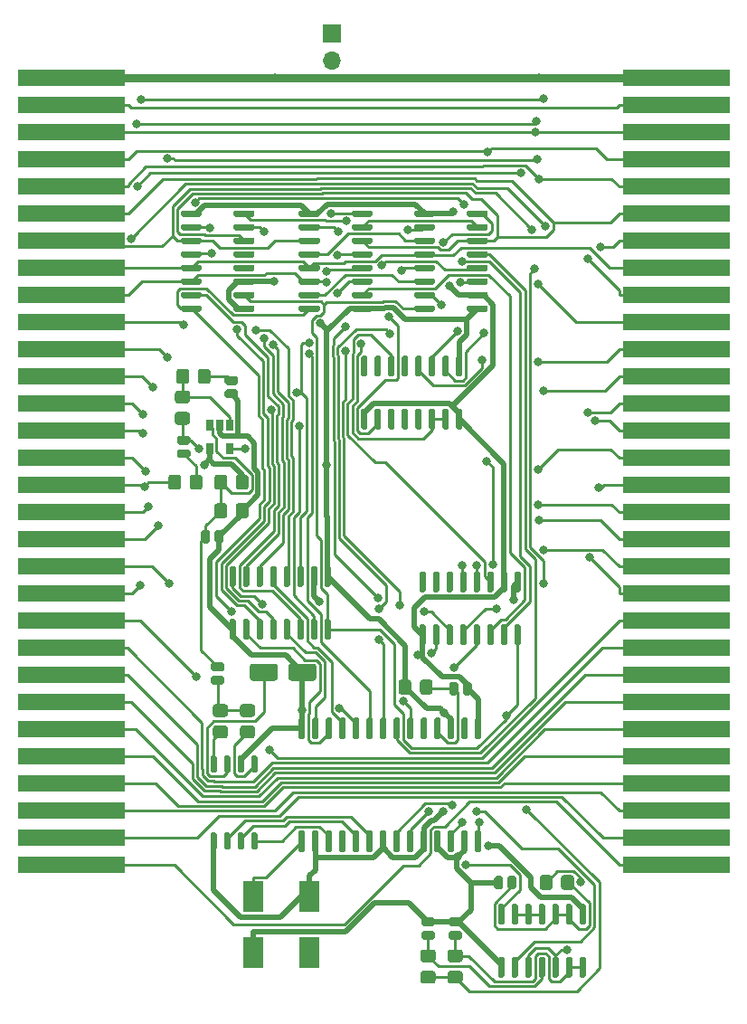
<source format=gbr>
%TF.GenerationSoftware,KiCad,Pcbnew,(5.1.10)-1*%
%TF.CreationDate,2021-06-12T16:48:45+02:00*%
%TF.ProjectId,Nes Sound Expansion,4e657320-536f-4756-9e64-20457870616e,rev?*%
%TF.SameCoordinates,Original*%
%TF.FileFunction,Copper,L2,Bot*%
%TF.FilePolarity,Positive*%
%FSLAX46Y46*%
G04 Gerber Fmt 4.6, Leading zero omitted, Abs format (unit mm)*
G04 Created by KiCad (PCBNEW (5.1.10)-1) date 2021-06-12 16:48:45*
%MOMM*%
%LPD*%
G01*
G04 APERTURE LIST*
%TA.AperFunction,SMDPad,CuDef*%
%ADD10R,0.650000X1.060000*%
%TD*%
%TA.AperFunction,ConnectorPad*%
%ADD11R,10.000000X1.524000*%
%TD*%
%TA.AperFunction,SMDPad,CuDef*%
%ADD12R,1.980000X3.000000*%
%TD*%
%TA.AperFunction,ComponentPad*%
%ADD13O,1.700000X1.700000*%
%TD*%
%TA.AperFunction,ComponentPad*%
%ADD14R,1.700000X1.700000*%
%TD*%
%TA.AperFunction,ViaPad*%
%ADD15C,0.800000*%
%TD*%
%TA.AperFunction,Conductor*%
%ADD16C,0.250000*%
%TD*%
%TA.AperFunction,Conductor*%
%ADD17C,0.500000*%
%TD*%
%TA.AperFunction,Conductor*%
%ADD18C,0.800000*%
%TD*%
G04 APERTURE END LIST*
%TO.P,R9,2*%
%TO.N,Net-(C9-Pad1)*%
%TA.AperFunction,SMDPad,CuDef*%
G36*
G01*
X82712000Y-84016001D02*
X82712000Y-83115999D01*
G75*
G02*
X82961999Y-82866000I249999J0D01*
G01*
X83662001Y-82866000D01*
G75*
G02*
X83912000Y-83115999I0J-249999D01*
G01*
X83912000Y-84016001D01*
G75*
G02*
X83662001Y-84266000I-249999J0D01*
G01*
X82961999Y-84266000D01*
G75*
G02*
X82712000Y-84016001I0J249999D01*
G01*
G37*
%TD.AperFunction*%
%TO.P,R9,1*%
%TO.N,AudIn*%
%TA.AperFunction,SMDPad,CuDef*%
G36*
G01*
X80712000Y-84016001D02*
X80712000Y-83115999D01*
G75*
G02*
X80961999Y-82866000I249999J0D01*
G01*
X81662001Y-82866000D01*
G75*
G02*
X81912000Y-83115999I0J-249999D01*
G01*
X81912000Y-84016001D01*
G75*
G02*
X81662001Y-84266000I-249999J0D01*
G01*
X80961999Y-84266000D01*
G75*
G02*
X80712000Y-84016001I0J249999D01*
G01*
G37*
%TD.AperFunction*%
%TD*%
D10*
%TO.P,U3,5*%
%TO.N,+5V*%
X84582000Y-80432000D03*
%TO.P,U3,4*%
%TO.N,Net-(C9-Pad2)*%
X86482000Y-80432000D03*
%TO.P,U3,3*%
%TO.N,Net-(R3-Pad1)*%
X86482000Y-78232000D03*
%TO.P,U3,2*%
%TO.N,GND*%
X85532000Y-78232000D03*
%TO.P,U3,1*%
%TO.N,Net-(C6-Pad2)*%
X84582000Y-78232000D03*
%TD*%
%TO.P,R7,2*%
%TO.N,Net-(C9-Pad2)*%
%TA.AperFunction,SMDPad,CuDef*%
G36*
G01*
X81591999Y-76981000D02*
X82492001Y-76981000D01*
G75*
G02*
X82742000Y-77230999I0J-249999D01*
G01*
X82742000Y-77931001D01*
G75*
G02*
X82492001Y-78181000I-249999J0D01*
G01*
X81591999Y-78181000D01*
G75*
G02*
X81342000Y-77931001I0J249999D01*
G01*
X81342000Y-77230999D01*
G75*
G02*
X81591999Y-76981000I249999J0D01*
G01*
G37*
%TD.AperFunction*%
%TO.P,R7,1*%
%TO.N,Net-(R3-Pad1)*%
%TA.AperFunction,SMDPad,CuDef*%
G36*
G01*
X81591999Y-74981000D02*
X82492001Y-74981000D01*
G75*
G02*
X82742000Y-75230999I0J-249999D01*
G01*
X82742000Y-75931001D01*
G75*
G02*
X82492001Y-76181000I-249999J0D01*
G01*
X81591999Y-76181000D01*
G75*
G02*
X81342000Y-75931001I0J249999D01*
G01*
X81342000Y-75230999D01*
G75*
G02*
X81591999Y-74981000I249999J0D01*
G01*
G37*
%TD.AperFunction*%
%TD*%
%TO.P,R3,2*%
%TO.N,Net-(C8-Pad1)*%
%TA.AperFunction,SMDPad,CuDef*%
G36*
G01*
X83474000Y-74110001D02*
X83474000Y-73209999D01*
G75*
G02*
X83723999Y-72960000I249999J0D01*
G01*
X84424001Y-72960000D01*
G75*
G02*
X84674000Y-73209999I0J-249999D01*
G01*
X84674000Y-74110001D01*
G75*
G02*
X84424001Y-74360000I-249999J0D01*
G01*
X83723999Y-74360000D01*
G75*
G02*
X83474000Y-74110001I0J249999D01*
G01*
G37*
%TD.AperFunction*%
%TO.P,R3,1*%
%TO.N,Net-(R3-Pad1)*%
%TA.AperFunction,SMDPad,CuDef*%
G36*
G01*
X81474000Y-74110001D02*
X81474000Y-73209999D01*
G75*
G02*
X81723999Y-72960000I249999J0D01*
G01*
X82424001Y-72960000D01*
G75*
G02*
X82674000Y-73209999I0J-249999D01*
G01*
X82674000Y-74110001D01*
G75*
G02*
X82424001Y-74360000I-249999J0D01*
G01*
X81723999Y-74360000D01*
G75*
G02*
X81474000Y-74110001I0J249999D01*
G01*
G37*
%TD.AperFunction*%
%TD*%
%TO.P,R2,2*%
%TO.N,GND*%
%TA.AperFunction,SMDPad,CuDef*%
G36*
G01*
X87030000Y-86683001D02*
X87030000Y-85782999D01*
G75*
G02*
X87279999Y-85533000I249999J0D01*
G01*
X87980001Y-85533000D01*
G75*
G02*
X88230000Y-85782999I0J-249999D01*
G01*
X88230000Y-86683001D01*
G75*
G02*
X87980001Y-86933000I-249999J0D01*
G01*
X87279999Y-86933000D01*
G75*
G02*
X87030000Y-86683001I0J249999D01*
G01*
G37*
%TD.AperFunction*%
%TO.P,R2,1*%
%TO.N,Net-(C6-Pad2)*%
%TA.AperFunction,SMDPad,CuDef*%
G36*
G01*
X85030000Y-86683001D02*
X85030000Y-85782999D01*
G75*
G02*
X85279999Y-85533000I249999J0D01*
G01*
X85980001Y-85533000D01*
G75*
G02*
X86230000Y-85782999I0J-249999D01*
G01*
X86230000Y-86683001D01*
G75*
G02*
X85980001Y-86933000I-249999J0D01*
G01*
X85279999Y-86933000D01*
G75*
G02*
X85030000Y-86683001I0J249999D01*
G01*
G37*
%TD.AperFunction*%
%TD*%
%TO.P,R1,2*%
%TO.N,Net-(C6-Pad2)*%
%TA.AperFunction,SMDPad,CuDef*%
G36*
G01*
X86230000Y-83115999D02*
X86230000Y-84016001D01*
G75*
G02*
X85980001Y-84266000I-249999J0D01*
G01*
X85279999Y-84266000D01*
G75*
G02*
X85030000Y-84016001I0J249999D01*
G01*
X85030000Y-83115999D01*
G75*
G02*
X85279999Y-82866000I249999J0D01*
G01*
X85980001Y-82866000D01*
G75*
G02*
X86230000Y-83115999I0J-249999D01*
G01*
G37*
%TD.AperFunction*%
%TO.P,R1,1*%
%TO.N,+5V*%
%TA.AperFunction,SMDPad,CuDef*%
G36*
G01*
X88230000Y-83115999D02*
X88230000Y-84016001D01*
G75*
G02*
X87980001Y-84266000I-249999J0D01*
G01*
X87279999Y-84266000D01*
G75*
G02*
X87030000Y-84016001I0J249999D01*
G01*
X87030000Y-83115999D01*
G75*
G02*
X87279999Y-82866000I249999J0D01*
G01*
X87980001Y-82866000D01*
G75*
G02*
X88230000Y-83115999I0J-249999D01*
G01*
G37*
%TD.AperFunction*%
%TD*%
%TO.P,C9,2*%
%TO.N,Net-(C9-Pad2)*%
%TA.AperFunction,SMDPad,CuDef*%
G36*
G01*
X82600250Y-80054000D02*
X81737750Y-80054000D01*
G75*
G02*
X81529000Y-79845250I0J208750D01*
G01*
X81529000Y-79427750D01*
G75*
G02*
X81737750Y-79219000I208750J0D01*
G01*
X82600250Y-79219000D01*
G75*
G02*
X82809000Y-79427750I0J-208750D01*
G01*
X82809000Y-79845250D01*
G75*
G02*
X82600250Y-80054000I-208750J0D01*
G01*
G37*
%TD.AperFunction*%
%TO.P,C9,1*%
%TO.N,Net-(C9-Pad1)*%
%TA.AperFunction,SMDPad,CuDef*%
G36*
G01*
X82600250Y-81309000D02*
X81737750Y-81309000D01*
G75*
G02*
X81529000Y-81100250I0J208750D01*
G01*
X81529000Y-80682750D01*
G75*
G02*
X81737750Y-80474000I208750J0D01*
G01*
X82600250Y-80474000D01*
G75*
G02*
X82809000Y-80682750I0J-208750D01*
G01*
X82809000Y-81100250D01*
G75*
G02*
X82600250Y-81309000I-208750J0D01*
G01*
G37*
%TD.AperFunction*%
%TD*%
%TO.P,C8,2*%
%TO.N,GND*%
%TA.AperFunction,SMDPad,CuDef*%
G36*
G01*
X86182750Y-74878500D02*
X87045250Y-74878500D01*
G75*
G02*
X87254000Y-75087250I0J-208750D01*
G01*
X87254000Y-75504750D01*
G75*
G02*
X87045250Y-75713500I-208750J0D01*
G01*
X86182750Y-75713500D01*
G75*
G02*
X85974000Y-75504750I0J208750D01*
G01*
X85974000Y-75087250D01*
G75*
G02*
X86182750Y-74878500I208750J0D01*
G01*
G37*
%TD.AperFunction*%
%TO.P,C8,1*%
%TO.N,Net-(C8-Pad1)*%
%TA.AperFunction,SMDPad,CuDef*%
G36*
G01*
X86182750Y-73623500D02*
X87045250Y-73623500D01*
G75*
G02*
X87254000Y-73832250I0J-208750D01*
G01*
X87254000Y-74249750D01*
G75*
G02*
X87045250Y-74458500I-208750J0D01*
G01*
X86182750Y-74458500D01*
G75*
G02*
X85974000Y-74249750I0J208750D01*
G01*
X85974000Y-73832250D01*
G75*
G02*
X86182750Y-73623500I208750J0D01*
G01*
G37*
%TD.AperFunction*%
%TD*%
%TO.P,C7,2*%
%TO.N,Net-(C6-Pad2)*%
%TA.AperFunction,SMDPad,CuDef*%
G36*
G01*
X84633500Y-88214750D02*
X84633500Y-89077250D01*
G75*
G02*
X84424750Y-89286000I-208750J0D01*
G01*
X84007250Y-89286000D01*
G75*
G02*
X83798500Y-89077250I0J208750D01*
G01*
X83798500Y-88214750D01*
G75*
G02*
X84007250Y-88006000I208750J0D01*
G01*
X84424750Y-88006000D01*
G75*
G02*
X84633500Y-88214750I0J-208750D01*
G01*
G37*
%TD.AperFunction*%
%TO.P,C7,1*%
%TO.N,GND*%
%TA.AperFunction,SMDPad,CuDef*%
G36*
G01*
X85888500Y-88214750D02*
X85888500Y-89077250D01*
G75*
G02*
X85679750Y-89286000I-208750J0D01*
G01*
X85262250Y-89286000D01*
G75*
G02*
X85053500Y-89077250I0J208750D01*
G01*
X85053500Y-88214750D01*
G75*
G02*
X85262250Y-88006000I208750J0D01*
G01*
X85679750Y-88006000D01*
G75*
G02*
X85888500Y-88214750I0J-208750D01*
G01*
G37*
%TD.AperFunction*%
%TD*%
%TO.P,R4,1*%
%TO.N,+5V*%
%TA.AperFunction,SMDPad,CuDef*%
G36*
G01*
X102270000Y-103193001D02*
X102270000Y-102292999D01*
G75*
G02*
X102519999Y-102043000I249999J0D01*
G01*
X103220001Y-102043000D01*
G75*
G02*
X103470000Y-102292999I0J-249999D01*
G01*
X103470000Y-103193001D01*
G75*
G02*
X103220001Y-103443000I-249999J0D01*
G01*
X102519999Y-103443000D01*
G75*
G02*
X102270000Y-103193001I0J249999D01*
G01*
G37*
%TD.AperFunction*%
%TO.P,R4,2*%
%TO.N,Net-(C1-Pad2)*%
%TA.AperFunction,SMDPad,CuDef*%
G36*
G01*
X104270000Y-103193001D02*
X104270000Y-102292999D01*
G75*
G02*
X104519999Y-102043000I249999J0D01*
G01*
X105220001Y-102043000D01*
G75*
G02*
X105470000Y-102292999I0J-249999D01*
G01*
X105470000Y-103193001D01*
G75*
G02*
X105220001Y-103443000I-249999J0D01*
G01*
X104519999Y-103443000D01*
G75*
G02*
X104270000Y-103193001I0J249999D01*
G01*
G37*
%TD.AperFunction*%
%TD*%
D11*
%TO.P,J8,30*%
%TO.N,PPU_D4*%
X71628000Y-119380000D03*
%TO.P,J8,29*%
%TO.N,PPU_D5*%
X71628000Y-116840000D03*
%TO.P,J8,28*%
%TO.N,PPU_D6*%
X71628000Y-114300000D03*
%TO.P,J8,27*%
%TO.N,PPU_D7*%
X71628000Y-111760000D03*
%TO.P,J8,26*%
%TO.N,PPU_A13*%
X71628000Y-109220000D03*
%TO.P,J8,25*%
%TO.N,PPU_A12*%
X71628000Y-106680000D03*
%TO.P,J8,24*%
%TO.N,PPU_A11*%
X71628000Y-104140000D03*
%TO.P,J8,23*%
%TO.N,PPU_A10*%
X71628000Y-101600000D03*
%TO.P,J8,22*%
%TO.N,PPU_A9*%
X71628000Y-99060000D03*
%TO.P,J8,21*%
%TO.N,PPU_A8*%
X71628000Y-96520000D03*
%TO.P,J8,20*%
%TO.N,PPU_A7*%
X71628000Y-93980000D03*
%TO.P,J8,19*%
%TO.N,PPU_A13_*%
X71628000Y-91440000D03*
%TO.P,J8,18*%
%TO.N,CIRAM_CE*%
X71628000Y-88900000D03*
%TO.P,J8,17*%
%TO.N,PPU_WR*%
X71628000Y-86360000D03*
%TO.P,J8,16*%
%TO.N,AudIn*%
X71628000Y-83820000D03*
%TO.P,J8,15*%
%TO.N,Aud*%
X71628000Y-81280000D03*
%TO.P,J8,14*%
%TO.N,ROMSEL*%
X71628000Y-78740000D03*
%TO.P,J8,13*%
%TO.N,D0*%
X71628000Y-76200000D03*
%TO.P,J8,12*%
%TO.N,D1*%
X71628000Y-73660000D03*
%TO.P,J8,11*%
%TO.N,D2*%
X71628000Y-71120000D03*
%TO.P,J8,10*%
%TO.N,D3*%
X71628000Y-68580000D03*
%TO.P,J8,9*%
%TO.N,D4*%
X71628000Y-66040000D03*
%TO.P,J8,8*%
%TO.N,D5*%
X71628000Y-63500000D03*
%TO.P,J8,7*%
%TO.N,D6*%
X71628000Y-60960000D03*
%TO.P,J8,6*%
%TO.N,D7*%
X71628000Y-58420000D03*
%TO.P,J8,5*%
%TO.N,A14*%
X71628000Y-55880000D03*
%TO.P,J8,4*%
%TO.N,A13*%
X71628000Y-53340000D03*
%TO.P,J8,3*%
%TO.N,A12*%
X71628000Y-50800000D03*
%TO.P,J8,2*%
%TO.N,M2*%
X71628000Y-48260000D03*
%TO.P,J8,1*%
%TO.N,+5V*%
X71628000Y-45720000D03*
%TD*%
%TO.P,J4,30*%
%TO.N,PPU_D4*%
X128270000Y-119380000D03*
%TO.P,J4,29*%
%TO.N,PPU_D5*%
X128270000Y-116840000D03*
%TO.P,J4,28*%
%TO.N,PPU_D6*%
X128270000Y-114300000D03*
%TO.P,J4,27*%
%TO.N,PPU_D7*%
X128270000Y-111760000D03*
%TO.P,J4,26*%
%TO.N,PPU_A13*%
X128270000Y-109220000D03*
%TO.P,J4,25*%
%TO.N,PPU_A12*%
X128270000Y-106680000D03*
%TO.P,J4,24*%
%TO.N,PPU_A11*%
X128270000Y-104140000D03*
%TO.P,J4,23*%
%TO.N,PPU_A10*%
X128270000Y-101600000D03*
%TO.P,J4,22*%
%TO.N,PPU_A9*%
X128270000Y-99060000D03*
%TO.P,J4,21*%
%TO.N,PPU_A8*%
X128270000Y-96520000D03*
%TO.P,J4,20*%
%TO.N,PPU_A7*%
X128270000Y-93980000D03*
%TO.P,J4,19*%
%TO.N,PPU_A13_*%
X128270000Y-91440000D03*
%TO.P,J4,18*%
%TO.N,CIRAM_CE*%
X128270000Y-88900000D03*
%TO.P,J4,17*%
%TO.N,PPU_WR*%
X128270000Y-86360000D03*
%TO.P,J4,16*%
%TO.N,Net-(J4-Pad16)*%
X128270000Y-83820000D03*
%TO.P,J4,15*%
%TO.N,Aud*%
X128270000Y-81280000D03*
%TO.P,J4,14*%
%TO.N,ROMSEL*%
X128270000Y-78740000D03*
%TO.P,J4,13*%
%TO.N,D0*%
X128270000Y-76200000D03*
%TO.P,J4,12*%
%TO.N,D1*%
X128270000Y-73660000D03*
%TO.P,J4,11*%
%TO.N,D2*%
X128270000Y-71120000D03*
%TO.P,J4,10*%
%TO.N,D3*%
X128270000Y-68580000D03*
%TO.P,J4,9*%
%TO.N,D4*%
X128270000Y-66040000D03*
%TO.P,J4,8*%
%TO.N,D5*%
X128270000Y-63500000D03*
%TO.P,J4,7*%
%TO.N,D6*%
X128270000Y-60960000D03*
%TO.P,J4,6*%
%TO.N,D7*%
X128270000Y-58420000D03*
%TO.P,J4,5*%
%TO.N,A14*%
X128270000Y-55880000D03*
%TO.P,J4,4*%
%TO.N,A13*%
X128270000Y-53340000D03*
%TO.P,J4,3*%
%TO.N,A12*%
X128270000Y-50800000D03*
%TO.P,J4,2*%
%TO.N,M2*%
X128270000Y-48260000D03*
%TO.P,J4,1*%
%TO.N,+5V*%
X128270000Y-45720000D03*
%TD*%
%TO.P,C1,1*%
%TO.N,GND*%
%TA.AperFunction,SMDPad,CuDef*%
G36*
G01*
X109115000Y-102438750D02*
X109115000Y-103301250D01*
G75*
G02*
X108906250Y-103510000I-208750J0D01*
G01*
X108488750Y-103510000D01*
G75*
G02*
X108280000Y-103301250I0J208750D01*
G01*
X108280000Y-102438750D01*
G75*
G02*
X108488750Y-102230000I208750J0D01*
G01*
X108906250Y-102230000D01*
G75*
G02*
X109115000Y-102438750I0J-208750D01*
G01*
G37*
%TD.AperFunction*%
%TO.P,C1,2*%
%TO.N,Net-(C1-Pad2)*%
%TA.AperFunction,SMDPad,CuDef*%
G36*
G01*
X107860000Y-102438750D02*
X107860000Y-103301250D01*
G75*
G02*
X107651250Y-103510000I-208750J0D01*
G01*
X107233750Y-103510000D01*
G75*
G02*
X107025000Y-103301250I0J208750D01*
G01*
X107025000Y-102438750D01*
G75*
G02*
X107233750Y-102230000I208750J0D01*
G01*
X107651250Y-102230000D01*
G75*
G02*
X107860000Y-102438750I0J-208750D01*
G01*
G37*
%TD.AperFunction*%
%TD*%
%TO.P,C3,1*%
%TO.N,GND*%
%TA.AperFunction,SMDPad,CuDef*%
G36*
G01*
X104597750Y-124296000D02*
X105460250Y-124296000D01*
G75*
G02*
X105669000Y-124504750I0J-208750D01*
G01*
X105669000Y-124922250D01*
G75*
G02*
X105460250Y-125131000I-208750J0D01*
G01*
X104597750Y-125131000D01*
G75*
G02*
X104389000Y-124922250I0J208750D01*
G01*
X104389000Y-124504750D01*
G75*
G02*
X104597750Y-124296000I208750J0D01*
G01*
G37*
%TD.AperFunction*%
%TO.P,C3,2*%
%TO.N,Net-(C3-Pad2)*%
%TA.AperFunction,SMDPad,CuDef*%
G36*
G01*
X104597750Y-125551000D02*
X105460250Y-125551000D01*
G75*
G02*
X105669000Y-125759750I0J-208750D01*
G01*
X105669000Y-126177250D01*
G75*
G02*
X105460250Y-126386000I-208750J0D01*
G01*
X104597750Y-126386000D01*
G75*
G02*
X104389000Y-126177250I0J208750D01*
G01*
X104389000Y-125759750D01*
G75*
G02*
X104597750Y-125551000I208750J0D01*
G01*
G37*
%TD.AperFunction*%
%TD*%
%TO.P,C5,1*%
%TO.N,GND*%
%TA.AperFunction,SMDPad,CuDef*%
G36*
G01*
X111231000Y-121462250D02*
X111231000Y-120599750D01*
G75*
G02*
X111439750Y-120391000I208750J0D01*
G01*
X111857250Y-120391000D01*
G75*
G02*
X112066000Y-120599750I0J-208750D01*
G01*
X112066000Y-121462250D01*
G75*
G02*
X111857250Y-121671000I-208750J0D01*
G01*
X111439750Y-121671000D01*
G75*
G02*
X111231000Y-121462250I0J208750D01*
G01*
G37*
%TD.AperFunction*%
%TO.P,C5,2*%
%TO.N,Net-(C5-Pad2)*%
%TA.AperFunction,SMDPad,CuDef*%
G36*
G01*
X112486000Y-121462250D02*
X112486000Y-120599750D01*
G75*
G02*
X112694750Y-120391000I208750J0D01*
G01*
X113112250Y-120391000D01*
G75*
G02*
X113321000Y-120599750I0J-208750D01*
G01*
X113321000Y-121462250D01*
G75*
G02*
X113112250Y-121671000I-208750J0D01*
G01*
X112694750Y-121671000D01*
G75*
G02*
X112486000Y-121462250I0J208750D01*
G01*
G37*
%TD.AperFunction*%
%TD*%
%TO.P,R5,1*%
%TO.N,Net-(BU9480F1-Pad4)*%
%TA.AperFunction,SMDPad,CuDef*%
G36*
G01*
X88588001Y-107534000D02*
X87687999Y-107534000D01*
G75*
G02*
X87438000Y-107284001I0J249999D01*
G01*
X87438000Y-106583999D01*
G75*
G02*
X87687999Y-106334000I249999J0D01*
G01*
X88588001Y-106334000D01*
G75*
G02*
X88838000Y-106583999I0J-249999D01*
G01*
X88838000Y-107284001D01*
G75*
G02*
X88588001Y-107534000I-249999J0D01*
G01*
G37*
%TD.AperFunction*%
%TO.P,R5,2*%
%TO.N,Net-(C6-Pad1)*%
%TA.AperFunction,SMDPad,CuDef*%
G36*
G01*
X88588001Y-105534000D02*
X87687999Y-105534000D01*
G75*
G02*
X87438000Y-105284001I0J249999D01*
G01*
X87438000Y-104583999D01*
G75*
G02*
X87687999Y-104334000I249999J0D01*
G01*
X88588001Y-104334000D01*
G75*
G02*
X88838000Y-104583999I0J-249999D01*
G01*
X88838000Y-105284001D01*
G75*
G02*
X88588001Y-105534000I-249999J0D01*
G01*
G37*
%TD.AperFunction*%
%TD*%
%TO.P,R8,1*%
%TO.N,Net-(C6-Pad1)*%
%TA.AperFunction,SMDPad,CuDef*%
G36*
G01*
X85147999Y-104334000D02*
X86048001Y-104334000D01*
G75*
G02*
X86298000Y-104583999I0J-249999D01*
G01*
X86298000Y-105284001D01*
G75*
G02*
X86048001Y-105534000I-249999J0D01*
G01*
X85147999Y-105534000D01*
G75*
G02*
X84898000Y-105284001I0J249999D01*
G01*
X84898000Y-104583999D01*
G75*
G02*
X85147999Y-104334000I249999J0D01*
G01*
G37*
%TD.AperFunction*%
%TO.P,R8,2*%
%TO.N,Net-(BU9480F1-Pad1)*%
%TA.AperFunction,SMDPad,CuDef*%
G36*
G01*
X85147999Y-106334000D02*
X86048001Y-106334000D01*
G75*
G02*
X86298000Y-106583999I0J-249999D01*
G01*
X86298000Y-107284001D01*
G75*
G02*
X86048001Y-107534000I-249999J0D01*
G01*
X85147999Y-107534000D01*
G75*
G02*
X84898000Y-107284001I0J249999D01*
G01*
X84898000Y-106583999D01*
G75*
G02*
X85147999Y-106334000I249999J0D01*
G01*
G37*
%TD.AperFunction*%
%TD*%
%TO.P,C4,1*%
%TO.N,GND*%
%TA.AperFunction,SMDPad,CuDef*%
G36*
G01*
X107137750Y-124296000D02*
X108000250Y-124296000D01*
G75*
G02*
X108209000Y-124504750I0J-208750D01*
G01*
X108209000Y-124922250D01*
G75*
G02*
X108000250Y-125131000I-208750J0D01*
G01*
X107137750Y-125131000D01*
G75*
G02*
X106929000Y-124922250I0J208750D01*
G01*
X106929000Y-124504750D01*
G75*
G02*
X107137750Y-124296000I208750J0D01*
G01*
G37*
%TD.AperFunction*%
%TO.P,C4,2*%
%TO.N,Net-(C4-Pad2)*%
%TA.AperFunction,SMDPad,CuDef*%
G36*
G01*
X107137750Y-125551000D02*
X108000250Y-125551000D01*
G75*
G02*
X108209000Y-125759750I0J-208750D01*
G01*
X108209000Y-126177250D01*
G75*
G02*
X108000250Y-126386000I-208750J0D01*
G01*
X107137750Y-126386000D01*
G75*
G02*
X106929000Y-126177250I0J208750D01*
G01*
X106929000Y-125759750D01*
G75*
G02*
X107137750Y-125551000I208750J0D01*
G01*
G37*
%TD.AperFunction*%
%TD*%
%TO.P,C2,1*%
%TO.N,Net-(BU9480F1-Pad2)*%
%TA.AperFunction,SMDPad,CuDef*%
G36*
G01*
X88362000Y-101896000D02*
X88362000Y-100796000D01*
G75*
G02*
X88612000Y-100546000I250000J0D01*
G01*
X90712000Y-100546000D01*
G75*
G02*
X90962000Y-100796000I0J-250000D01*
G01*
X90962000Y-101896000D01*
G75*
G02*
X90712000Y-102146000I-250000J0D01*
G01*
X88612000Y-102146000D01*
G75*
G02*
X88362000Y-101896000I0J250000D01*
G01*
G37*
%TD.AperFunction*%
%TO.P,C2,2*%
%TO.N,GND*%
%TA.AperFunction,SMDPad,CuDef*%
G36*
G01*
X91962000Y-101896000D02*
X91962000Y-100796000D01*
G75*
G02*
X92212000Y-100546000I250000J0D01*
G01*
X94312000Y-100546000D01*
G75*
G02*
X94562000Y-100796000I0J-250000D01*
G01*
X94562000Y-101896000D01*
G75*
G02*
X94312000Y-102146000I-250000J0D01*
G01*
X92212000Y-102146000D01*
G75*
G02*
X91962000Y-101896000I0J250000D01*
G01*
G37*
%TD.AperFunction*%
%TD*%
%TO.P,BU9480F1,1*%
%TO.N,Net-(BU9480F1-Pad1)*%
%TA.AperFunction,SMDPad,CuDef*%
G36*
G01*
X84813000Y-109138000D02*
X85113000Y-109138000D01*
G75*
G02*
X85263000Y-109288000I0J-150000D01*
G01*
X85263000Y-110588000D01*
G75*
G02*
X85113000Y-110738000I-150000J0D01*
G01*
X84813000Y-110738000D01*
G75*
G02*
X84663000Y-110588000I0J150000D01*
G01*
X84663000Y-109288000D01*
G75*
G02*
X84813000Y-109138000I150000J0D01*
G01*
G37*
%TD.AperFunction*%
%TO.P,BU9480F1,2*%
%TO.N,Net-(BU9480F1-Pad2)*%
%TA.AperFunction,SMDPad,CuDef*%
G36*
G01*
X86083000Y-109138000D02*
X86383000Y-109138000D01*
G75*
G02*
X86533000Y-109288000I0J-150000D01*
G01*
X86533000Y-110588000D01*
G75*
G02*
X86383000Y-110738000I-150000J0D01*
G01*
X86083000Y-110738000D01*
G75*
G02*
X85933000Y-110588000I0J150000D01*
G01*
X85933000Y-109288000D01*
G75*
G02*
X86083000Y-109138000I150000J0D01*
G01*
G37*
%TD.AperFunction*%
%TO.P,BU9480F1,3*%
%TO.N,GND*%
%TA.AperFunction,SMDPad,CuDef*%
G36*
G01*
X87353000Y-109138000D02*
X87653000Y-109138000D01*
G75*
G02*
X87803000Y-109288000I0J-150000D01*
G01*
X87803000Y-110588000D01*
G75*
G02*
X87653000Y-110738000I-150000J0D01*
G01*
X87353000Y-110738000D01*
G75*
G02*
X87203000Y-110588000I0J150000D01*
G01*
X87203000Y-109288000D01*
G75*
G02*
X87353000Y-109138000I150000J0D01*
G01*
G37*
%TD.AperFunction*%
%TO.P,BU9480F1,4*%
%TO.N,Net-(BU9480F1-Pad4)*%
%TA.AperFunction,SMDPad,CuDef*%
G36*
G01*
X88623000Y-109138000D02*
X88923000Y-109138000D01*
G75*
G02*
X89073000Y-109288000I0J-150000D01*
G01*
X89073000Y-110588000D01*
G75*
G02*
X88923000Y-110738000I-150000J0D01*
G01*
X88623000Y-110738000D01*
G75*
G02*
X88473000Y-110588000I0J150000D01*
G01*
X88473000Y-109288000D01*
G75*
G02*
X88623000Y-109138000I150000J0D01*
G01*
G37*
%TD.AperFunction*%
%TO.P,BU9480F1,5*%
%TO.N,Net-(BU9480F1-Pad5)*%
%TA.AperFunction,SMDPad,CuDef*%
G36*
G01*
X88623000Y-116338000D02*
X88923000Y-116338000D01*
G75*
G02*
X89073000Y-116488000I0J-150000D01*
G01*
X89073000Y-117788000D01*
G75*
G02*
X88923000Y-117938000I-150000J0D01*
G01*
X88623000Y-117938000D01*
G75*
G02*
X88473000Y-117788000I0J150000D01*
G01*
X88473000Y-116488000D01*
G75*
G02*
X88623000Y-116338000I150000J0D01*
G01*
G37*
%TD.AperFunction*%
%TO.P,BU9480F1,6*%
%TO.N,Net-(BU9480F1-Pad6)*%
%TA.AperFunction,SMDPad,CuDef*%
G36*
G01*
X87353000Y-116338000D02*
X87653000Y-116338000D01*
G75*
G02*
X87803000Y-116488000I0J-150000D01*
G01*
X87803000Y-117788000D01*
G75*
G02*
X87653000Y-117938000I-150000J0D01*
G01*
X87353000Y-117938000D01*
G75*
G02*
X87203000Y-117788000I0J150000D01*
G01*
X87203000Y-116488000D01*
G75*
G02*
X87353000Y-116338000I150000J0D01*
G01*
G37*
%TD.AperFunction*%
%TO.P,BU9480F1,7*%
%TO.N,Net-(BU9480F1-Pad7)*%
%TA.AperFunction,SMDPad,CuDef*%
G36*
G01*
X86083000Y-116338000D02*
X86383000Y-116338000D01*
G75*
G02*
X86533000Y-116488000I0J-150000D01*
G01*
X86533000Y-117788000D01*
G75*
G02*
X86383000Y-117938000I-150000J0D01*
G01*
X86083000Y-117938000D01*
G75*
G02*
X85933000Y-117788000I0J150000D01*
G01*
X85933000Y-116488000D01*
G75*
G02*
X86083000Y-116338000I150000J0D01*
G01*
G37*
%TD.AperFunction*%
%TO.P,BU9480F1,8*%
%TO.N,+5V*%
%TA.AperFunction,SMDPad,CuDef*%
G36*
G01*
X84813000Y-116338000D02*
X85113000Y-116338000D01*
G75*
G02*
X85263000Y-116488000I0J-150000D01*
G01*
X85263000Y-117788000D01*
G75*
G02*
X85113000Y-117938000I-150000J0D01*
G01*
X84813000Y-117938000D01*
G75*
G02*
X84663000Y-117788000I0J150000D01*
G01*
X84663000Y-116488000D01*
G75*
G02*
X84813000Y-116338000I150000J0D01*
G01*
G37*
%TD.AperFunction*%
%TD*%
%TO.P,U2,1*%
%TO.N,Net-(C4-Pad2)*%
%TA.AperFunction,SMDPad,CuDef*%
G36*
G01*
X119657000Y-129942000D02*
X119357000Y-129942000D01*
G75*
G02*
X119207000Y-129792000I0J150000D01*
G01*
X119207000Y-128142000D01*
G75*
G02*
X119357000Y-127992000I150000J0D01*
G01*
X119657000Y-127992000D01*
G75*
G02*
X119807000Y-128142000I0J-150000D01*
G01*
X119807000Y-129792000D01*
G75*
G02*
X119657000Y-129942000I-150000J0D01*
G01*
G37*
%TD.AperFunction*%
%TO.P,U2,2*%
%TA.AperFunction,SMDPad,CuDef*%
G36*
G01*
X118387000Y-129942000D02*
X118087000Y-129942000D01*
G75*
G02*
X117937000Y-129792000I0J150000D01*
G01*
X117937000Y-128142000D01*
G75*
G02*
X118087000Y-127992000I150000J0D01*
G01*
X118387000Y-127992000D01*
G75*
G02*
X118537000Y-128142000I0J-150000D01*
G01*
X118537000Y-129792000D01*
G75*
G02*
X118387000Y-129942000I-150000J0D01*
G01*
G37*
%TD.AperFunction*%
%TO.P,U2,3*%
%TO.N,Net-(R14-Pad2)*%
%TA.AperFunction,SMDPad,CuDef*%
G36*
G01*
X117117000Y-129942000D02*
X116817000Y-129942000D01*
G75*
G02*
X116667000Y-129792000I0J150000D01*
G01*
X116667000Y-128142000D01*
G75*
G02*
X116817000Y-127992000I150000J0D01*
G01*
X117117000Y-127992000D01*
G75*
G02*
X117267000Y-128142000I0J-150000D01*
G01*
X117267000Y-129792000D01*
G75*
G02*
X117117000Y-129942000I-150000J0D01*
G01*
G37*
%TD.AperFunction*%
%TO.P,U2,4*%
%TO.N,Net-(C3-Pad2)*%
%TA.AperFunction,SMDPad,CuDef*%
G36*
G01*
X115847000Y-129942000D02*
X115547000Y-129942000D01*
G75*
G02*
X115397000Y-129792000I0J150000D01*
G01*
X115397000Y-128142000D01*
G75*
G02*
X115547000Y-127992000I150000J0D01*
G01*
X115847000Y-127992000D01*
G75*
G02*
X115997000Y-128142000I0J-150000D01*
G01*
X115997000Y-129792000D01*
G75*
G02*
X115847000Y-129942000I-150000J0D01*
G01*
G37*
%TD.AperFunction*%
%TO.P,U2,5*%
%TO.N,Net-(R14-Pad2)*%
%TA.AperFunction,SMDPad,CuDef*%
G36*
G01*
X114577000Y-129942000D02*
X114277000Y-129942000D01*
G75*
G02*
X114127000Y-129792000I0J150000D01*
G01*
X114127000Y-128142000D01*
G75*
G02*
X114277000Y-127992000I150000J0D01*
G01*
X114577000Y-127992000D01*
G75*
G02*
X114727000Y-128142000I0J-150000D01*
G01*
X114727000Y-129792000D01*
G75*
G02*
X114577000Y-129942000I-150000J0D01*
G01*
G37*
%TD.AperFunction*%
%TO.P,U2,6*%
%TO.N,CS_buf*%
%TA.AperFunction,SMDPad,CuDef*%
G36*
G01*
X113307000Y-129942000D02*
X113007000Y-129942000D01*
G75*
G02*
X112857000Y-129792000I0J150000D01*
G01*
X112857000Y-128142000D01*
G75*
G02*
X113007000Y-127992000I150000J0D01*
G01*
X113307000Y-127992000D01*
G75*
G02*
X113457000Y-128142000I0J-150000D01*
G01*
X113457000Y-129792000D01*
G75*
G02*
X113307000Y-129942000I-150000J0D01*
G01*
G37*
%TD.AperFunction*%
%TO.P,U2,7*%
%TO.N,GND*%
%TA.AperFunction,SMDPad,CuDef*%
G36*
G01*
X112037000Y-129942000D02*
X111737000Y-129942000D01*
G75*
G02*
X111587000Y-129792000I0J150000D01*
G01*
X111587000Y-128142000D01*
G75*
G02*
X111737000Y-127992000I150000J0D01*
G01*
X112037000Y-127992000D01*
G75*
G02*
X112187000Y-128142000I0J-150000D01*
G01*
X112187000Y-129792000D01*
G75*
G02*
X112037000Y-129942000I-150000J0D01*
G01*
G37*
%TD.AperFunction*%
%TO.P,U2,8*%
%TO.N,FF_Reset*%
%TA.AperFunction,SMDPad,CuDef*%
G36*
G01*
X112037000Y-124992000D02*
X111737000Y-124992000D01*
G75*
G02*
X111587000Y-124842000I0J150000D01*
G01*
X111587000Y-123192000D01*
G75*
G02*
X111737000Y-123042000I150000J0D01*
G01*
X112037000Y-123042000D01*
G75*
G02*
X112187000Y-123192000I0J-150000D01*
G01*
X112187000Y-124842000D01*
G75*
G02*
X112037000Y-124992000I-150000J0D01*
G01*
G37*
%TD.AperFunction*%
%TO.P,U2,9*%
%TO.N,Net-(U2-Pad10)*%
%TA.AperFunction,SMDPad,CuDef*%
G36*
G01*
X113307000Y-124992000D02*
X113007000Y-124992000D01*
G75*
G02*
X112857000Y-124842000I0J150000D01*
G01*
X112857000Y-123192000D01*
G75*
G02*
X113007000Y-123042000I150000J0D01*
G01*
X113307000Y-123042000D01*
G75*
G02*
X113457000Y-123192000I0J-150000D01*
G01*
X113457000Y-124842000D01*
G75*
G02*
X113307000Y-124992000I-150000J0D01*
G01*
G37*
%TD.AperFunction*%
%TO.P,U2,10*%
%TA.AperFunction,SMDPad,CuDef*%
G36*
G01*
X114577000Y-124992000D02*
X114277000Y-124992000D01*
G75*
G02*
X114127000Y-124842000I0J150000D01*
G01*
X114127000Y-123192000D01*
G75*
G02*
X114277000Y-123042000I150000J0D01*
G01*
X114577000Y-123042000D01*
G75*
G02*
X114727000Y-123192000I0J-150000D01*
G01*
X114727000Y-124842000D01*
G75*
G02*
X114577000Y-124992000I-150000J0D01*
G01*
G37*
%TD.AperFunction*%
%TO.P,U2,11*%
%TA.AperFunction,SMDPad,CuDef*%
G36*
G01*
X115847000Y-124992000D02*
X115547000Y-124992000D01*
G75*
G02*
X115397000Y-124842000I0J150000D01*
G01*
X115397000Y-123192000D01*
G75*
G02*
X115547000Y-123042000I150000J0D01*
G01*
X115847000Y-123042000D01*
G75*
G02*
X115997000Y-123192000I0J-150000D01*
G01*
X115997000Y-124842000D01*
G75*
G02*
X115847000Y-124992000I-150000J0D01*
G01*
G37*
%TD.AperFunction*%
%TO.P,U2,12*%
%TO.N,Net-(C5-Pad2)*%
%TA.AperFunction,SMDPad,CuDef*%
G36*
G01*
X117117000Y-124992000D02*
X116817000Y-124992000D01*
G75*
G02*
X116667000Y-124842000I0J150000D01*
G01*
X116667000Y-123192000D01*
G75*
G02*
X116817000Y-123042000I150000J0D01*
G01*
X117117000Y-123042000D01*
G75*
G02*
X117267000Y-123192000I0J-150000D01*
G01*
X117267000Y-124842000D01*
G75*
G02*
X117117000Y-124992000I-150000J0D01*
G01*
G37*
%TD.AperFunction*%
%TO.P,U2,13*%
%TA.AperFunction,SMDPad,CuDef*%
G36*
G01*
X118387000Y-124992000D02*
X118087000Y-124992000D01*
G75*
G02*
X117937000Y-124842000I0J150000D01*
G01*
X117937000Y-123192000D01*
G75*
G02*
X118087000Y-123042000I150000J0D01*
G01*
X118387000Y-123042000D01*
G75*
G02*
X118537000Y-123192000I0J-150000D01*
G01*
X118537000Y-124842000D01*
G75*
G02*
X118387000Y-124992000I-150000J0D01*
G01*
G37*
%TD.AperFunction*%
%TO.P,U2,14*%
%TO.N,+5V*%
%TA.AperFunction,SMDPad,CuDef*%
G36*
G01*
X119657000Y-124992000D02*
X119357000Y-124992000D01*
G75*
G02*
X119207000Y-124842000I0J150000D01*
G01*
X119207000Y-123192000D01*
G75*
G02*
X119357000Y-123042000I150000J0D01*
G01*
X119657000Y-123042000D01*
G75*
G02*
X119807000Y-123192000I0J-150000D01*
G01*
X119807000Y-124842000D01*
G75*
G02*
X119657000Y-124992000I-150000J0D01*
G01*
G37*
%TD.AperFunction*%
%TD*%
%TO.P,U10,1*%
%TO.N,4016_EN*%
%TA.AperFunction,SMDPad,CuDef*%
G36*
G01*
X113561000Y-98827000D02*
X113261000Y-98827000D01*
G75*
G02*
X113111000Y-98677000I0J150000D01*
G01*
X113111000Y-97027000D01*
G75*
G02*
X113261000Y-96877000I150000J0D01*
G01*
X113561000Y-96877000D01*
G75*
G02*
X113711000Y-97027000I0J-150000D01*
G01*
X113711000Y-98677000D01*
G75*
G02*
X113561000Y-98827000I-150000J0D01*
G01*
G37*
%TD.AperFunction*%
%TO.P,U10,2*%
%TO.N,Addr_A1*%
%TA.AperFunction,SMDPad,CuDef*%
G36*
G01*
X112291000Y-98827000D02*
X111991000Y-98827000D01*
G75*
G02*
X111841000Y-98677000I0J150000D01*
G01*
X111841000Y-97027000D01*
G75*
G02*
X111991000Y-96877000I150000J0D01*
G01*
X112291000Y-96877000D01*
G75*
G02*
X112441000Y-97027000I0J-150000D01*
G01*
X112441000Y-98677000D01*
G75*
G02*
X112291000Y-98827000I-150000J0D01*
G01*
G37*
%TD.AperFunction*%
%TO.P,U10,3*%
%TO.N,A1_buf*%
%TA.AperFunction,SMDPad,CuDef*%
G36*
G01*
X111021000Y-98827000D02*
X110721000Y-98827000D01*
G75*
G02*
X110571000Y-98677000I0J150000D01*
G01*
X110571000Y-97027000D01*
G75*
G02*
X110721000Y-96877000I150000J0D01*
G01*
X111021000Y-96877000D01*
G75*
G02*
X111171000Y-97027000I0J-150000D01*
G01*
X111171000Y-98677000D01*
G75*
G02*
X111021000Y-98827000I-150000J0D01*
G01*
G37*
%TD.AperFunction*%
%TO.P,U10,4*%
%TO.N,A1_Chip*%
%TA.AperFunction,SMDPad,CuDef*%
G36*
G01*
X109751000Y-98827000D02*
X109451000Y-98827000D01*
G75*
G02*
X109301000Y-98677000I0J150000D01*
G01*
X109301000Y-97027000D01*
G75*
G02*
X109451000Y-96877000I150000J0D01*
G01*
X109751000Y-96877000D01*
G75*
G02*
X109901000Y-97027000I0J-150000D01*
G01*
X109901000Y-98677000D01*
G75*
G02*
X109751000Y-98827000I-150000J0D01*
G01*
G37*
%TD.AperFunction*%
%TO.P,U10,5*%
%TO.N,Addr_A13*%
%TA.AperFunction,SMDPad,CuDef*%
G36*
G01*
X108481000Y-98827000D02*
X108181000Y-98827000D01*
G75*
G02*
X108031000Y-98677000I0J150000D01*
G01*
X108031000Y-97027000D01*
G75*
G02*
X108181000Y-96877000I150000J0D01*
G01*
X108481000Y-96877000D01*
G75*
G02*
X108631000Y-97027000I0J-150000D01*
G01*
X108631000Y-98677000D01*
G75*
G02*
X108481000Y-98827000I-150000J0D01*
G01*
G37*
%TD.AperFunction*%
%TO.P,U10,6*%
%TO.N,A0_buf*%
%TA.AperFunction,SMDPad,CuDef*%
G36*
G01*
X107211000Y-98827000D02*
X106911000Y-98827000D01*
G75*
G02*
X106761000Y-98677000I0J150000D01*
G01*
X106761000Y-97027000D01*
G75*
G02*
X106911000Y-96877000I150000J0D01*
G01*
X107211000Y-96877000D01*
G75*
G02*
X107361000Y-97027000I0J-150000D01*
G01*
X107361000Y-98677000D01*
G75*
G02*
X107211000Y-98827000I-150000J0D01*
G01*
G37*
%TD.AperFunction*%
%TO.P,U10,7*%
%TO.N,A0_Chip*%
%TA.AperFunction,SMDPad,CuDef*%
G36*
G01*
X105941000Y-98827000D02*
X105641000Y-98827000D01*
G75*
G02*
X105491000Y-98677000I0J150000D01*
G01*
X105491000Y-97027000D01*
G75*
G02*
X105641000Y-96877000I150000J0D01*
G01*
X105941000Y-96877000D01*
G75*
G02*
X106091000Y-97027000I0J-150000D01*
G01*
X106091000Y-98677000D01*
G75*
G02*
X105941000Y-98827000I-150000J0D01*
G01*
G37*
%TD.AperFunction*%
%TO.P,U10,8*%
%TO.N,GND*%
%TA.AperFunction,SMDPad,CuDef*%
G36*
G01*
X104671000Y-98827000D02*
X104371000Y-98827000D01*
G75*
G02*
X104221000Y-98677000I0J150000D01*
G01*
X104221000Y-97027000D01*
G75*
G02*
X104371000Y-96877000I150000J0D01*
G01*
X104671000Y-96877000D01*
G75*
G02*
X104821000Y-97027000I0J-150000D01*
G01*
X104821000Y-98677000D01*
G75*
G02*
X104671000Y-98827000I-150000J0D01*
G01*
G37*
%TD.AperFunction*%
%TO.P,U10,9*%
%TO.N,N/C*%
%TA.AperFunction,SMDPad,CuDef*%
G36*
G01*
X104671000Y-93877000D02*
X104371000Y-93877000D01*
G75*
G02*
X104221000Y-93727000I0J150000D01*
G01*
X104221000Y-92077000D01*
G75*
G02*
X104371000Y-91927000I150000J0D01*
G01*
X104671000Y-91927000D01*
G75*
G02*
X104821000Y-92077000I0J-150000D01*
G01*
X104821000Y-93727000D01*
G75*
G02*
X104671000Y-93877000I-150000J0D01*
G01*
G37*
%TD.AperFunction*%
%TO.P,U10,10*%
%TA.AperFunction,SMDPad,CuDef*%
G36*
G01*
X105941000Y-93877000D02*
X105641000Y-93877000D01*
G75*
G02*
X105491000Y-93727000I0J150000D01*
G01*
X105491000Y-92077000D01*
G75*
G02*
X105641000Y-91927000I150000J0D01*
G01*
X105941000Y-91927000D01*
G75*
G02*
X106091000Y-92077000I0J-150000D01*
G01*
X106091000Y-93727000D01*
G75*
G02*
X105941000Y-93877000I-150000J0D01*
G01*
G37*
%TD.AperFunction*%
%TO.P,U10,11*%
%TA.AperFunction,SMDPad,CuDef*%
G36*
G01*
X107211000Y-93877000D02*
X106911000Y-93877000D01*
G75*
G02*
X106761000Y-93727000I0J150000D01*
G01*
X106761000Y-92077000D01*
G75*
G02*
X106911000Y-91927000I150000J0D01*
G01*
X107211000Y-91927000D01*
G75*
G02*
X107361000Y-92077000I0J-150000D01*
G01*
X107361000Y-93727000D01*
G75*
G02*
X107211000Y-93877000I-150000J0D01*
G01*
G37*
%TD.AperFunction*%
%TO.P,U10,12*%
%TO.N,CS_Chip*%
%TA.AperFunction,SMDPad,CuDef*%
G36*
G01*
X108481000Y-93877000D02*
X108181000Y-93877000D01*
G75*
G02*
X108031000Y-93727000I0J150000D01*
G01*
X108031000Y-92077000D01*
G75*
G02*
X108181000Y-91927000I150000J0D01*
G01*
X108481000Y-91927000D01*
G75*
G02*
X108631000Y-92077000I0J-150000D01*
G01*
X108631000Y-93727000D01*
G75*
G02*
X108481000Y-93877000I-150000J0D01*
G01*
G37*
%TD.AperFunction*%
%TO.P,U10,13*%
%TO.N,CS_buf*%
%TA.AperFunction,SMDPad,CuDef*%
G36*
G01*
X109751000Y-93877000D02*
X109451000Y-93877000D01*
G75*
G02*
X109301000Y-93727000I0J150000D01*
G01*
X109301000Y-92077000D01*
G75*
G02*
X109451000Y-91927000I150000J0D01*
G01*
X109751000Y-91927000D01*
G75*
G02*
X109901000Y-92077000I0J-150000D01*
G01*
X109901000Y-93727000D01*
G75*
G02*
X109751000Y-93877000I-150000J0D01*
G01*
G37*
%TD.AperFunction*%
%TO.P,U10,14*%
%TO.N,CS_*%
%TA.AperFunction,SMDPad,CuDef*%
G36*
G01*
X111021000Y-93877000D02*
X110721000Y-93877000D01*
G75*
G02*
X110571000Y-93727000I0J150000D01*
G01*
X110571000Y-92077000D01*
G75*
G02*
X110721000Y-91927000I150000J0D01*
G01*
X111021000Y-91927000D01*
G75*
G02*
X111171000Y-92077000I0J-150000D01*
G01*
X111171000Y-93727000D01*
G75*
G02*
X111021000Y-93877000I-150000J0D01*
G01*
G37*
%TD.AperFunction*%
%TO.P,U10,15*%
%TO.N,GND*%
%TA.AperFunction,SMDPad,CuDef*%
G36*
G01*
X112291000Y-93877000D02*
X111991000Y-93877000D01*
G75*
G02*
X111841000Y-93727000I0J150000D01*
G01*
X111841000Y-92077000D01*
G75*
G02*
X111991000Y-91927000I150000J0D01*
G01*
X112291000Y-91927000D01*
G75*
G02*
X112441000Y-92077000I0J-150000D01*
G01*
X112441000Y-93727000D01*
G75*
G02*
X112291000Y-93877000I-150000J0D01*
G01*
G37*
%TD.AperFunction*%
%TO.P,U10,16*%
%TO.N,+5V*%
%TA.AperFunction,SMDPad,CuDef*%
G36*
G01*
X113561000Y-93877000D02*
X113261000Y-93877000D01*
G75*
G02*
X113111000Y-93727000I0J150000D01*
G01*
X113111000Y-92077000D01*
G75*
G02*
X113261000Y-91927000I150000J0D01*
G01*
X113561000Y-91927000D01*
G75*
G02*
X113711000Y-92077000I0J-150000D01*
G01*
X113711000Y-93727000D01*
G75*
G02*
X113561000Y-93877000I-150000J0D01*
G01*
G37*
%TD.AperFunction*%
%TD*%
%TO.P,U1,1*%
%TO.N,GND*%
%TA.AperFunction,SMDPad,CuDef*%
G36*
G01*
X108100000Y-78634000D02*
X107800000Y-78634000D01*
G75*
G02*
X107650000Y-78484000I0J150000D01*
G01*
X107650000Y-76834000D01*
G75*
G02*
X107800000Y-76684000I150000J0D01*
G01*
X108100000Y-76684000D01*
G75*
G02*
X108250000Y-76834000I0J-150000D01*
G01*
X108250000Y-78484000D01*
G75*
G02*
X108100000Y-78634000I-150000J0D01*
G01*
G37*
%TD.AperFunction*%
%TO.P,U1,2*%
%TO.N,OUT1*%
%TA.AperFunction,SMDPad,CuDef*%
G36*
G01*
X106830000Y-78634000D02*
X106530000Y-78634000D01*
G75*
G02*
X106380000Y-78484000I0J150000D01*
G01*
X106380000Y-76834000D01*
G75*
G02*
X106530000Y-76684000I150000J0D01*
G01*
X106830000Y-76684000D01*
G75*
G02*
X106980000Y-76834000I0J-150000D01*
G01*
X106980000Y-78484000D01*
G75*
G02*
X106830000Y-78634000I-150000J0D01*
G01*
G37*
%TD.AperFunction*%
%TO.P,U1,3*%
%TA.AperFunction,SMDPad,CuDef*%
G36*
G01*
X105560000Y-78634000D02*
X105260000Y-78634000D01*
G75*
G02*
X105110000Y-78484000I0J150000D01*
G01*
X105110000Y-76834000D01*
G75*
G02*
X105260000Y-76684000I150000J0D01*
G01*
X105560000Y-76684000D01*
G75*
G02*
X105710000Y-76834000I0J-150000D01*
G01*
X105710000Y-78484000D01*
G75*
G02*
X105560000Y-78634000I-150000J0D01*
G01*
G37*
%TD.AperFunction*%
%TO.P,U1,4*%
%TO.N,N/C*%
%TA.AperFunction,SMDPad,CuDef*%
G36*
G01*
X104290000Y-78634000D02*
X103990000Y-78634000D01*
G75*
G02*
X103840000Y-78484000I0J150000D01*
G01*
X103840000Y-76834000D01*
G75*
G02*
X103990000Y-76684000I150000J0D01*
G01*
X104290000Y-76684000D01*
G75*
G02*
X104440000Y-76834000I0J-150000D01*
G01*
X104440000Y-78484000D01*
G75*
G02*
X104290000Y-78634000I-150000J0D01*
G01*
G37*
%TD.AperFunction*%
%TO.P,U1,5*%
%TA.AperFunction,SMDPad,CuDef*%
G36*
G01*
X103020000Y-78634000D02*
X102720000Y-78634000D01*
G75*
G02*
X102570000Y-78484000I0J150000D01*
G01*
X102570000Y-76834000D01*
G75*
G02*
X102720000Y-76684000I150000J0D01*
G01*
X103020000Y-76684000D01*
G75*
G02*
X103170000Y-76834000I0J-150000D01*
G01*
X103170000Y-78484000D01*
G75*
G02*
X103020000Y-78634000I-150000J0D01*
G01*
G37*
%TD.AperFunction*%
%TO.P,U1,6*%
%TA.AperFunction,SMDPad,CuDef*%
G36*
G01*
X101750000Y-78634000D02*
X101450000Y-78634000D01*
G75*
G02*
X101300000Y-78484000I0J150000D01*
G01*
X101300000Y-76834000D01*
G75*
G02*
X101450000Y-76684000I150000J0D01*
G01*
X101750000Y-76684000D01*
G75*
G02*
X101900000Y-76834000I0J-150000D01*
G01*
X101900000Y-78484000D01*
G75*
G02*
X101750000Y-78634000I-150000J0D01*
G01*
G37*
%TD.AperFunction*%
%TO.P,U1,7*%
%TO.N,OUT1_*%
%TA.AperFunction,SMDPad,CuDef*%
G36*
G01*
X100480000Y-78634000D02*
X100180000Y-78634000D01*
G75*
G02*
X100030000Y-78484000I0J150000D01*
G01*
X100030000Y-76834000D01*
G75*
G02*
X100180000Y-76684000I150000J0D01*
G01*
X100480000Y-76684000D01*
G75*
G02*
X100630000Y-76834000I0J-150000D01*
G01*
X100630000Y-78484000D01*
G75*
G02*
X100480000Y-78634000I-150000J0D01*
G01*
G37*
%TD.AperFunction*%
%TO.P,U1,8*%
%TO.N,GND*%
%TA.AperFunction,SMDPad,CuDef*%
G36*
G01*
X99210000Y-78634000D02*
X98910000Y-78634000D01*
G75*
G02*
X98760000Y-78484000I0J150000D01*
G01*
X98760000Y-76834000D01*
G75*
G02*
X98910000Y-76684000I150000J0D01*
G01*
X99210000Y-76684000D01*
G75*
G02*
X99360000Y-76834000I0J-150000D01*
G01*
X99360000Y-78484000D01*
G75*
G02*
X99210000Y-78634000I-150000J0D01*
G01*
G37*
%TD.AperFunction*%
%TO.P,U1,9*%
%TO.N,N/C*%
%TA.AperFunction,SMDPad,CuDef*%
G36*
G01*
X99210000Y-73684000D02*
X98910000Y-73684000D01*
G75*
G02*
X98760000Y-73534000I0J150000D01*
G01*
X98760000Y-71884000D01*
G75*
G02*
X98910000Y-71734000I150000J0D01*
G01*
X99210000Y-71734000D01*
G75*
G02*
X99360000Y-71884000I0J-150000D01*
G01*
X99360000Y-73534000D01*
G75*
G02*
X99210000Y-73684000I-150000J0D01*
G01*
G37*
%TD.AperFunction*%
%TO.P,U1,10*%
%TA.AperFunction,SMDPad,CuDef*%
G36*
G01*
X100480000Y-73684000D02*
X100180000Y-73684000D01*
G75*
G02*
X100030000Y-73534000I0J150000D01*
G01*
X100030000Y-71884000D01*
G75*
G02*
X100180000Y-71734000I150000J0D01*
G01*
X100480000Y-71734000D01*
G75*
G02*
X100630000Y-71884000I0J-150000D01*
G01*
X100630000Y-73534000D01*
G75*
G02*
X100480000Y-73684000I-150000J0D01*
G01*
G37*
%TD.AperFunction*%
%TO.P,U1,11*%
%TO.N,CS_*%
%TA.AperFunction,SMDPad,CuDef*%
G36*
G01*
X101750000Y-73684000D02*
X101450000Y-73684000D01*
G75*
G02*
X101300000Y-73534000I0J150000D01*
G01*
X101300000Y-71884000D01*
G75*
G02*
X101450000Y-71734000I150000J0D01*
G01*
X101750000Y-71734000D01*
G75*
G02*
X101900000Y-71884000I0J-150000D01*
G01*
X101900000Y-73534000D01*
G75*
G02*
X101750000Y-73684000I-150000J0D01*
G01*
G37*
%TD.AperFunction*%
%TO.P,U1,12*%
%TO.N,N/C*%
%TA.AperFunction,SMDPad,CuDef*%
G36*
G01*
X103020000Y-73684000D02*
X102720000Y-73684000D01*
G75*
G02*
X102570000Y-73534000I0J150000D01*
G01*
X102570000Y-71884000D01*
G75*
G02*
X102720000Y-71734000I150000J0D01*
G01*
X103020000Y-71734000D01*
G75*
G02*
X103170000Y-71884000I0J-150000D01*
G01*
X103170000Y-73534000D01*
G75*
G02*
X103020000Y-73684000I-150000J0D01*
G01*
G37*
%TD.AperFunction*%
%TO.P,U1,13*%
%TO.N,Addr_R-W*%
%TA.AperFunction,SMDPad,CuDef*%
G36*
G01*
X104290000Y-73684000D02*
X103990000Y-73684000D01*
G75*
G02*
X103840000Y-73534000I0J150000D01*
G01*
X103840000Y-71884000D01*
G75*
G02*
X103990000Y-71734000I150000J0D01*
G01*
X104290000Y-71734000D01*
G75*
G02*
X104440000Y-71884000I0J-150000D01*
G01*
X104440000Y-73534000D01*
G75*
G02*
X104290000Y-73684000I-150000J0D01*
G01*
G37*
%TD.AperFunction*%
%TO.P,U1,14*%
%TO.N,Addr_A14*%
%TA.AperFunction,SMDPad,CuDef*%
G36*
G01*
X105560000Y-73684000D02*
X105260000Y-73684000D01*
G75*
G02*
X105110000Y-73534000I0J150000D01*
G01*
X105110000Y-71884000D01*
G75*
G02*
X105260000Y-71734000I150000J0D01*
G01*
X105560000Y-71734000D01*
G75*
G02*
X105710000Y-71884000I0J-150000D01*
G01*
X105710000Y-73534000D01*
G75*
G02*
X105560000Y-73684000I-150000J0D01*
G01*
G37*
%TD.AperFunction*%
%TO.P,U1,15*%
%TO.N,Addr_ROMSEL*%
%TA.AperFunction,SMDPad,CuDef*%
G36*
G01*
X106830000Y-73684000D02*
X106530000Y-73684000D01*
G75*
G02*
X106380000Y-73534000I0J150000D01*
G01*
X106380000Y-71884000D01*
G75*
G02*
X106530000Y-71734000I150000J0D01*
G01*
X106830000Y-71734000D01*
G75*
G02*
X106980000Y-71884000I0J-150000D01*
G01*
X106980000Y-73534000D01*
G75*
G02*
X106830000Y-73684000I-150000J0D01*
G01*
G37*
%TD.AperFunction*%
%TO.P,U1,16*%
%TO.N,+5V*%
%TA.AperFunction,SMDPad,CuDef*%
G36*
G01*
X108100000Y-73684000D02*
X107800000Y-73684000D01*
G75*
G02*
X107650000Y-73534000I0J150000D01*
G01*
X107650000Y-71884000D01*
G75*
G02*
X107800000Y-71734000I150000J0D01*
G01*
X108100000Y-71734000D01*
G75*
G02*
X108250000Y-71884000I0J-150000D01*
G01*
X108250000Y-73534000D01*
G75*
G02*
X108100000Y-73684000I-150000J0D01*
G01*
G37*
%TD.AperFunction*%
%TD*%
%TO.P,U9,1*%
%TO.N,4016_EN*%
%TA.AperFunction,SMDPad,CuDef*%
G36*
G01*
X95781000Y-98319000D02*
X95481000Y-98319000D01*
G75*
G02*
X95331000Y-98169000I0J150000D01*
G01*
X95331000Y-96519000D01*
G75*
G02*
X95481000Y-96369000I150000J0D01*
G01*
X95781000Y-96369000D01*
G75*
G02*
X95931000Y-96519000I0J-150000D01*
G01*
X95931000Y-98169000D01*
G75*
G02*
X95781000Y-98319000I-150000J0D01*
G01*
G37*
%TD.AperFunction*%
%TO.P,U9,2*%
%TO.N,D0*%
%TA.AperFunction,SMDPad,CuDef*%
G36*
G01*
X94511000Y-98319000D02*
X94211000Y-98319000D01*
G75*
G02*
X94061000Y-98169000I0J150000D01*
G01*
X94061000Y-96519000D01*
G75*
G02*
X94211000Y-96369000I150000J0D01*
G01*
X94511000Y-96369000D01*
G75*
G02*
X94661000Y-96519000I0J-150000D01*
G01*
X94661000Y-98169000D01*
G75*
G02*
X94511000Y-98319000I-150000J0D01*
G01*
G37*
%TD.AperFunction*%
%TO.P,U9,3*%
%TO.N,D0_buf*%
%TA.AperFunction,SMDPad,CuDef*%
G36*
G01*
X93241000Y-98319000D02*
X92941000Y-98319000D01*
G75*
G02*
X92791000Y-98169000I0J150000D01*
G01*
X92791000Y-96519000D01*
G75*
G02*
X92941000Y-96369000I150000J0D01*
G01*
X93241000Y-96369000D01*
G75*
G02*
X93391000Y-96519000I0J-150000D01*
G01*
X93391000Y-98169000D01*
G75*
G02*
X93241000Y-98319000I-150000J0D01*
G01*
G37*
%TD.AperFunction*%
%TO.P,U9,4*%
%TO.N,D0_Chip*%
%TA.AperFunction,SMDPad,CuDef*%
G36*
G01*
X91971000Y-98319000D02*
X91671000Y-98319000D01*
G75*
G02*
X91521000Y-98169000I0J150000D01*
G01*
X91521000Y-96519000D01*
G75*
G02*
X91671000Y-96369000I150000J0D01*
G01*
X91971000Y-96369000D01*
G75*
G02*
X92121000Y-96519000I0J-150000D01*
G01*
X92121000Y-98169000D01*
G75*
G02*
X91971000Y-98319000I-150000J0D01*
G01*
G37*
%TD.AperFunction*%
%TO.P,U9,5*%
%TO.N,D1*%
%TA.AperFunction,SMDPad,CuDef*%
G36*
G01*
X90701000Y-98319000D02*
X90401000Y-98319000D01*
G75*
G02*
X90251000Y-98169000I0J150000D01*
G01*
X90251000Y-96519000D01*
G75*
G02*
X90401000Y-96369000I150000J0D01*
G01*
X90701000Y-96369000D01*
G75*
G02*
X90851000Y-96519000I0J-150000D01*
G01*
X90851000Y-98169000D01*
G75*
G02*
X90701000Y-98319000I-150000J0D01*
G01*
G37*
%TD.AperFunction*%
%TO.P,U9,6*%
%TO.N,D1_buf*%
%TA.AperFunction,SMDPad,CuDef*%
G36*
G01*
X89431000Y-98319000D02*
X89131000Y-98319000D01*
G75*
G02*
X88981000Y-98169000I0J150000D01*
G01*
X88981000Y-96519000D01*
G75*
G02*
X89131000Y-96369000I150000J0D01*
G01*
X89431000Y-96369000D01*
G75*
G02*
X89581000Y-96519000I0J-150000D01*
G01*
X89581000Y-98169000D01*
G75*
G02*
X89431000Y-98319000I-150000J0D01*
G01*
G37*
%TD.AperFunction*%
%TO.P,U9,7*%
%TO.N,D1_Chip*%
%TA.AperFunction,SMDPad,CuDef*%
G36*
G01*
X88161000Y-98319000D02*
X87861000Y-98319000D01*
G75*
G02*
X87711000Y-98169000I0J150000D01*
G01*
X87711000Y-96519000D01*
G75*
G02*
X87861000Y-96369000I150000J0D01*
G01*
X88161000Y-96369000D01*
G75*
G02*
X88311000Y-96519000I0J-150000D01*
G01*
X88311000Y-98169000D01*
G75*
G02*
X88161000Y-98319000I-150000J0D01*
G01*
G37*
%TD.AperFunction*%
%TO.P,U9,8*%
%TO.N,GND*%
%TA.AperFunction,SMDPad,CuDef*%
G36*
G01*
X86891000Y-98319000D02*
X86591000Y-98319000D01*
G75*
G02*
X86441000Y-98169000I0J150000D01*
G01*
X86441000Y-96519000D01*
G75*
G02*
X86591000Y-96369000I150000J0D01*
G01*
X86891000Y-96369000D01*
G75*
G02*
X87041000Y-96519000I0J-150000D01*
G01*
X87041000Y-98169000D01*
G75*
G02*
X86891000Y-98319000I-150000J0D01*
G01*
G37*
%TD.AperFunction*%
%TO.P,U9,9*%
%TO.N,D3_Chip*%
%TA.AperFunction,SMDPad,CuDef*%
G36*
G01*
X86891000Y-93369000D02*
X86591000Y-93369000D01*
G75*
G02*
X86441000Y-93219000I0J150000D01*
G01*
X86441000Y-91569000D01*
G75*
G02*
X86591000Y-91419000I150000J0D01*
G01*
X86891000Y-91419000D01*
G75*
G02*
X87041000Y-91569000I0J-150000D01*
G01*
X87041000Y-93219000D01*
G75*
G02*
X86891000Y-93369000I-150000J0D01*
G01*
G37*
%TD.AperFunction*%
%TO.P,U9,10*%
%TO.N,D3_buf*%
%TA.AperFunction,SMDPad,CuDef*%
G36*
G01*
X88161000Y-93369000D02*
X87861000Y-93369000D01*
G75*
G02*
X87711000Y-93219000I0J150000D01*
G01*
X87711000Y-91569000D01*
G75*
G02*
X87861000Y-91419000I150000J0D01*
G01*
X88161000Y-91419000D01*
G75*
G02*
X88311000Y-91569000I0J-150000D01*
G01*
X88311000Y-93219000D01*
G75*
G02*
X88161000Y-93369000I-150000J0D01*
G01*
G37*
%TD.AperFunction*%
%TO.P,U9,11*%
%TO.N,D3*%
%TA.AperFunction,SMDPad,CuDef*%
G36*
G01*
X89431000Y-93369000D02*
X89131000Y-93369000D01*
G75*
G02*
X88981000Y-93219000I0J150000D01*
G01*
X88981000Y-91569000D01*
G75*
G02*
X89131000Y-91419000I150000J0D01*
G01*
X89431000Y-91419000D01*
G75*
G02*
X89581000Y-91569000I0J-150000D01*
G01*
X89581000Y-93219000D01*
G75*
G02*
X89431000Y-93369000I-150000J0D01*
G01*
G37*
%TD.AperFunction*%
%TO.P,U9,12*%
%TO.N,D2_Chip*%
%TA.AperFunction,SMDPad,CuDef*%
G36*
G01*
X90701000Y-93369000D02*
X90401000Y-93369000D01*
G75*
G02*
X90251000Y-93219000I0J150000D01*
G01*
X90251000Y-91569000D01*
G75*
G02*
X90401000Y-91419000I150000J0D01*
G01*
X90701000Y-91419000D01*
G75*
G02*
X90851000Y-91569000I0J-150000D01*
G01*
X90851000Y-93219000D01*
G75*
G02*
X90701000Y-93369000I-150000J0D01*
G01*
G37*
%TD.AperFunction*%
%TO.P,U9,13*%
%TO.N,D2_buf*%
%TA.AperFunction,SMDPad,CuDef*%
G36*
G01*
X91971000Y-93369000D02*
X91671000Y-93369000D01*
G75*
G02*
X91521000Y-93219000I0J150000D01*
G01*
X91521000Y-91569000D01*
G75*
G02*
X91671000Y-91419000I150000J0D01*
G01*
X91971000Y-91419000D01*
G75*
G02*
X92121000Y-91569000I0J-150000D01*
G01*
X92121000Y-93219000D01*
G75*
G02*
X91971000Y-93369000I-150000J0D01*
G01*
G37*
%TD.AperFunction*%
%TO.P,U9,14*%
%TO.N,D2*%
%TA.AperFunction,SMDPad,CuDef*%
G36*
G01*
X93241000Y-93369000D02*
X92941000Y-93369000D01*
G75*
G02*
X92791000Y-93219000I0J150000D01*
G01*
X92791000Y-91569000D01*
G75*
G02*
X92941000Y-91419000I150000J0D01*
G01*
X93241000Y-91419000D01*
G75*
G02*
X93391000Y-91569000I0J-150000D01*
G01*
X93391000Y-93219000D01*
G75*
G02*
X93241000Y-93369000I-150000J0D01*
G01*
G37*
%TD.AperFunction*%
%TO.P,U9,15*%
%TO.N,GND*%
%TA.AperFunction,SMDPad,CuDef*%
G36*
G01*
X94511000Y-93369000D02*
X94211000Y-93369000D01*
G75*
G02*
X94061000Y-93219000I0J150000D01*
G01*
X94061000Y-91569000D01*
G75*
G02*
X94211000Y-91419000I150000J0D01*
G01*
X94511000Y-91419000D01*
G75*
G02*
X94661000Y-91569000I0J-150000D01*
G01*
X94661000Y-93219000D01*
G75*
G02*
X94511000Y-93369000I-150000J0D01*
G01*
G37*
%TD.AperFunction*%
%TO.P,U9,16*%
%TO.N,+5V*%
%TA.AperFunction,SMDPad,CuDef*%
G36*
G01*
X95781000Y-93369000D02*
X95481000Y-93369000D01*
G75*
G02*
X95331000Y-93219000I0J150000D01*
G01*
X95331000Y-91569000D01*
G75*
G02*
X95481000Y-91419000I150000J0D01*
G01*
X95781000Y-91419000D01*
G75*
G02*
X95931000Y-91569000I0J-150000D01*
G01*
X95931000Y-93219000D01*
G75*
G02*
X95781000Y-93369000I-150000J0D01*
G01*
G37*
%TD.AperFunction*%
%TD*%
%TO.P,U8,1*%
%TO.N,4016_EN*%
%TA.AperFunction,SMDPad,CuDef*%
G36*
G01*
X103738000Y-67460000D02*
X103738000Y-67160000D01*
G75*
G02*
X103888000Y-67010000I150000J0D01*
G01*
X105538000Y-67010000D01*
G75*
G02*
X105688000Y-67160000I0J-150000D01*
G01*
X105688000Y-67460000D01*
G75*
G02*
X105538000Y-67610000I-150000J0D01*
G01*
X103888000Y-67610000D01*
G75*
G02*
X103738000Y-67460000I0J150000D01*
G01*
G37*
%TD.AperFunction*%
%TO.P,U8,2*%
%TO.N,D4*%
%TA.AperFunction,SMDPad,CuDef*%
G36*
G01*
X103738000Y-66190000D02*
X103738000Y-65890000D01*
G75*
G02*
X103888000Y-65740000I150000J0D01*
G01*
X105538000Y-65740000D01*
G75*
G02*
X105688000Y-65890000I0J-150000D01*
G01*
X105688000Y-66190000D01*
G75*
G02*
X105538000Y-66340000I-150000J0D01*
G01*
X103888000Y-66340000D01*
G75*
G02*
X103738000Y-66190000I0J150000D01*
G01*
G37*
%TD.AperFunction*%
%TO.P,U8,3*%
%TO.N,D4_buf*%
%TA.AperFunction,SMDPad,CuDef*%
G36*
G01*
X103738000Y-64920000D02*
X103738000Y-64620000D01*
G75*
G02*
X103888000Y-64470000I150000J0D01*
G01*
X105538000Y-64470000D01*
G75*
G02*
X105688000Y-64620000I0J-150000D01*
G01*
X105688000Y-64920000D01*
G75*
G02*
X105538000Y-65070000I-150000J0D01*
G01*
X103888000Y-65070000D01*
G75*
G02*
X103738000Y-64920000I0J150000D01*
G01*
G37*
%TD.AperFunction*%
%TO.P,U8,4*%
%TO.N,D4_Chip*%
%TA.AperFunction,SMDPad,CuDef*%
G36*
G01*
X103738000Y-63650000D02*
X103738000Y-63350000D01*
G75*
G02*
X103888000Y-63200000I150000J0D01*
G01*
X105538000Y-63200000D01*
G75*
G02*
X105688000Y-63350000I0J-150000D01*
G01*
X105688000Y-63650000D01*
G75*
G02*
X105538000Y-63800000I-150000J0D01*
G01*
X103888000Y-63800000D01*
G75*
G02*
X103738000Y-63650000I0J150000D01*
G01*
G37*
%TD.AperFunction*%
%TO.P,U8,5*%
%TO.N,D5*%
%TA.AperFunction,SMDPad,CuDef*%
G36*
G01*
X103738000Y-62380000D02*
X103738000Y-62080000D01*
G75*
G02*
X103888000Y-61930000I150000J0D01*
G01*
X105538000Y-61930000D01*
G75*
G02*
X105688000Y-62080000I0J-150000D01*
G01*
X105688000Y-62380000D01*
G75*
G02*
X105538000Y-62530000I-150000J0D01*
G01*
X103888000Y-62530000D01*
G75*
G02*
X103738000Y-62380000I0J150000D01*
G01*
G37*
%TD.AperFunction*%
%TO.P,U8,6*%
%TO.N,D5_buf*%
%TA.AperFunction,SMDPad,CuDef*%
G36*
G01*
X103738000Y-61110000D02*
X103738000Y-60810000D01*
G75*
G02*
X103888000Y-60660000I150000J0D01*
G01*
X105538000Y-60660000D01*
G75*
G02*
X105688000Y-60810000I0J-150000D01*
G01*
X105688000Y-61110000D01*
G75*
G02*
X105538000Y-61260000I-150000J0D01*
G01*
X103888000Y-61260000D01*
G75*
G02*
X103738000Y-61110000I0J150000D01*
G01*
G37*
%TD.AperFunction*%
%TO.P,U8,7*%
%TO.N,D5_Chip*%
%TA.AperFunction,SMDPad,CuDef*%
G36*
G01*
X103738000Y-59840000D02*
X103738000Y-59540000D01*
G75*
G02*
X103888000Y-59390000I150000J0D01*
G01*
X105538000Y-59390000D01*
G75*
G02*
X105688000Y-59540000I0J-150000D01*
G01*
X105688000Y-59840000D01*
G75*
G02*
X105538000Y-59990000I-150000J0D01*
G01*
X103888000Y-59990000D01*
G75*
G02*
X103738000Y-59840000I0J150000D01*
G01*
G37*
%TD.AperFunction*%
%TO.P,U8,8*%
%TO.N,GND*%
%TA.AperFunction,SMDPad,CuDef*%
G36*
G01*
X103738000Y-58570000D02*
X103738000Y-58270000D01*
G75*
G02*
X103888000Y-58120000I150000J0D01*
G01*
X105538000Y-58120000D01*
G75*
G02*
X105688000Y-58270000I0J-150000D01*
G01*
X105688000Y-58570000D01*
G75*
G02*
X105538000Y-58720000I-150000J0D01*
G01*
X103888000Y-58720000D01*
G75*
G02*
X103738000Y-58570000I0J150000D01*
G01*
G37*
%TD.AperFunction*%
%TO.P,U8,9*%
%TO.N,D7_Chip*%
%TA.AperFunction,SMDPad,CuDef*%
G36*
G01*
X108688000Y-58570000D02*
X108688000Y-58270000D01*
G75*
G02*
X108838000Y-58120000I150000J0D01*
G01*
X110488000Y-58120000D01*
G75*
G02*
X110638000Y-58270000I0J-150000D01*
G01*
X110638000Y-58570000D01*
G75*
G02*
X110488000Y-58720000I-150000J0D01*
G01*
X108838000Y-58720000D01*
G75*
G02*
X108688000Y-58570000I0J150000D01*
G01*
G37*
%TD.AperFunction*%
%TO.P,U8,10*%
%TO.N,D7_buf*%
%TA.AperFunction,SMDPad,CuDef*%
G36*
G01*
X108688000Y-59840000D02*
X108688000Y-59540000D01*
G75*
G02*
X108838000Y-59390000I150000J0D01*
G01*
X110488000Y-59390000D01*
G75*
G02*
X110638000Y-59540000I0J-150000D01*
G01*
X110638000Y-59840000D01*
G75*
G02*
X110488000Y-59990000I-150000J0D01*
G01*
X108838000Y-59990000D01*
G75*
G02*
X108688000Y-59840000I0J150000D01*
G01*
G37*
%TD.AperFunction*%
%TO.P,U8,11*%
%TO.N,D7*%
%TA.AperFunction,SMDPad,CuDef*%
G36*
G01*
X108688000Y-61110000D02*
X108688000Y-60810000D01*
G75*
G02*
X108838000Y-60660000I150000J0D01*
G01*
X110488000Y-60660000D01*
G75*
G02*
X110638000Y-60810000I0J-150000D01*
G01*
X110638000Y-61110000D01*
G75*
G02*
X110488000Y-61260000I-150000J0D01*
G01*
X108838000Y-61260000D01*
G75*
G02*
X108688000Y-61110000I0J150000D01*
G01*
G37*
%TD.AperFunction*%
%TO.P,U8,12*%
%TO.N,D6_Chip*%
%TA.AperFunction,SMDPad,CuDef*%
G36*
G01*
X108688000Y-62380000D02*
X108688000Y-62080000D01*
G75*
G02*
X108838000Y-61930000I150000J0D01*
G01*
X110488000Y-61930000D01*
G75*
G02*
X110638000Y-62080000I0J-150000D01*
G01*
X110638000Y-62380000D01*
G75*
G02*
X110488000Y-62530000I-150000J0D01*
G01*
X108838000Y-62530000D01*
G75*
G02*
X108688000Y-62380000I0J150000D01*
G01*
G37*
%TD.AperFunction*%
%TO.P,U8,13*%
%TO.N,D6_buf*%
%TA.AperFunction,SMDPad,CuDef*%
G36*
G01*
X108688000Y-63650000D02*
X108688000Y-63350000D01*
G75*
G02*
X108838000Y-63200000I150000J0D01*
G01*
X110488000Y-63200000D01*
G75*
G02*
X110638000Y-63350000I0J-150000D01*
G01*
X110638000Y-63650000D01*
G75*
G02*
X110488000Y-63800000I-150000J0D01*
G01*
X108838000Y-63800000D01*
G75*
G02*
X108688000Y-63650000I0J150000D01*
G01*
G37*
%TD.AperFunction*%
%TO.P,U8,14*%
%TO.N,D6*%
%TA.AperFunction,SMDPad,CuDef*%
G36*
G01*
X108688000Y-64920000D02*
X108688000Y-64620000D01*
G75*
G02*
X108838000Y-64470000I150000J0D01*
G01*
X110488000Y-64470000D01*
G75*
G02*
X110638000Y-64620000I0J-150000D01*
G01*
X110638000Y-64920000D01*
G75*
G02*
X110488000Y-65070000I-150000J0D01*
G01*
X108838000Y-65070000D01*
G75*
G02*
X108688000Y-64920000I0J150000D01*
G01*
G37*
%TD.AperFunction*%
%TO.P,U8,15*%
%TO.N,GND*%
%TA.AperFunction,SMDPad,CuDef*%
G36*
G01*
X108688000Y-66190000D02*
X108688000Y-65890000D01*
G75*
G02*
X108838000Y-65740000I150000J0D01*
G01*
X110488000Y-65740000D01*
G75*
G02*
X110638000Y-65890000I0J-150000D01*
G01*
X110638000Y-66190000D01*
G75*
G02*
X110488000Y-66340000I-150000J0D01*
G01*
X108838000Y-66340000D01*
G75*
G02*
X108688000Y-66190000I0J150000D01*
G01*
G37*
%TD.AperFunction*%
%TO.P,U8,16*%
%TO.N,+5V*%
%TA.AperFunction,SMDPad,CuDef*%
G36*
G01*
X108688000Y-67460000D02*
X108688000Y-67160000D01*
G75*
G02*
X108838000Y-67010000I150000J0D01*
G01*
X110488000Y-67010000D01*
G75*
G02*
X110638000Y-67160000I0J-150000D01*
G01*
X110638000Y-67460000D01*
G75*
G02*
X110488000Y-67610000I-150000J0D01*
G01*
X108838000Y-67610000D01*
G75*
G02*
X108688000Y-67460000I0J150000D01*
G01*
G37*
%TD.AperFunction*%
%TD*%
%TO.P,U7,1*%
%TO.N,FF_Reset*%
%TA.AperFunction,SMDPad,CuDef*%
G36*
G01*
X81894000Y-67460000D02*
X81894000Y-67160000D01*
G75*
G02*
X82044000Y-67010000I150000J0D01*
G01*
X83694000Y-67010000D01*
G75*
G02*
X83844000Y-67160000I0J-150000D01*
G01*
X83844000Y-67460000D01*
G75*
G02*
X83694000Y-67610000I-150000J0D01*
G01*
X82044000Y-67610000D01*
G75*
G02*
X81894000Y-67460000I0J150000D01*
G01*
G37*
%TD.AperFunction*%
%TO.P,U7,2*%
%TO.N,D0_buf*%
%TA.AperFunction,SMDPad,CuDef*%
G36*
G01*
X81894000Y-66190000D02*
X81894000Y-65890000D01*
G75*
G02*
X82044000Y-65740000I150000J0D01*
G01*
X83694000Y-65740000D01*
G75*
G02*
X83844000Y-65890000I0J-150000D01*
G01*
X83844000Y-66190000D01*
G75*
G02*
X83694000Y-66340000I-150000J0D01*
G01*
X82044000Y-66340000D01*
G75*
G02*
X81894000Y-66190000I0J150000D01*
G01*
G37*
%TD.AperFunction*%
%TO.P,U7,3*%
%TO.N,D4*%
%TA.AperFunction,SMDPad,CuDef*%
G36*
G01*
X81894000Y-64920000D02*
X81894000Y-64620000D01*
G75*
G02*
X82044000Y-64470000I150000J0D01*
G01*
X83694000Y-64470000D01*
G75*
G02*
X83844000Y-64620000I0J-150000D01*
G01*
X83844000Y-64920000D01*
G75*
G02*
X83694000Y-65070000I-150000J0D01*
G01*
X82044000Y-65070000D01*
G75*
G02*
X81894000Y-64920000I0J150000D01*
G01*
G37*
%TD.AperFunction*%
%TO.P,U7,4*%
%TO.N,D5*%
%TA.AperFunction,SMDPad,CuDef*%
G36*
G01*
X81894000Y-63650000D02*
X81894000Y-63350000D01*
G75*
G02*
X82044000Y-63200000I150000J0D01*
G01*
X83694000Y-63200000D01*
G75*
G02*
X83844000Y-63350000I0J-150000D01*
G01*
X83844000Y-63650000D01*
G75*
G02*
X83694000Y-63800000I-150000J0D01*
G01*
X82044000Y-63800000D01*
G75*
G02*
X81894000Y-63650000I0J150000D01*
G01*
G37*
%TD.AperFunction*%
%TO.P,U7,5*%
%TO.N,D1_buf*%
%TA.AperFunction,SMDPad,CuDef*%
G36*
G01*
X81894000Y-62380000D02*
X81894000Y-62080000D01*
G75*
G02*
X82044000Y-61930000I150000J0D01*
G01*
X83694000Y-61930000D01*
G75*
G02*
X83844000Y-62080000I0J-150000D01*
G01*
X83844000Y-62380000D01*
G75*
G02*
X83694000Y-62530000I-150000J0D01*
G01*
X82044000Y-62530000D01*
G75*
G02*
X81894000Y-62380000I0J150000D01*
G01*
G37*
%TD.AperFunction*%
%TO.P,U7,6*%
%TO.N,D6*%
%TA.AperFunction,SMDPad,CuDef*%
G36*
G01*
X81894000Y-61110000D02*
X81894000Y-60810000D01*
G75*
G02*
X82044000Y-60660000I150000J0D01*
G01*
X83694000Y-60660000D01*
G75*
G02*
X83844000Y-60810000I0J-150000D01*
G01*
X83844000Y-61110000D01*
G75*
G02*
X83694000Y-61260000I-150000J0D01*
G01*
X82044000Y-61260000D01*
G75*
G02*
X81894000Y-61110000I0J150000D01*
G01*
G37*
%TD.AperFunction*%
%TO.P,U7,7*%
%TO.N,D2_buf*%
%TA.AperFunction,SMDPad,CuDef*%
G36*
G01*
X81894000Y-59840000D02*
X81894000Y-59540000D01*
G75*
G02*
X82044000Y-59390000I150000J0D01*
G01*
X83694000Y-59390000D01*
G75*
G02*
X83844000Y-59540000I0J-150000D01*
G01*
X83844000Y-59840000D01*
G75*
G02*
X83694000Y-59990000I-150000J0D01*
G01*
X82044000Y-59990000D01*
G75*
G02*
X81894000Y-59840000I0J150000D01*
G01*
G37*
%TD.AperFunction*%
%TO.P,U7,8*%
%TO.N,GND*%
%TA.AperFunction,SMDPad,CuDef*%
G36*
G01*
X81894000Y-58570000D02*
X81894000Y-58270000D01*
G75*
G02*
X82044000Y-58120000I150000J0D01*
G01*
X83694000Y-58120000D01*
G75*
G02*
X83844000Y-58270000I0J-150000D01*
G01*
X83844000Y-58570000D01*
G75*
G02*
X83694000Y-58720000I-150000J0D01*
G01*
X82044000Y-58720000D01*
G75*
G02*
X81894000Y-58570000I0J150000D01*
G01*
G37*
%TD.AperFunction*%
%TO.P,U7,9*%
%TO.N,OUT1_*%
%TA.AperFunction,SMDPad,CuDef*%
G36*
G01*
X86844000Y-58570000D02*
X86844000Y-58270000D01*
G75*
G02*
X86994000Y-58120000I150000J0D01*
G01*
X88644000Y-58120000D01*
G75*
G02*
X88794000Y-58270000I0J-150000D01*
G01*
X88794000Y-58570000D01*
G75*
G02*
X88644000Y-58720000I-150000J0D01*
G01*
X86994000Y-58720000D01*
G75*
G02*
X86844000Y-58570000I0J150000D01*
G01*
G37*
%TD.AperFunction*%
%TO.P,U7,10*%
%TO.N,D3_buf*%
%TA.AperFunction,SMDPad,CuDef*%
G36*
G01*
X86844000Y-59840000D02*
X86844000Y-59540000D01*
G75*
G02*
X86994000Y-59390000I150000J0D01*
G01*
X88644000Y-59390000D01*
G75*
G02*
X88794000Y-59540000I0J-150000D01*
G01*
X88794000Y-59840000D01*
G75*
G02*
X88644000Y-59990000I-150000J0D01*
G01*
X86994000Y-59990000D01*
G75*
G02*
X86844000Y-59840000I0J150000D01*
G01*
G37*
%TD.AperFunction*%
%TO.P,U7,11*%
%TO.N,D7*%
%TA.AperFunction,SMDPad,CuDef*%
G36*
G01*
X86844000Y-61110000D02*
X86844000Y-60810000D01*
G75*
G02*
X86994000Y-60660000I150000J0D01*
G01*
X88644000Y-60660000D01*
G75*
G02*
X88794000Y-60810000I0J-150000D01*
G01*
X88794000Y-61110000D01*
G75*
G02*
X88644000Y-61260000I-150000J0D01*
G01*
X86994000Y-61260000D01*
G75*
G02*
X86844000Y-61110000I0J150000D01*
G01*
G37*
%TD.AperFunction*%
%TO.P,U7,12*%
%TO.N,N/C*%
%TA.AperFunction,SMDPad,CuDef*%
G36*
G01*
X86844000Y-62380000D02*
X86844000Y-62080000D01*
G75*
G02*
X86994000Y-61930000I150000J0D01*
G01*
X88644000Y-61930000D01*
G75*
G02*
X88794000Y-62080000I0J-150000D01*
G01*
X88794000Y-62380000D01*
G75*
G02*
X88644000Y-62530000I-150000J0D01*
G01*
X86994000Y-62530000D01*
G75*
G02*
X86844000Y-62380000I0J150000D01*
G01*
G37*
%TD.AperFunction*%
%TO.P,U7,13*%
%TA.AperFunction,SMDPad,CuDef*%
G36*
G01*
X86844000Y-63650000D02*
X86844000Y-63350000D01*
G75*
G02*
X86994000Y-63200000I150000J0D01*
G01*
X88644000Y-63200000D01*
G75*
G02*
X88794000Y-63350000I0J-150000D01*
G01*
X88794000Y-63650000D01*
G75*
G02*
X88644000Y-63800000I-150000J0D01*
G01*
X86994000Y-63800000D01*
G75*
G02*
X86844000Y-63650000I0J150000D01*
G01*
G37*
%TD.AperFunction*%
%TO.P,U7,14*%
%TO.N,+5V*%
%TA.AperFunction,SMDPad,CuDef*%
G36*
G01*
X86844000Y-64920000D02*
X86844000Y-64620000D01*
G75*
G02*
X86994000Y-64470000I150000J0D01*
G01*
X88644000Y-64470000D01*
G75*
G02*
X88794000Y-64620000I0J-150000D01*
G01*
X88794000Y-64920000D01*
G75*
G02*
X88644000Y-65070000I-150000J0D01*
G01*
X86994000Y-65070000D01*
G75*
G02*
X86844000Y-64920000I0J150000D01*
G01*
G37*
%TD.AperFunction*%
%TO.P,U7,15*%
%TO.N,4016_EN*%
%TA.AperFunction,SMDPad,CuDef*%
G36*
G01*
X86844000Y-66190000D02*
X86844000Y-65890000D01*
G75*
G02*
X86994000Y-65740000I150000J0D01*
G01*
X88644000Y-65740000D01*
G75*
G02*
X88794000Y-65890000I0J-150000D01*
G01*
X88794000Y-66190000D01*
G75*
G02*
X88644000Y-66340000I-150000J0D01*
G01*
X86994000Y-66340000D01*
G75*
G02*
X86844000Y-66190000I0J150000D01*
G01*
G37*
%TD.AperFunction*%
%TO.P,U7,16*%
%TO.N,+5V*%
%TA.AperFunction,SMDPad,CuDef*%
G36*
G01*
X86844000Y-67460000D02*
X86844000Y-67160000D01*
G75*
G02*
X86994000Y-67010000I150000J0D01*
G01*
X88644000Y-67010000D01*
G75*
G02*
X88794000Y-67160000I0J-150000D01*
G01*
X88794000Y-67460000D01*
G75*
G02*
X88644000Y-67610000I-150000J0D01*
G01*
X86994000Y-67610000D01*
G75*
G02*
X86844000Y-67460000I0J150000D01*
G01*
G37*
%TD.AperFunction*%
%TD*%
%TO.P,U6,1*%
%TO.N,FF_Reset*%
%TA.AperFunction,SMDPad,CuDef*%
G36*
G01*
X92943000Y-67460000D02*
X92943000Y-67160000D01*
G75*
G02*
X93093000Y-67010000I150000J0D01*
G01*
X94743000Y-67010000D01*
G75*
G02*
X94893000Y-67160000I0J-150000D01*
G01*
X94893000Y-67460000D01*
G75*
G02*
X94743000Y-67610000I-150000J0D01*
G01*
X93093000Y-67610000D01*
G75*
G02*
X92943000Y-67460000I0J150000D01*
G01*
G37*
%TD.AperFunction*%
%TO.P,U6,2*%
%TO.N,D4_buf*%
%TA.AperFunction,SMDPad,CuDef*%
G36*
G01*
X92943000Y-66190000D02*
X92943000Y-65890000D01*
G75*
G02*
X93093000Y-65740000I150000J0D01*
G01*
X94743000Y-65740000D01*
G75*
G02*
X94893000Y-65890000I0J-150000D01*
G01*
X94893000Y-66190000D01*
G75*
G02*
X94743000Y-66340000I-150000J0D01*
G01*
X93093000Y-66340000D01*
G75*
G02*
X92943000Y-66190000I0J150000D01*
G01*
G37*
%TD.AperFunction*%
%TO.P,U6,3*%
%TO.N,D4*%
%TA.AperFunction,SMDPad,CuDef*%
G36*
G01*
X92943000Y-64920000D02*
X92943000Y-64620000D01*
G75*
G02*
X93093000Y-64470000I150000J0D01*
G01*
X94743000Y-64470000D01*
G75*
G02*
X94893000Y-64620000I0J-150000D01*
G01*
X94893000Y-64920000D01*
G75*
G02*
X94743000Y-65070000I-150000J0D01*
G01*
X93093000Y-65070000D01*
G75*
G02*
X92943000Y-64920000I0J150000D01*
G01*
G37*
%TD.AperFunction*%
%TO.P,U6,4*%
%TO.N,D5*%
%TA.AperFunction,SMDPad,CuDef*%
G36*
G01*
X92943000Y-63650000D02*
X92943000Y-63350000D01*
G75*
G02*
X93093000Y-63200000I150000J0D01*
G01*
X94743000Y-63200000D01*
G75*
G02*
X94893000Y-63350000I0J-150000D01*
G01*
X94893000Y-63650000D01*
G75*
G02*
X94743000Y-63800000I-150000J0D01*
G01*
X93093000Y-63800000D01*
G75*
G02*
X92943000Y-63650000I0J150000D01*
G01*
G37*
%TD.AperFunction*%
%TO.P,U6,5*%
%TO.N,D5_buf*%
%TA.AperFunction,SMDPad,CuDef*%
G36*
G01*
X92943000Y-62380000D02*
X92943000Y-62080000D01*
G75*
G02*
X93093000Y-61930000I150000J0D01*
G01*
X94743000Y-61930000D01*
G75*
G02*
X94893000Y-62080000I0J-150000D01*
G01*
X94893000Y-62380000D01*
G75*
G02*
X94743000Y-62530000I-150000J0D01*
G01*
X93093000Y-62530000D01*
G75*
G02*
X92943000Y-62380000I0J150000D01*
G01*
G37*
%TD.AperFunction*%
%TO.P,U6,6*%
%TO.N,D6*%
%TA.AperFunction,SMDPad,CuDef*%
G36*
G01*
X92943000Y-61110000D02*
X92943000Y-60810000D01*
G75*
G02*
X93093000Y-60660000I150000J0D01*
G01*
X94743000Y-60660000D01*
G75*
G02*
X94893000Y-60810000I0J-150000D01*
G01*
X94893000Y-61110000D01*
G75*
G02*
X94743000Y-61260000I-150000J0D01*
G01*
X93093000Y-61260000D01*
G75*
G02*
X92943000Y-61110000I0J150000D01*
G01*
G37*
%TD.AperFunction*%
%TO.P,U6,7*%
%TO.N,D6_buf*%
%TA.AperFunction,SMDPad,CuDef*%
G36*
G01*
X92943000Y-59840000D02*
X92943000Y-59540000D01*
G75*
G02*
X93093000Y-59390000I150000J0D01*
G01*
X94743000Y-59390000D01*
G75*
G02*
X94893000Y-59540000I0J-150000D01*
G01*
X94893000Y-59840000D01*
G75*
G02*
X94743000Y-59990000I-150000J0D01*
G01*
X93093000Y-59990000D01*
G75*
G02*
X92943000Y-59840000I0J150000D01*
G01*
G37*
%TD.AperFunction*%
%TO.P,U6,8*%
%TO.N,GND*%
%TA.AperFunction,SMDPad,CuDef*%
G36*
G01*
X92943000Y-58570000D02*
X92943000Y-58270000D01*
G75*
G02*
X93093000Y-58120000I150000J0D01*
G01*
X94743000Y-58120000D01*
G75*
G02*
X94893000Y-58270000I0J-150000D01*
G01*
X94893000Y-58570000D01*
G75*
G02*
X94743000Y-58720000I-150000J0D01*
G01*
X93093000Y-58720000D01*
G75*
G02*
X92943000Y-58570000I0J150000D01*
G01*
G37*
%TD.AperFunction*%
%TO.P,U6,9*%
%TO.N,OUT1*%
%TA.AperFunction,SMDPad,CuDef*%
G36*
G01*
X97893000Y-58570000D02*
X97893000Y-58270000D01*
G75*
G02*
X98043000Y-58120000I150000J0D01*
G01*
X99693000Y-58120000D01*
G75*
G02*
X99843000Y-58270000I0J-150000D01*
G01*
X99843000Y-58570000D01*
G75*
G02*
X99693000Y-58720000I-150000J0D01*
G01*
X98043000Y-58720000D01*
G75*
G02*
X97893000Y-58570000I0J150000D01*
G01*
G37*
%TD.AperFunction*%
%TO.P,U6,10*%
%TO.N,D7_buf*%
%TA.AperFunction,SMDPad,CuDef*%
G36*
G01*
X97893000Y-59840000D02*
X97893000Y-59540000D01*
G75*
G02*
X98043000Y-59390000I150000J0D01*
G01*
X99693000Y-59390000D01*
G75*
G02*
X99843000Y-59540000I0J-150000D01*
G01*
X99843000Y-59840000D01*
G75*
G02*
X99693000Y-59990000I-150000J0D01*
G01*
X98043000Y-59990000D01*
G75*
G02*
X97893000Y-59840000I0J150000D01*
G01*
G37*
%TD.AperFunction*%
%TO.P,U6,11*%
%TO.N,D7*%
%TA.AperFunction,SMDPad,CuDef*%
G36*
G01*
X97893000Y-61110000D02*
X97893000Y-60810000D01*
G75*
G02*
X98043000Y-60660000I150000J0D01*
G01*
X99693000Y-60660000D01*
G75*
G02*
X99843000Y-60810000I0J-150000D01*
G01*
X99843000Y-61110000D01*
G75*
G02*
X99693000Y-61260000I-150000J0D01*
G01*
X98043000Y-61260000D01*
G75*
G02*
X97893000Y-61110000I0J150000D01*
G01*
G37*
%TD.AperFunction*%
%TO.P,U6,12*%
%TO.N,A0_buf*%
%TA.AperFunction,SMDPad,CuDef*%
G36*
G01*
X97893000Y-62380000D02*
X97893000Y-62080000D01*
G75*
G02*
X98043000Y-61930000I150000J0D01*
G01*
X99693000Y-61930000D01*
G75*
G02*
X99843000Y-62080000I0J-150000D01*
G01*
X99843000Y-62380000D01*
G75*
G02*
X99693000Y-62530000I-150000J0D01*
G01*
X98043000Y-62530000D01*
G75*
G02*
X97893000Y-62380000I0J150000D01*
G01*
G37*
%TD.AperFunction*%
%TO.P,U6,13*%
%TO.N,D3*%
%TA.AperFunction,SMDPad,CuDef*%
G36*
G01*
X97893000Y-63650000D02*
X97893000Y-63350000D01*
G75*
G02*
X98043000Y-63200000I150000J0D01*
G01*
X99693000Y-63200000D01*
G75*
G02*
X99843000Y-63350000I0J-150000D01*
G01*
X99843000Y-63650000D01*
G75*
G02*
X99693000Y-63800000I-150000J0D01*
G01*
X98043000Y-63800000D01*
G75*
G02*
X97893000Y-63650000I0J150000D01*
G01*
G37*
%TD.AperFunction*%
%TO.P,U6,14*%
%TO.N,D2*%
%TA.AperFunction,SMDPad,CuDef*%
G36*
G01*
X97893000Y-64920000D02*
X97893000Y-64620000D01*
G75*
G02*
X98043000Y-64470000I150000J0D01*
G01*
X99693000Y-64470000D01*
G75*
G02*
X99843000Y-64620000I0J-150000D01*
G01*
X99843000Y-64920000D01*
G75*
G02*
X99693000Y-65070000I-150000J0D01*
G01*
X98043000Y-65070000D01*
G75*
G02*
X97893000Y-64920000I0J150000D01*
G01*
G37*
%TD.AperFunction*%
%TO.P,U6,15*%
%TO.N,A1_buf*%
%TA.AperFunction,SMDPad,CuDef*%
G36*
G01*
X97893000Y-66190000D02*
X97893000Y-65890000D01*
G75*
G02*
X98043000Y-65740000I150000J0D01*
G01*
X99693000Y-65740000D01*
G75*
G02*
X99843000Y-65890000I0J-150000D01*
G01*
X99843000Y-66190000D01*
G75*
G02*
X99693000Y-66340000I-150000J0D01*
G01*
X98043000Y-66340000D01*
G75*
G02*
X97893000Y-66190000I0J150000D01*
G01*
G37*
%TD.AperFunction*%
%TO.P,U6,16*%
%TO.N,+5V*%
%TA.AperFunction,SMDPad,CuDef*%
G36*
G01*
X97893000Y-67460000D02*
X97893000Y-67160000D01*
G75*
G02*
X98043000Y-67010000I150000J0D01*
G01*
X99693000Y-67010000D01*
G75*
G02*
X99843000Y-67160000I0J-150000D01*
G01*
X99843000Y-67460000D01*
G75*
G02*
X99693000Y-67610000I-150000J0D01*
G01*
X98043000Y-67610000D01*
G75*
G02*
X97893000Y-67460000I0J150000D01*
G01*
G37*
%TD.AperFunction*%
%TD*%
%TO.P,C6,1*%
%TO.N,Net-(C6-Pad1)*%
%TA.AperFunction,SMDPad,CuDef*%
G36*
G01*
X85775250Y-102525000D02*
X84912750Y-102525000D01*
G75*
G02*
X84704000Y-102316250I0J208750D01*
G01*
X84704000Y-101898750D01*
G75*
G02*
X84912750Y-101690000I208750J0D01*
G01*
X85775250Y-101690000D01*
G75*
G02*
X85984000Y-101898750I0J-208750D01*
G01*
X85984000Y-102316250D01*
G75*
G02*
X85775250Y-102525000I-208750J0D01*
G01*
G37*
%TD.AperFunction*%
%TO.P,C6,2*%
%TO.N,Net-(C6-Pad2)*%
%TA.AperFunction,SMDPad,CuDef*%
G36*
G01*
X85775250Y-101270000D02*
X84912750Y-101270000D01*
G75*
G02*
X84704000Y-101061250I0J208750D01*
G01*
X84704000Y-100643750D01*
G75*
G02*
X84912750Y-100435000I208750J0D01*
G01*
X85775250Y-100435000D01*
G75*
G02*
X85984000Y-100643750I0J-208750D01*
G01*
X85984000Y-101061250D01*
G75*
G02*
X85775250Y-101270000I-208750J0D01*
G01*
G37*
%TD.AperFunction*%
%TD*%
%TO.P,YMF288,8*%
%TO.N,D6_Chip*%
%TA.AperFunction,SMDPad,CuDef*%
G36*
G01*
X101958000Y-105577000D02*
X102258000Y-105577000D01*
G75*
G02*
X102408000Y-105727000I0J-150000D01*
G01*
X102408000Y-107477000D01*
G75*
G02*
X102258000Y-107627000I-150000J0D01*
G01*
X101958000Y-107627000D01*
G75*
G02*
X101808000Y-107477000I0J150000D01*
G01*
X101808000Y-105727000D01*
G75*
G02*
X101958000Y-105577000I150000J0D01*
G01*
G37*
%TD.AperFunction*%
%TO.P,YMF288,9*%
%TO.N,D7_Chip*%
%TA.AperFunction,SMDPad,CuDef*%
G36*
G01*
X103228000Y-105577000D02*
X103528000Y-105577000D01*
G75*
G02*
X103678000Y-105727000I0J-150000D01*
G01*
X103678000Y-107477000D01*
G75*
G02*
X103528000Y-107627000I-150000J0D01*
G01*
X103228000Y-107627000D01*
G75*
G02*
X103078000Y-107477000I0J150000D01*
G01*
X103078000Y-105727000D01*
G75*
G02*
X103228000Y-105577000I150000J0D01*
G01*
G37*
%TD.AperFunction*%
%TO.P,YMF288,3*%
%TO.N,D1_Chip*%
%TA.AperFunction,SMDPad,CuDef*%
G36*
G01*
X95608000Y-105577000D02*
X95908000Y-105577000D01*
G75*
G02*
X96058000Y-105727000I0J-150000D01*
G01*
X96058000Y-107477000D01*
G75*
G02*
X95908000Y-107627000I-150000J0D01*
G01*
X95608000Y-107627000D01*
G75*
G02*
X95458000Y-107477000I0J150000D01*
G01*
X95458000Y-105727000D01*
G75*
G02*
X95608000Y-105577000I150000J0D01*
G01*
G37*
%TD.AperFunction*%
%TO.P,YMF288,6*%
%TO.N,D4_Chip*%
%TA.AperFunction,SMDPad,CuDef*%
G36*
G01*
X99418000Y-105577000D02*
X99718000Y-105577000D01*
G75*
G02*
X99868000Y-105727000I0J-150000D01*
G01*
X99868000Y-107477000D01*
G75*
G02*
X99718000Y-107627000I-150000J0D01*
G01*
X99418000Y-107627000D01*
G75*
G02*
X99268000Y-107477000I0J150000D01*
G01*
X99268000Y-105727000D01*
G75*
G02*
X99418000Y-105577000I150000J0D01*
G01*
G37*
%TD.AperFunction*%
%TO.P,YMF288,11*%
%TO.N,Net-(C1-Pad2)*%
%TA.AperFunction,SMDPad,CuDef*%
G36*
G01*
X105768000Y-105577000D02*
X106068000Y-105577000D01*
G75*
G02*
X106218000Y-105727000I0J-150000D01*
G01*
X106218000Y-107477000D01*
G75*
G02*
X106068000Y-107627000I-150000J0D01*
G01*
X105768000Y-107627000D01*
G75*
G02*
X105618000Y-107477000I0J150000D01*
G01*
X105618000Y-105727000D01*
G75*
G02*
X105768000Y-105577000I150000J0D01*
G01*
G37*
%TD.AperFunction*%
%TO.P,YMF288,5*%
%TO.N,D3_Chip*%
%TA.AperFunction,SMDPad,CuDef*%
G36*
G01*
X98148000Y-105577000D02*
X98448000Y-105577000D01*
G75*
G02*
X98598000Y-105727000I0J-150000D01*
G01*
X98598000Y-107477000D01*
G75*
G02*
X98448000Y-107627000I-150000J0D01*
G01*
X98148000Y-107627000D01*
G75*
G02*
X97998000Y-107477000I0J150000D01*
G01*
X97998000Y-105727000D01*
G75*
G02*
X98148000Y-105577000I150000J0D01*
G01*
G37*
%TD.AperFunction*%
%TO.P,YMF288,4*%
%TO.N,D2_Chip*%
%TA.AperFunction,SMDPad,CuDef*%
G36*
G01*
X96878000Y-105577000D02*
X97178000Y-105577000D01*
G75*
G02*
X97328000Y-105727000I0J-150000D01*
G01*
X97328000Y-107477000D01*
G75*
G02*
X97178000Y-107627000I-150000J0D01*
G01*
X96878000Y-107627000D01*
G75*
G02*
X96728000Y-107477000I0J150000D01*
G01*
X96728000Y-105727000D01*
G75*
G02*
X96878000Y-105577000I150000J0D01*
G01*
G37*
%TD.AperFunction*%
%TO.P,YMF288,2*%
%TO.N,D0_Chip*%
%TA.AperFunction,SMDPad,CuDef*%
G36*
G01*
X94338000Y-105577000D02*
X94638000Y-105577000D01*
G75*
G02*
X94788000Y-105727000I0J-150000D01*
G01*
X94788000Y-107477000D01*
G75*
G02*
X94638000Y-107627000I-150000J0D01*
G01*
X94338000Y-107627000D01*
G75*
G02*
X94188000Y-107477000I0J150000D01*
G01*
X94188000Y-105727000D01*
G75*
G02*
X94338000Y-105577000I150000J0D01*
G01*
G37*
%TD.AperFunction*%
%TO.P,YMF288,10*%
%TO.N,N/C*%
%TA.AperFunction,SMDPad,CuDef*%
G36*
G01*
X104498000Y-105577000D02*
X104798000Y-105577000D01*
G75*
G02*
X104948000Y-105727000I0J-150000D01*
G01*
X104948000Y-107477000D01*
G75*
G02*
X104798000Y-107627000I-150000J0D01*
G01*
X104498000Y-107627000D01*
G75*
G02*
X104348000Y-107477000I0J150000D01*
G01*
X104348000Y-105727000D01*
G75*
G02*
X104498000Y-105577000I150000J0D01*
G01*
G37*
%TD.AperFunction*%
%TO.P,YMF288,1*%
%TO.N,GND*%
%TA.AperFunction,SMDPad,CuDef*%
G36*
G01*
X93068000Y-105577000D02*
X93368000Y-105577000D01*
G75*
G02*
X93518000Y-105727000I0J-150000D01*
G01*
X93518000Y-107477000D01*
G75*
G02*
X93368000Y-107627000I-150000J0D01*
G01*
X93068000Y-107627000D01*
G75*
G02*
X92918000Y-107477000I0J150000D01*
G01*
X92918000Y-105727000D01*
G75*
G02*
X93068000Y-105577000I150000J0D01*
G01*
G37*
%TD.AperFunction*%
%TO.P,YMF288,7*%
%TO.N,D5_Chip*%
%TA.AperFunction,SMDPad,CuDef*%
G36*
G01*
X100688000Y-105577000D02*
X100988000Y-105577000D01*
G75*
G02*
X101138000Y-105727000I0J-150000D01*
G01*
X101138000Y-107477000D01*
G75*
G02*
X100988000Y-107627000I-150000J0D01*
G01*
X100688000Y-107627000D01*
G75*
G02*
X100538000Y-107477000I0J150000D01*
G01*
X100538000Y-105727000D01*
G75*
G02*
X100688000Y-105577000I150000J0D01*
G01*
G37*
%TD.AperFunction*%
%TO.P,YMF288,12*%
%TO.N,+5V*%
%TA.AperFunction,SMDPad,CuDef*%
G36*
G01*
X107038000Y-105577000D02*
X107338000Y-105577000D01*
G75*
G02*
X107488000Y-105727000I0J-150000D01*
G01*
X107488000Y-107477000D01*
G75*
G02*
X107338000Y-107627000I-150000J0D01*
G01*
X107038000Y-107627000D01*
G75*
G02*
X106888000Y-107477000I0J150000D01*
G01*
X106888000Y-105727000D01*
G75*
G02*
X107038000Y-105577000I150000J0D01*
G01*
G37*
%TD.AperFunction*%
%TO.P,YMF288,21*%
%TO.N,A1_Chip*%
%TA.AperFunction,SMDPad,CuDef*%
G36*
G01*
X101958000Y-116147000D02*
X102258000Y-116147000D01*
G75*
G02*
X102408000Y-116297000I0J-150000D01*
G01*
X102408000Y-118047000D01*
G75*
G02*
X102258000Y-118197000I-150000J0D01*
G01*
X101958000Y-118197000D01*
G75*
G02*
X101808000Y-118047000I0J150000D01*
G01*
X101808000Y-116297000D01*
G75*
G02*
X101958000Y-116147000I150000J0D01*
G01*
G37*
%TD.AperFunction*%
%TO.P,YMF288,13*%
%TO.N,N/C*%
%TA.AperFunction,SMDPad,CuDef*%
G36*
G01*
X108308000Y-105577000D02*
X108608000Y-105577000D01*
G75*
G02*
X108758000Y-105727000I0J-150000D01*
G01*
X108758000Y-107477000D01*
G75*
G02*
X108608000Y-107627000I-150000J0D01*
G01*
X108308000Y-107627000D01*
G75*
G02*
X108158000Y-107477000I0J150000D01*
G01*
X108158000Y-105727000D01*
G75*
G02*
X108308000Y-105577000I150000J0D01*
G01*
G37*
%TD.AperFunction*%
%TO.P,YMF288,19*%
%TO.N,+5V*%
%TA.AperFunction,SMDPad,CuDef*%
G36*
G01*
X104498000Y-116147000D02*
X104798000Y-116147000D01*
G75*
G02*
X104948000Y-116297000I0J-150000D01*
G01*
X104948000Y-118047000D01*
G75*
G02*
X104798000Y-118197000I-150000J0D01*
G01*
X104498000Y-118197000D01*
G75*
G02*
X104348000Y-118047000I0J150000D01*
G01*
X104348000Y-116297000D01*
G75*
G02*
X104498000Y-116147000I150000J0D01*
G01*
G37*
%TD.AperFunction*%
%TO.P,YMF288,14*%
%TO.N,GND*%
%TA.AperFunction,SMDPad,CuDef*%
G36*
G01*
X109578000Y-105577000D02*
X109878000Y-105577000D01*
G75*
G02*
X110028000Y-105727000I0J-150000D01*
G01*
X110028000Y-107477000D01*
G75*
G02*
X109878000Y-107627000I-150000J0D01*
G01*
X109578000Y-107627000D01*
G75*
G02*
X109428000Y-107477000I0J150000D01*
G01*
X109428000Y-105727000D01*
G75*
G02*
X109578000Y-105577000I150000J0D01*
G01*
G37*
%TD.AperFunction*%
%TO.P,YMF288,18*%
%TA.AperFunction,SMDPad,CuDef*%
G36*
G01*
X105768000Y-116147000D02*
X106068000Y-116147000D01*
G75*
G02*
X106218000Y-116297000I0J-150000D01*
G01*
X106218000Y-118047000D01*
G75*
G02*
X106068000Y-118197000I-150000J0D01*
G01*
X105768000Y-118197000D01*
G75*
G02*
X105618000Y-118047000I0J150000D01*
G01*
X105618000Y-116297000D01*
G75*
G02*
X105768000Y-116147000I150000J0D01*
G01*
G37*
%TD.AperFunction*%
%TO.P,YMF288,24*%
%TO.N,Net-(BU9480F1-Pad6)*%
%TA.AperFunction,SMDPad,CuDef*%
G36*
G01*
X98148000Y-116147000D02*
X98448000Y-116147000D01*
G75*
G02*
X98598000Y-116297000I0J-150000D01*
G01*
X98598000Y-118047000D01*
G75*
G02*
X98448000Y-118197000I-150000J0D01*
G01*
X98148000Y-118197000D01*
G75*
G02*
X97998000Y-118047000I0J150000D01*
G01*
X97998000Y-116297000D01*
G75*
G02*
X98148000Y-116147000I150000J0D01*
G01*
G37*
%TD.AperFunction*%
%TO.P,YMF288,23*%
%TO.N,Net-(BU9480F1-Pad7)*%
%TA.AperFunction,SMDPad,CuDef*%
G36*
G01*
X99418000Y-116147000D02*
X99718000Y-116147000D01*
G75*
G02*
X99868000Y-116297000I0J-150000D01*
G01*
X99868000Y-118047000D01*
G75*
G02*
X99718000Y-118197000I-150000J0D01*
G01*
X99418000Y-118197000D01*
G75*
G02*
X99268000Y-118047000I0J150000D01*
G01*
X99268000Y-116297000D01*
G75*
G02*
X99418000Y-116147000I150000J0D01*
G01*
G37*
%TD.AperFunction*%
%TO.P,YMF288,22*%
%TO.N,+5V*%
%TA.AperFunction,SMDPad,CuDef*%
G36*
G01*
X100688000Y-116147000D02*
X100988000Y-116147000D01*
G75*
G02*
X101138000Y-116297000I0J-150000D01*
G01*
X101138000Y-118047000D01*
G75*
G02*
X100988000Y-118197000I-150000J0D01*
G01*
X100688000Y-118197000D01*
G75*
G02*
X100538000Y-118047000I0J150000D01*
G01*
X100538000Y-116297000D01*
G75*
G02*
X100688000Y-116147000I150000J0D01*
G01*
G37*
%TD.AperFunction*%
%TO.P,YMF288,16*%
%TO.N,GND*%
%TA.AperFunction,SMDPad,CuDef*%
G36*
G01*
X108308000Y-116147000D02*
X108608000Y-116147000D01*
G75*
G02*
X108758000Y-116297000I0J-150000D01*
G01*
X108758000Y-118047000D01*
G75*
G02*
X108608000Y-118197000I-150000J0D01*
G01*
X108308000Y-118197000D01*
G75*
G02*
X108158000Y-118047000I0J150000D01*
G01*
X108158000Y-116297000D01*
G75*
G02*
X108308000Y-116147000I150000J0D01*
G01*
G37*
%TD.AperFunction*%
%TO.P,YMF288,20*%
%TO.N,A0_Chip*%
%TA.AperFunction,SMDPad,CuDef*%
G36*
G01*
X103228000Y-116147000D02*
X103528000Y-116147000D01*
G75*
G02*
X103678000Y-116297000I0J-150000D01*
G01*
X103678000Y-118047000D01*
G75*
G02*
X103528000Y-118197000I-150000J0D01*
G01*
X103228000Y-118197000D01*
G75*
G02*
X103078000Y-118047000I0J150000D01*
G01*
X103078000Y-116297000D01*
G75*
G02*
X103228000Y-116147000I150000J0D01*
G01*
G37*
%TD.AperFunction*%
%TO.P,YMF288,28*%
%TO.N,Net-(X1-Pad3)*%
%TA.AperFunction,SMDPad,CuDef*%
G36*
G01*
X93068000Y-116147000D02*
X93368000Y-116147000D01*
G75*
G02*
X93518000Y-116297000I0J-150000D01*
G01*
X93518000Y-118047000D01*
G75*
G02*
X93368000Y-118197000I-150000J0D01*
G01*
X93068000Y-118197000D01*
G75*
G02*
X92918000Y-118047000I0J150000D01*
G01*
X92918000Y-116297000D01*
G75*
G02*
X93068000Y-116147000I150000J0D01*
G01*
G37*
%TD.AperFunction*%
%TO.P,YMF288,15*%
%TO.N,IRQ*%
%TA.AperFunction,SMDPad,CuDef*%
G36*
G01*
X109578000Y-116147000D02*
X109878000Y-116147000D01*
G75*
G02*
X110028000Y-116297000I0J-150000D01*
G01*
X110028000Y-118047000D01*
G75*
G02*
X109878000Y-118197000I-150000J0D01*
G01*
X109578000Y-118197000D01*
G75*
G02*
X109428000Y-118047000I0J150000D01*
G01*
X109428000Y-116297000D01*
G75*
G02*
X109578000Y-116147000I150000J0D01*
G01*
G37*
%TD.AperFunction*%
%TO.P,YMF288,17*%
%TO.N,CS_Chip*%
%TA.AperFunction,SMDPad,CuDef*%
G36*
G01*
X107038000Y-116147000D02*
X107338000Y-116147000D01*
G75*
G02*
X107488000Y-116297000I0J-150000D01*
G01*
X107488000Y-118047000D01*
G75*
G02*
X107338000Y-118197000I-150000J0D01*
G01*
X107038000Y-118197000D01*
G75*
G02*
X106888000Y-118047000I0J150000D01*
G01*
X106888000Y-116297000D01*
G75*
G02*
X107038000Y-116147000I150000J0D01*
G01*
G37*
%TD.AperFunction*%
%TO.P,YMF288,25*%
%TO.N,N/C*%
%TA.AperFunction,SMDPad,CuDef*%
G36*
G01*
X96878000Y-116147000D02*
X97178000Y-116147000D01*
G75*
G02*
X97328000Y-116297000I0J-150000D01*
G01*
X97328000Y-118047000D01*
G75*
G02*
X97178000Y-118197000I-150000J0D01*
G01*
X96878000Y-118197000D01*
G75*
G02*
X96728000Y-118047000I0J150000D01*
G01*
X96728000Y-116297000D01*
G75*
G02*
X96878000Y-116147000I150000J0D01*
G01*
G37*
%TD.AperFunction*%
%TO.P,YMF288,26*%
%TO.N,Net-(BU9480F1-Pad5)*%
%TA.AperFunction,SMDPad,CuDef*%
G36*
G01*
X95608000Y-116147000D02*
X95908000Y-116147000D01*
G75*
G02*
X96058000Y-116297000I0J-150000D01*
G01*
X96058000Y-118047000D01*
G75*
G02*
X95908000Y-118197000I-150000J0D01*
G01*
X95608000Y-118197000D01*
G75*
G02*
X95458000Y-118047000I0J150000D01*
G01*
X95458000Y-116297000D01*
G75*
G02*
X95608000Y-116147000I150000J0D01*
G01*
G37*
%TD.AperFunction*%
%TO.P,YMF288,27*%
%TO.N,+5V*%
%TA.AperFunction,SMDPad,CuDef*%
G36*
G01*
X94338000Y-116147000D02*
X94638000Y-116147000D01*
G75*
G02*
X94788000Y-116297000I0J-150000D01*
G01*
X94788000Y-118047000D01*
G75*
G02*
X94638000Y-118197000I-150000J0D01*
G01*
X94338000Y-118197000D01*
G75*
G02*
X94188000Y-118047000I0J150000D01*
G01*
X94188000Y-116297000D01*
G75*
G02*
X94338000Y-116147000I150000J0D01*
G01*
G37*
%TD.AperFunction*%
%TD*%
D12*
%TO.P,X1,1*%
%TO.N,N/C*%
X93943000Y-127568000D03*
%TO.P,X1,2*%
%TO.N,GND*%
X88683000Y-127568000D03*
%TO.P,X1,3*%
%TO.N,Net-(X1-Pad3)*%
X88683000Y-122368000D03*
%TO.P,X1,4*%
%TO.N,+5V*%
X93943000Y-122368000D03*
%TD*%
%TO.P,R14,1*%
%TO.N,Net-(C5-Pad2)*%
%TA.AperFunction,SMDPad,CuDef*%
G36*
G01*
X118694000Y-120580999D02*
X118694000Y-121481001D01*
G75*
G02*
X118444001Y-121731000I-249999J0D01*
G01*
X117743999Y-121731000D01*
G75*
G02*
X117494000Y-121481001I0J249999D01*
G01*
X117494000Y-120580999D01*
G75*
G02*
X117743999Y-120331000I249999J0D01*
G01*
X118444001Y-120331000D01*
G75*
G02*
X118694000Y-120580999I0J-249999D01*
G01*
G37*
%TD.AperFunction*%
%TO.P,R14,2*%
%TO.N,Net-(R14-Pad2)*%
%TA.AperFunction,SMDPad,CuDef*%
G36*
G01*
X116694000Y-120580999D02*
X116694000Y-121481001D01*
G75*
G02*
X116444001Y-121731000I-249999J0D01*
G01*
X115743999Y-121731000D01*
G75*
G02*
X115494000Y-121481001I0J249999D01*
G01*
X115494000Y-120580999D01*
G75*
G02*
X115743999Y-120331000I249999J0D01*
G01*
X116444001Y-120331000D01*
G75*
G02*
X116694000Y-120580999I0J-249999D01*
G01*
G37*
%TD.AperFunction*%
%TD*%
%TO.P,R13,1*%
%TO.N,Net-(C4-Pad2)*%
%TA.AperFunction,SMDPad,CuDef*%
G36*
G01*
X107118999Y-127289000D02*
X108019001Y-127289000D01*
G75*
G02*
X108269000Y-127538999I0J-249999D01*
G01*
X108269000Y-128239001D01*
G75*
G02*
X108019001Y-128489000I-249999J0D01*
G01*
X107118999Y-128489000D01*
G75*
G02*
X106869000Y-128239001I0J249999D01*
G01*
X106869000Y-127538999D01*
G75*
G02*
X107118999Y-127289000I249999J0D01*
G01*
G37*
%TD.AperFunction*%
%TO.P,R13,2*%
%TO.N,4016_EN*%
%TA.AperFunction,SMDPad,CuDef*%
G36*
G01*
X107118999Y-129289000D02*
X108019001Y-129289000D01*
G75*
G02*
X108269000Y-129538999I0J-249999D01*
G01*
X108269000Y-130239001D01*
G75*
G02*
X108019001Y-130489000I-249999J0D01*
G01*
X107118999Y-130489000D01*
G75*
G02*
X106869000Y-130239001I0J249999D01*
G01*
X106869000Y-129538999D01*
G75*
G02*
X107118999Y-129289000I249999J0D01*
G01*
G37*
%TD.AperFunction*%
%TD*%
%TO.P,R12,1*%
%TO.N,Net-(C3-Pad2)*%
%TA.AperFunction,SMDPad,CuDef*%
G36*
G01*
X104578999Y-127289000D02*
X105479001Y-127289000D01*
G75*
G02*
X105729000Y-127538999I0J-249999D01*
G01*
X105729000Y-128239001D01*
G75*
G02*
X105479001Y-128489000I-249999J0D01*
G01*
X104578999Y-128489000D01*
G75*
G02*
X104329000Y-128239001I0J249999D01*
G01*
X104329000Y-127538999D01*
G75*
G02*
X104578999Y-127289000I249999J0D01*
G01*
G37*
%TD.AperFunction*%
%TO.P,R12,2*%
%TO.N,4016_EN*%
%TA.AperFunction,SMDPad,CuDef*%
G36*
G01*
X104578999Y-129289000D02*
X105479001Y-129289000D01*
G75*
G02*
X105729000Y-129538999I0J-249999D01*
G01*
X105729000Y-130239001D01*
G75*
G02*
X105479001Y-130489000I-249999J0D01*
G01*
X104578999Y-130489000D01*
G75*
G02*
X104329000Y-130239001I0J249999D01*
G01*
X104329000Y-129538999D01*
G75*
G02*
X104578999Y-129289000I249999J0D01*
G01*
G37*
%TD.AperFunction*%
%TD*%
D13*
%TO.P,J1,2*%
%TO.N,OUT1*%
X96012000Y-44069000D03*
D14*
%TO.P,J1,1*%
%TO.N,GND*%
X96012000Y-41529000D03*
%TD*%
D15*
%TO.N,+5V*%
X84074000Y-81915000D03*
X113016100Y-94596700D03*
X110657600Y-117569300D03*
X94939500Y-68663200D03*
X106558900Y-105138600D03*
X106425200Y-114368600D03*
X90605600Y-64745500D03*
X115443000Y-45720000D03*
X90678000Y-45720000D03*
X95504000Y-81915000D03*
%TO.N,GND*%
X94859600Y-94725800D03*
X104040100Y-99725500D03*
X107822800Y-118639800D03*
X93220000Y-104882600D03*
X107047200Y-65184200D03*
X107347300Y-58250200D03*
%TO.N,D6*%
X121168100Y-61574200D03*
X108067300Y-64872000D03*
X114748400Y-59905900D03*
%TO.N,D4*%
X119996100Y-62674600D03*
X106300900Y-67000900D03*
X95503300Y-64882800D03*
%TO.N,D3*%
X95525700Y-63817500D03*
X115329300Y-65023100D03*
X90503828Y-70678272D03*
X82169000Y-68834000D03*
%TO.N,D2*%
X115312400Y-72303100D03*
X96565500Y-65873400D03*
X92729814Y-75216786D03*
X80645000Y-71882000D03*
X93889990Y-70515500D03*
%TO.N,D1*%
X115866600Y-74977100D03*
X90329021Y-76823549D03*
X79248000Y-74676000D03*
%TO.N,D0*%
X120032300Y-77025400D03*
X78359000Y-77216000D03*
X92980097Y-78307031D03*
%TO.N,OUT1*%
X98776800Y-70569500D03*
X95962300Y-58372700D03*
%TO.N,A0_buf*%
X104630500Y-95704200D03*
X100375200Y-94416900D03*
X97290800Y-68987700D03*
X96577800Y-62324300D03*
%TO.N,D3_buf*%
X89655491Y-70077440D03*
X89662000Y-60071000D03*
%TO.N,D2_buf*%
X84602100Y-59732000D03*
X88910563Y-69332512D03*
%TO.N,D1_buf*%
X84789800Y-62108400D03*
X87184213Y-69267893D03*
%TO.N,D6_buf*%
X100702900Y-63276000D03*
X96655100Y-60129200D03*
%TO.N,D7_Chip*%
X106482600Y-61108000D03*
X102356700Y-95091800D03*
X102736800Y-104065300D03*
X97295751Y-71275887D03*
%TO.N,D5_Chip*%
X103127200Y-59948700D03*
X101478900Y-69639300D03*
X100426100Y-95417300D03*
X100426100Y-98276700D03*
%TO.N,D4_Chip*%
X102520400Y-63776900D03*
X93889990Y-71515900D03*
%TO.N,D3_Chip*%
X89496300Y-94974400D03*
X96746500Y-104745400D03*
%TO.N,OUT1_*%
X101409800Y-68045700D03*
X97400400Y-59113400D03*
%TO.N,A13*%
X110622000Y-52689500D03*
%TO.N,CS_Chip*%
X108242400Y-91322900D03*
X108242400Y-115411900D03*
%TO.N,A0_Chip*%
X105360100Y-99596500D03*
X105092400Y-114368600D03*
%TO.N,A1_Chip*%
X107454300Y-100924500D03*
X107321000Y-113776500D03*
%TO.N,CS_buf*%
X109591200Y-114368600D03*
X109591200Y-91313000D03*
%TO.N,Aud*%
X115306000Y-82371800D03*
X78613000Y-82550000D03*
%TO.N,A14*%
X115382800Y-55154800D03*
%TO.N,ROMSEL*%
X120691200Y-77788500D03*
X78363660Y-78961190D03*
%TO.N,AudIn*%
X78486002Y-83947000D03*
%TO.N,4016_EN*%
X114265800Y-114187100D03*
X112346400Y-105413900D03*
%TO.N,Net-(R14-Pad2)*%
X119299200Y-120979800D03*
X118048500Y-127294300D03*
%TO.N,FF_Reset*%
X108593500Y-119365200D03*
X86650100Y-95680500D03*
%TO.N,IRQ*%
X110540400Y-81568800D03*
X111067600Y-91252700D03*
X109876600Y-115374300D03*
%TO.N,A6*%
X116002100Y-59612700D03*
X77238200Y-60742990D03*
%TO.N,A7*%
X83214400Y-57363100D03*
X108417500Y-57594600D03*
%TO.N,A8*%
X113701800Y-54618500D03*
X77791100Y-55879300D03*
%TO.N,A10*%
X77709900Y-50043400D03*
X115130600Y-49792900D03*
%TO.N,A11*%
X78130000Y-47758000D03*
X115826000Y-47677000D03*
%TO.N,PPU_A8*%
X90170000Y-108585000D03*
X83312000Y-101727000D03*
%TO.N,PPU_A7*%
X120180800Y-90617500D03*
X78105000Y-93218000D03*
%TO.N,PPU_A13_*%
X115881100Y-89922000D03*
X80772000Y-93065032D03*
%TO.N,CIRAM_CE*%
X115431200Y-87120400D03*
X79756002Y-87630000D03*
%TO.N,PPU_WR*%
X115300900Y-85637900D03*
X78867004Y-85852000D03*
%TO.N,A12*%
X115070700Y-50800000D03*
%TO.N,Addr_A1*%
X108244700Y-62874000D03*
%TO.N,Addr_A13*%
X115033500Y-63614200D03*
X115822900Y-93015000D03*
X111437400Y-95373800D03*
%TO.N,Addr_A14*%
X107773500Y-69415300D03*
%TO.N,Addr_ROMSEL*%
X110289100Y-69611300D03*
%TO.N,Addr_R-W*%
X110056400Y-72133100D03*
%TO.N,A9*%
X80634100Y-53287400D03*
X115216094Y-53340006D03*
%TO.N,Net-(J4-Pad16)*%
X121031000Y-84074000D03*
%TO.N,Net-(C9-Pad2)*%
X87884000Y-80427990D03*
X83566000Y-80411210D03*
%TD*%
D16*
%TO.N,Net-(C1-Pad2)*%
X105918000Y-106602000D02*
X105918000Y-107033600D01*
X105918000Y-107033600D02*
X106843800Y-107959400D01*
X106843800Y-107959400D02*
X107578200Y-107959400D01*
X107578200Y-107959400D02*
X107823000Y-107714600D01*
X107823000Y-107714600D02*
X107823000Y-103250500D01*
X107823000Y-103250500D02*
X107442500Y-102870000D01*
X107442500Y-102870000D02*
X104997000Y-102870000D01*
X104997000Y-102870000D02*
X104870000Y-102743000D01*
D17*
%TO.N,+5V*%
X108623800Y-68292700D02*
X102859400Y-68292700D01*
X102859400Y-68292700D02*
X101762100Y-67195400D01*
X101762100Y-67195400D02*
X101057600Y-67195400D01*
X101057600Y-67195400D02*
X100943000Y-67310000D01*
X100943000Y-67310000D02*
X98868000Y-67310000D01*
X113016100Y-94596700D02*
X113016100Y-93296900D01*
X113016100Y-93296900D02*
X113411000Y-92902000D01*
X95646000Y-69369700D02*
X94939500Y-68663200D01*
X98868000Y-67310000D02*
X97705700Y-67310000D01*
X97705700Y-67310000D02*
X95646000Y-69369700D01*
X95646000Y-69369700D02*
X95503500Y-69512200D01*
X95503500Y-69512200D02*
X95503500Y-86708000D01*
X95503500Y-86708000D02*
X95631000Y-86835500D01*
X95631000Y-86835500D02*
X95631000Y-92394000D01*
X102870000Y-102743000D02*
X102870000Y-98843700D01*
X102870000Y-98843700D02*
X100397900Y-96371600D01*
X100397900Y-96371600D02*
X99608600Y-96371600D01*
X99608600Y-96371600D02*
X95631000Y-92394000D01*
X106558900Y-105138600D02*
X106178200Y-104757900D01*
X106178200Y-104757900D02*
X104884900Y-104757900D01*
X104884900Y-104757900D02*
X102870000Y-102743000D01*
X93943000Y-121567900D02*
X91192500Y-124318400D01*
X91192500Y-124318400D02*
X87502800Y-124318400D01*
X87502800Y-124318400D02*
X84963000Y-121778600D01*
X84963000Y-121778600D02*
X84963000Y-117138000D01*
X93943000Y-121567900D02*
X93943000Y-120417700D01*
X93943000Y-122368000D02*
X93943000Y-121567900D01*
X94488000Y-118676900D02*
X99939800Y-118676900D01*
X99939800Y-118676900D02*
X100838000Y-117778700D01*
X94488000Y-117172000D02*
X94488000Y-118676900D01*
X93943000Y-120417700D02*
X94488000Y-119872700D01*
X94488000Y-119872700D02*
X94488000Y-118676900D01*
X119507000Y-124017000D02*
X119507000Y-123447000D01*
X119507000Y-123447000D02*
X118446700Y-122386700D01*
X118446700Y-122386700D02*
X115612100Y-122386700D01*
X115612100Y-122386700D02*
X114693500Y-121468100D01*
X114693500Y-121468100D02*
X114693500Y-120549600D01*
X114693500Y-120549600D02*
X111713200Y-117569300D01*
X111713200Y-117569300D02*
X110657600Y-117569300D01*
X100838000Y-117778700D02*
X101714400Y-118655100D01*
X101714400Y-118655100D02*
X103833700Y-118655100D01*
X103833700Y-118655100D02*
X104648000Y-117840800D01*
X104648000Y-117840800D02*
X104648000Y-117172000D01*
X107188000Y-106602000D02*
X107188000Y-105767700D01*
X107188000Y-105767700D02*
X106558900Y-105138600D01*
X104648000Y-117172000D02*
X104648000Y-115897100D01*
X104648000Y-115897100D02*
X105326200Y-115218900D01*
X105326200Y-115218900D02*
X105574900Y-115218900D01*
X105574900Y-115218900D02*
X106425200Y-114368600D01*
X100838000Y-117778700D02*
X100838000Y-117172000D01*
X90605600Y-64745500D02*
X87843500Y-64745500D01*
X87843500Y-64745500D02*
X87819000Y-64770000D01*
X87819000Y-64770000D02*
X87234400Y-64770000D01*
X87234400Y-64770000D02*
X86392800Y-65611600D01*
X86392800Y-65611600D02*
X86392800Y-66469400D01*
X86392800Y-66469400D02*
X87233400Y-67310000D01*
X87233400Y-67310000D02*
X87819000Y-67310000D01*
X109663000Y-67310000D02*
X108680300Y-68292700D01*
X108680300Y-68292700D02*
X108623800Y-68292700D01*
X107950000Y-72709000D02*
X107950000Y-70441400D01*
X107950000Y-70441400D02*
X108623800Y-69767600D01*
X108623800Y-69767600D02*
X108623800Y-68292700D01*
D18*
X71628000Y-45720000D02*
X90678000Y-45720000D01*
X115443000Y-45720000D02*
X128270000Y-45720000D01*
X90678000Y-45720000D02*
X115443000Y-45720000D01*
D17*
X84982011Y-81862011D02*
X84582000Y-81462000D01*
X84582000Y-81462000D02*
X84582000Y-80432000D01*
X86626012Y-81862012D02*
X84982011Y-81862011D01*
X87630000Y-82866000D02*
X86626012Y-81862012D01*
X87630000Y-83566000D02*
X87630000Y-82866000D01*
X84527000Y-81462000D02*
X84582000Y-81462000D01*
X84074000Y-81915000D02*
X84527000Y-81462000D01*
%TO.N,GND*%
X94859600Y-94725800D02*
X94361000Y-94227200D01*
X94361000Y-94227200D02*
X94361000Y-92394000D01*
X107893700Y-124713500D02*
X107569000Y-124713500D01*
X111887000Y-128967000D02*
X111887000Y-128706800D01*
X111887000Y-128706800D02*
X107893700Y-124713500D01*
X107893700Y-124713500D02*
X109039300Y-123567900D01*
X109039300Y-123567900D02*
X109039300Y-121031000D01*
X109039300Y-121031000D02*
X111648500Y-121031000D01*
X107708200Y-118696100D02*
X107708200Y-119699900D01*
X107708200Y-119699900D02*
X109039300Y-121031000D01*
X107708200Y-118696100D02*
X107766500Y-118696100D01*
X107766500Y-118696100D02*
X107822800Y-118639800D01*
X105918000Y-117172000D02*
X105918000Y-117779800D01*
X105918000Y-117779800D02*
X106834300Y-118696100D01*
X106834300Y-118696100D02*
X107708200Y-118696100D01*
X107328500Y-76465300D02*
X107950000Y-77086900D01*
X107950000Y-77086900D02*
X107950000Y-77659000D01*
X99060000Y-77659000D02*
X99060000Y-77035000D01*
X99060000Y-77035000D02*
X99905800Y-76189200D01*
X99905800Y-76189200D02*
X107052300Y-76189200D01*
X107052300Y-76189200D02*
X107328500Y-76465300D01*
X109663000Y-66040000D02*
X110246400Y-66040000D01*
X110246400Y-66040000D02*
X111142700Y-66936300D01*
X111142700Y-66936300D02*
X111142700Y-72651100D01*
X111142700Y-72651100D02*
X107328500Y-76465300D01*
X108697500Y-102870000D02*
X109728000Y-103900500D01*
X109728000Y-103900500D02*
X109728000Y-106602000D01*
X104509800Y-99725500D02*
X104509800Y-99948700D01*
X104509800Y-99948700D02*
X106335900Y-101774800D01*
X106335900Y-101774800D02*
X107934400Y-101774800D01*
X107934400Y-101774800D02*
X108697500Y-102537900D01*
X108697500Y-102537900D02*
X108697500Y-102870000D01*
X112141000Y-92902000D02*
X112141000Y-93498300D01*
X112141000Y-93498300D02*
X111289400Y-94349900D01*
X111289400Y-94349900D02*
X104746300Y-94349900D01*
X104746300Y-94349900D02*
X103737300Y-95358900D01*
X103737300Y-95358900D02*
X103737300Y-97068300D01*
X103737300Y-97068300D02*
X104521000Y-97852000D01*
X107950000Y-77659000D02*
X112141000Y-81850000D01*
X112141000Y-81850000D02*
X112141000Y-92902000D01*
X104521000Y-97852000D02*
X104509800Y-97863200D01*
X104509800Y-97863200D02*
X104509800Y-99725500D01*
X104509800Y-99725500D02*
X104040100Y-99725500D01*
X107822800Y-118639800D02*
X108458000Y-118004600D01*
X108458000Y-118004600D02*
X108458000Y-117172000D01*
X104713000Y-58420000D02*
X103815400Y-57522400D01*
X103815400Y-57522400D02*
X95610100Y-57522400D01*
X95610100Y-57522400D02*
X94712500Y-58420000D01*
X94712500Y-58420000D02*
X93918000Y-58420000D01*
X93220000Y-104882600D02*
X93220000Y-101388000D01*
X93220000Y-101388000D02*
X93262000Y-101346000D01*
X93218000Y-106602000D02*
X93218000Y-104884600D01*
X93218000Y-104884600D02*
X93220000Y-104882600D01*
X105029000Y-124713500D02*
X107569000Y-124713500D01*
X107047200Y-65184200D02*
X107903000Y-66040000D01*
X107903000Y-66040000D02*
X109663000Y-66040000D01*
X82869000Y-58420000D02*
X83360100Y-58420000D01*
X83360100Y-58420000D02*
X84112900Y-57667200D01*
X84112900Y-57667200D02*
X93165200Y-57667200D01*
X93165200Y-57667200D02*
X93918000Y-58420000D01*
X93218000Y-106602000D02*
X90459900Y-106602000D01*
X90459900Y-106602000D02*
X87503000Y-109558900D01*
X87503000Y-109558900D02*
X87503000Y-109938000D01*
X88683000Y-125617700D02*
X97333800Y-125617700D01*
X97333800Y-125617700D02*
X100019900Y-122931600D01*
X100019900Y-122931600D02*
X103247100Y-122931600D01*
X103247100Y-122931600D02*
X105029000Y-124713500D01*
X93262000Y-101346000D02*
X91676700Y-99760700D01*
X91676700Y-99760700D02*
X88532300Y-99760700D01*
X88532300Y-99760700D02*
X86741000Y-97969400D01*
X86741000Y-97969400D02*
X86741000Y-97344000D01*
X104713000Y-58420000D02*
X107177500Y-58420000D01*
X107177500Y-58420000D02*
X107347300Y-58250200D01*
X88683000Y-127568000D02*
X88683000Y-125617700D01*
X87167001Y-79212001D02*
X85796999Y-79212001D01*
X87257001Y-79122001D02*
X87167001Y-79212001D01*
X87257001Y-75939001D02*
X87257001Y-79122001D01*
X86614000Y-75296000D02*
X87257001Y-75939001D01*
X85532000Y-78947002D02*
X85532000Y-78232000D01*
X85796999Y-79212001D02*
X85532000Y-78947002D01*
X87630000Y-86487000D02*
X85471000Y-88646000D01*
X87630000Y-86233000D02*
X87630000Y-86487000D01*
X84640961Y-95243961D02*
X86741000Y-97344000D01*
X84640961Y-90761266D02*
X84640961Y-95243961D01*
X85471000Y-89931227D02*
X84640961Y-90761266D01*
X85471000Y-88646000D02*
X85471000Y-89931227D01*
X88122192Y-79212001D02*
X85796999Y-79212001D01*
X88793191Y-79883000D02*
X88122192Y-79212001D01*
X88793191Y-82302813D02*
X88793191Y-79883000D01*
X89130020Y-82639642D02*
X88793191Y-82302813D01*
X89130020Y-84732980D02*
X89130020Y-82639642D01*
X87630000Y-86233000D02*
X89130020Y-84732980D01*
D16*
%TO.N,D7*%
X111514300Y-60631200D02*
X111514300Y-58584300D01*
X111514300Y-58584300D02*
X110024500Y-57094500D01*
X110024500Y-57094500D02*
X109194300Y-57094500D01*
X109194300Y-57094500D02*
X108596600Y-56496800D01*
X108596600Y-56496800D02*
X95185100Y-56496800D01*
X95185100Y-56496800D02*
X95133500Y-56548400D01*
X95133500Y-56548400D02*
X82954100Y-56548400D01*
X82954100Y-56548400D02*
X81555800Y-57946700D01*
X81555800Y-57946700D02*
X81555800Y-60090900D01*
X81555800Y-60090900D02*
X81789900Y-60325000D01*
X81789900Y-60325000D02*
X84079600Y-60325000D01*
X84079600Y-60325000D02*
X84217000Y-60462400D01*
X84217000Y-60462400D02*
X87321400Y-60462400D01*
X87321400Y-60462400D02*
X87819000Y-60960000D01*
X109663000Y-60960000D02*
X111185500Y-60960000D01*
X111185500Y-60960000D02*
X111514300Y-60631200D01*
X111514300Y-60631200D02*
X116066000Y-60631200D01*
X116066000Y-60631200D02*
X116789500Y-59907700D01*
X116789500Y-59907700D02*
X116789500Y-59276200D01*
X109663000Y-60960000D02*
X107825100Y-60960000D01*
X107825100Y-60960000D02*
X106951800Y-61833300D01*
X106951800Y-61833300D02*
X106182200Y-61833300D01*
X106182200Y-61833300D02*
X105934800Y-61585900D01*
X105934800Y-61585900D02*
X99493900Y-61585900D01*
X99493900Y-61585900D02*
X98868000Y-60960000D01*
X128270000Y-58420000D02*
X122944700Y-58420000D01*
X116789500Y-59276200D02*
X122088500Y-59276200D01*
X122088500Y-59276200D02*
X122944700Y-58420000D01*
X80175800Y-55197500D02*
X76953300Y-58420000D01*
X94573700Y-55197500D02*
X80175800Y-55197500D01*
X94625300Y-55145900D02*
X94573700Y-55197500D01*
X109381400Y-55145900D02*
X94625300Y-55145900D01*
X109593700Y-55358200D02*
X109381400Y-55145900D01*
X112871500Y-55358200D02*
X109593700Y-55358200D01*
X76953300Y-58420000D02*
X71628000Y-58420000D01*
X116789500Y-59276200D02*
X112871500Y-55358200D01*
%TO.N,D6*%
X81105500Y-60509700D02*
X81555800Y-60960000D01*
X81555800Y-60960000D02*
X82869000Y-60960000D01*
X114748400Y-59905900D02*
X111339300Y-56496800D01*
X111339300Y-56496800D02*
X109458500Y-56496800D01*
X109458500Y-56496800D02*
X109008200Y-56046500D01*
X109008200Y-56046500D02*
X94998500Y-56046500D01*
X94998500Y-56046500D02*
X94946900Y-56098100D01*
X94946900Y-56098100D02*
X82767500Y-56098100D01*
X82767500Y-56098100D02*
X81105500Y-57760100D01*
X81105500Y-57760100D02*
X81105500Y-60509700D01*
X128270000Y-60960000D02*
X122944700Y-60960000D01*
X121168100Y-61574200D02*
X122330500Y-61574200D01*
X122330500Y-61574200D02*
X122944700Y-60960000D01*
X108067300Y-64872000D02*
X109561000Y-64872000D01*
X109561000Y-64872000D02*
X109663000Y-64770000D01*
X84888300Y-60960000D02*
X82869000Y-60960000D01*
X85532300Y-61604000D02*
X84888300Y-60960000D01*
X88959800Y-61604000D02*
X85532300Y-61604000D01*
X89000693Y-61644893D02*
X88959800Y-61604000D01*
X90003493Y-61644893D02*
X89000693Y-61644893D01*
X90688386Y-60960000D02*
X90003493Y-61644893D01*
X93918000Y-60960000D02*
X90688386Y-60960000D01*
X80147200Y-61468000D02*
X81105500Y-60509700D01*
X71628000Y-60960000D02*
X72136000Y-61468000D01*
X72136000Y-61468000D02*
X80147200Y-61468000D01*
%TO.N,D5*%
X93918000Y-63500000D02*
X93283000Y-62865000D01*
X93283000Y-62865000D02*
X83504000Y-62865000D01*
X83504000Y-62865000D02*
X82869000Y-63500000D01*
X104713000Y-62273900D02*
X100679300Y-62273900D01*
X100679300Y-62273900D02*
X100088200Y-62865000D01*
X100088200Y-62865000D02*
X97336700Y-62865000D01*
X97336700Y-62865000D02*
X97109500Y-63092200D01*
X97109500Y-63092200D02*
X94325800Y-63092200D01*
X94325800Y-63092200D02*
X93918000Y-63500000D01*
X104713000Y-62273900D02*
X104756900Y-62317800D01*
X104756900Y-62317800D02*
X107412000Y-62317800D01*
X107412000Y-62317800D02*
X108134800Y-61595000D01*
X108134800Y-61595000D02*
X120163200Y-61595000D01*
X120163200Y-61595000D02*
X122068200Y-63500000D01*
X122068200Y-63500000D02*
X122944700Y-63500000D01*
X104713000Y-62230000D02*
X104713000Y-62273900D01*
X128270000Y-63500000D02*
X122944700Y-63500000D01*
X71628000Y-63500000D02*
X76953300Y-63500000D01*
X82869000Y-63500000D02*
X76953300Y-63500000D01*
%TO.N,D4*%
X93918000Y-64770000D02*
X93366900Y-64770000D01*
X93366900Y-64770000D02*
X92583800Y-63986900D01*
X92583800Y-63986900D02*
X89884200Y-63986900D01*
X89884200Y-63986900D02*
X89736100Y-64135000D01*
X89736100Y-64135000D02*
X83504000Y-64135000D01*
X83504000Y-64135000D02*
X82869000Y-64770000D01*
X95503300Y-64882800D02*
X95390500Y-64770000D01*
X95390500Y-64770000D02*
X93918000Y-64770000D01*
X122944700Y-66040000D02*
X122944700Y-65623200D01*
X122944700Y-65623200D02*
X119996100Y-62674600D01*
X71628000Y-66040000D02*
X76953300Y-66040000D01*
X82869000Y-64770000D02*
X78223300Y-64770000D01*
X78223300Y-64770000D02*
X76953300Y-66040000D01*
X128270000Y-66040000D02*
X122944700Y-66040000D01*
X104713000Y-66040000D02*
X105340000Y-66040000D01*
X105340000Y-66040000D02*
X106300900Y-67000900D01*
%TO.N,D3*%
X98868000Y-63500000D02*
X98735900Y-63632100D01*
X98735900Y-63632100D02*
X95711100Y-63632100D01*
X95711100Y-63632100D02*
X95525700Y-63817500D01*
X128270000Y-68580000D02*
X118886200Y-68580000D01*
X118886200Y-68580000D02*
X115329300Y-65023100D01*
X71628000Y-68580000D02*
X81915000Y-68580000D01*
X81915000Y-68580000D02*
X82169000Y-68834000D01*
X91954045Y-76102747D02*
X90954044Y-75102746D01*
X90954044Y-75102746D02*
X90954044Y-71128488D01*
X91954045Y-77544351D02*
X91954045Y-76102747D01*
X90954044Y-71128488D02*
X90503828Y-70678272D01*
X91805076Y-77693320D02*
X91954045Y-77544351D01*
X91805076Y-81319455D02*
X91805076Y-77693320D01*
X89281000Y-91419000D02*
X91494065Y-89205935D01*
X91494065Y-89205935D02*
X91494065Y-86576310D01*
X89281000Y-92394000D02*
X89281000Y-91419000D01*
X91955085Y-86115290D02*
X91955085Y-81469464D01*
X91494065Y-86576310D02*
X91955085Y-86115290D01*
X91955085Y-81469464D02*
X91805076Y-81319455D01*
%TO.N,D2*%
X98868000Y-64770000D02*
X97668900Y-64770000D01*
X97668900Y-64770000D02*
X96565500Y-65873400D01*
X128270000Y-71120000D02*
X122944700Y-71120000D01*
X115312400Y-72303100D02*
X121761600Y-72303100D01*
X121761600Y-72303100D02*
X122944700Y-71120000D01*
X93226500Y-75218100D02*
X92731128Y-75218100D01*
X92731128Y-75218100D02*
X92729814Y-75216786D01*
X79883000Y-71120000D02*
X80645000Y-71882000D01*
X71628000Y-71120000D02*
X79883000Y-71120000D01*
X93705099Y-86274509D02*
X93705099Y-75696699D01*
X93091000Y-86888608D02*
X93705099Y-86274509D01*
X93091000Y-92394000D02*
X93091000Y-86888608D01*
X93705099Y-75696699D02*
X93226500Y-75218100D01*
X93164989Y-75156589D02*
X93164989Y-70674816D01*
X93324305Y-70515500D02*
X93889990Y-70515500D01*
X93164989Y-70674816D02*
X93324305Y-70515500D01*
X93226500Y-75218100D02*
X93164989Y-75156589D01*
%TO.N,D1*%
X122944700Y-73660000D02*
X121627600Y-74977100D01*
X121627600Y-74977100D02*
X115866600Y-74977100D01*
X128270000Y-73660000D02*
X122944700Y-73660000D01*
X78232000Y-73660000D02*
X79248000Y-74676000D01*
X71628000Y-73660000D02*
X78232000Y-73660000D01*
X90551000Y-97344000D02*
X90551000Y-96369000D01*
X90551000Y-96369000D02*
X89881700Y-95699700D01*
X89195900Y-95699700D02*
X88151000Y-94654800D01*
X88151000Y-94654800D02*
X87333812Y-94654799D01*
X90144032Y-86017110D02*
X90605052Y-85556090D01*
X90605052Y-82028664D02*
X90455043Y-81878655D01*
X90455043Y-81878655D02*
X90455043Y-76949571D01*
X89881700Y-95699700D02*
X89195900Y-95699700D01*
X90605052Y-85556090D02*
X90605052Y-82028664D01*
X90455043Y-76949571D02*
X90329021Y-76823549D01*
X86115993Y-93436980D02*
X86115993Y-91372240D01*
X86115993Y-91372240D02*
X90144032Y-87344203D01*
X90144032Y-87344203D02*
X90144032Y-86017110D01*
X87333812Y-94654799D02*
X86115993Y-93436980D01*
%TO.N,D0*%
X122944700Y-76200000D02*
X122119300Y-77025400D01*
X122119300Y-77025400D02*
X120032300Y-77025400D01*
X128270000Y-76200000D02*
X122944700Y-76200000D01*
X77343000Y-76200000D02*
X78359000Y-77216000D01*
X71628000Y-76200000D02*
X77343000Y-76200000D01*
X94361000Y-96045800D02*
X92456000Y-94140800D01*
X92456000Y-86887197D02*
X92980097Y-86363100D01*
X92456000Y-94140800D02*
X92456000Y-86887197D01*
X92980097Y-86363100D02*
X92980097Y-78307031D01*
X94361000Y-97344000D02*
X94361000Y-96045800D01*
%TO.N,OUT1*%
X98868000Y-58420000D02*
X98820700Y-58372700D01*
X98820700Y-58372700D02*
X95962300Y-58372700D01*
X105410000Y-77659000D02*
X106680000Y-77659000D01*
X98527500Y-79493100D02*
X104550900Y-79493100D01*
X98776800Y-70569500D02*
X98776800Y-71345432D01*
X98434990Y-71687242D02*
X98434990Y-75945900D01*
X104550900Y-79493100D02*
X105410000Y-78634000D01*
X105410000Y-78634000D02*
X105410000Y-77659000D01*
X97963490Y-78929090D02*
X98527500Y-79493100D01*
X98776800Y-71345432D02*
X98434990Y-71687242D01*
X97963490Y-76417400D02*
X97963490Y-78929090D01*
X98434990Y-75945900D02*
X97963490Y-76417400D01*
%TO.N,A0_buf*%
X98868000Y-62230000D02*
X96672100Y-62230000D01*
X96672100Y-62230000D02*
X96577800Y-62324300D01*
X107061000Y-97852000D02*
X107061000Y-97401100D01*
X107061000Y-97401100D02*
X105364100Y-95704200D01*
X105364100Y-95704200D02*
X104630500Y-95704200D01*
X96206400Y-70655823D02*
X96206400Y-70072100D01*
X96120738Y-70741485D02*
X96206400Y-70655823D01*
X96206400Y-71895951D02*
X96120738Y-71810289D01*
X96206400Y-75628846D02*
X96206400Y-71895951D01*
X96266000Y-90307700D02*
X96266000Y-79776754D01*
X96163446Y-79674200D02*
X96163446Y-75671800D01*
X96120738Y-71810289D02*
X96120738Y-70741485D01*
X96163446Y-75671800D02*
X96206400Y-75628846D01*
X96206400Y-70072100D02*
X97290800Y-68987700D01*
X100375200Y-94416900D02*
X96266000Y-90307700D01*
X96266000Y-79776754D02*
X96163446Y-79674200D01*
%TO.N,A1_buf*%
X98868000Y-66040000D02*
X99503000Y-65405000D01*
X99503000Y-65405000D02*
X105727800Y-65405000D01*
X105727800Y-65405000D02*
X106997800Y-64135000D01*
X106997800Y-64135000D02*
X110699700Y-64135000D01*
X110699700Y-64135000D02*
X112716400Y-66151700D01*
X112716400Y-66151700D02*
X112716400Y-90157300D01*
X112716400Y-90157300D02*
X114085900Y-91526800D01*
X114085900Y-91526800D02*
X114085900Y-94585000D01*
X114085900Y-94585000D02*
X112284000Y-96386900D01*
X112284000Y-96386900D02*
X111899500Y-96386900D01*
X111899500Y-96386900D02*
X110871000Y-97415400D01*
X110871000Y-97415400D02*
X110871000Y-97852000D01*
%TO.N,D3_buf*%
X91505074Y-81655864D02*
X91355065Y-81505855D01*
X88011000Y-91419000D02*
X91044054Y-88385946D01*
X89655491Y-70855258D02*
X89655491Y-70077440D01*
X90504033Y-71703800D02*
X89655491Y-70855258D01*
X91044054Y-88385946D02*
X91044054Y-86389910D01*
X91505074Y-85928890D02*
X91505074Y-81655864D01*
X91355065Y-81505855D02*
X91355065Y-77506920D01*
X91044054Y-86389910D02*
X91505074Y-85928890D01*
X90504033Y-75289146D02*
X90504033Y-71703800D01*
X88011000Y-92394000D02*
X88011000Y-91419000D01*
X91504034Y-76289147D02*
X90504033Y-75289146D01*
X91504034Y-77357951D02*
X91504034Y-76289147D01*
X91355065Y-77506920D02*
X91504034Y-77357951D01*
X89281000Y-59690000D02*
X89662000Y-60071000D01*
X87819000Y-59690000D02*
X89281000Y-59690000D01*
%TO.N,D2_buf*%
X82869000Y-59690000D02*
X84560100Y-59690000D01*
X84560100Y-59690000D02*
X84602100Y-59732000D01*
X92405096Y-86301690D02*
X92405096Y-81283064D01*
X91944076Y-92270924D02*
X91944076Y-86762710D01*
X91944076Y-86762710D02*
X92405096Y-86301690D01*
X92404056Y-77730751D02*
X92404056Y-75916347D01*
X91821000Y-92394000D02*
X91944076Y-92270924D01*
X92255087Y-77879720D02*
X92404056Y-77730751D01*
X91954045Y-71055485D02*
X90231072Y-69332512D01*
X90231072Y-69332512D02*
X88910563Y-69332512D01*
X91954045Y-75466337D02*
X91954045Y-71055485D01*
X92405096Y-81283064D02*
X92255087Y-81133055D01*
X92404056Y-75916347D02*
X91954045Y-75466337D01*
X92255087Y-81133055D02*
X92255087Y-77879720D01*
%TO.N,D1_buf*%
X82869000Y-62230000D02*
X82990600Y-62108400D01*
X82990600Y-62108400D02*
X84789800Y-62108400D01*
X85665982Y-91185841D02*
X89694021Y-87157803D01*
X90155041Y-82215064D02*
X90005032Y-82065055D01*
X90005032Y-82065055D02*
X90005032Y-77548301D01*
X87184213Y-69833578D02*
X87184213Y-69267893D01*
X89694021Y-87157803D02*
X89694021Y-85830710D01*
X87147411Y-95104809D02*
X85665982Y-93623380D01*
X89281000Y-96523609D02*
X87862203Y-95104810D01*
X89694021Y-85830710D02*
X90155041Y-85369690D01*
X89604011Y-72253376D02*
X87184213Y-69833578D01*
X89281000Y-97344000D02*
X89281000Y-96523609D01*
X85665982Y-93623380D02*
X85665982Y-91185841D01*
X90155041Y-85369690D02*
X90155041Y-82215064D01*
X87862203Y-95104810D02*
X87147411Y-95104809D01*
X90005032Y-77548301D02*
X89604011Y-77147281D01*
X89604011Y-77147281D02*
X89604011Y-72253376D01*
%TO.N,D0_buf*%
X86768712Y-68542891D02*
X87532215Y-68542891D01*
X87532215Y-68542891D02*
X87909215Y-68919891D01*
X91055063Y-81842264D02*
X91055063Y-85742490D01*
X87385990Y-91372242D02*
X87385990Y-93423090D01*
X91054023Y-77167229D02*
X90905054Y-77316198D01*
X90905054Y-77316198D02*
X90905054Y-81692255D01*
X87909215Y-69745393D02*
X90054022Y-71890200D01*
X90594043Y-88164189D02*
X87385990Y-91372242D01*
X87385990Y-93423090D02*
X87717000Y-93754100D01*
X91054023Y-76475547D02*
X91054023Y-77167229D01*
X90054022Y-75475546D02*
X91054023Y-76475547D01*
X90905054Y-81692255D02*
X91055063Y-81842264D01*
X90054022Y-71890200D02*
X90054022Y-75475546D01*
X84265821Y-66040000D02*
X86768712Y-68542891D01*
X87909215Y-68919891D02*
X87909215Y-69745393D01*
X93091000Y-96369000D02*
X93091000Y-97344000D01*
X87717000Y-93754100D02*
X90476100Y-93754100D01*
X82869000Y-66040000D02*
X84265821Y-66040000D01*
X90594043Y-86203510D02*
X90594043Y-88164189D01*
X90476100Y-93754100D02*
X93091000Y-96369000D01*
X91055063Y-85742490D02*
X90594043Y-86203510D01*
%TO.N,D7_buf*%
X98868000Y-59690000D02*
X99496900Y-59061100D01*
X99496900Y-59061100D02*
X109034100Y-59061100D01*
X109034100Y-59061100D02*
X109663000Y-59690000D01*
%TO.N,D6_buf*%
X93918000Y-59690000D02*
X96215900Y-59690000D01*
X96215900Y-59690000D02*
X96655100Y-60129200D01*
X100702900Y-63276000D02*
X101113900Y-62865000D01*
X101113900Y-62865000D02*
X105759400Y-62865000D01*
X105759400Y-62865000D02*
X106579000Y-63684600D01*
X106579000Y-63684600D02*
X109478400Y-63684600D01*
X109478400Y-63684600D02*
X109663000Y-63500000D01*
%TO.N,D5_buf*%
X93918000Y-62230000D02*
X95623700Y-62230000D01*
X95623700Y-62230000D02*
X97537700Y-60316000D01*
X97537700Y-60316000D02*
X102289600Y-60316000D01*
X102289600Y-60316000D02*
X102933600Y-60960000D01*
X102933600Y-60960000D02*
X104713000Y-60960000D01*
%TO.N,D4_buf*%
X93918000Y-66040000D02*
X95371900Y-66040000D01*
X95371900Y-66040000D02*
X97276900Y-64135000D01*
X97276900Y-64135000D02*
X101634200Y-64135000D01*
X101634200Y-64135000D02*
X102269200Y-64770000D01*
X102269200Y-64770000D02*
X104713000Y-64770000D01*
%TO.N,D6_Chip*%
X109663000Y-62230000D02*
X110731700Y-62230000D01*
X110731700Y-62230000D02*
X114122600Y-65620900D01*
X114122600Y-65620900D02*
X114122600Y-89826100D01*
X114122600Y-89826100D02*
X115076100Y-90779600D01*
X115076100Y-90779600D02*
X115076100Y-103751700D01*
X115076100Y-103751700D02*
X109921100Y-108906700D01*
X109921100Y-108906700D02*
X103317500Y-108906700D01*
X103317500Y-108906700D02*
X102108000Y-107697200D01*
X102108000Y-107697200D02*
X102108000Y-106602000D01*
%TO.N,D7_Chip*%
X103378000Y-106602000D02*
X103378000Y-104706500D01*
X103378000Y-104706500D02*
X102736800Y-104065300D01*
X106482600Y-61108000D02*
X107265600Y-60325000D01*
X107265600Y-60325000D02*
X110691400Y-60325000D01*
X110691400Y-60325000D02*
X111019300Y-59997100D01*
X111019300Y-59997100D02*
X111019300Y-59370100D01*
X111019300Y-59370100D02*
X110069200Y-58420000D01*
X110069200Y-58420000D02*
X109663000Y-58420000D01*
X97295751Y-75812317D02*
X97295751Y-71275887D01*
X97063468Y-79301400D02*
X97063468Y-76044600D01*
X97166022Y-79403954D02*
X97063468Y-79301400D01*
X97166022Y-88586122D02*
X97166022Y-79403954D01*
X102356700Y-93776800D02*
X97166022Y-88586122D01*
X97063468Y-76044600D02*
X97295751Y-75812317D01*
X102356700Y-95091800D02*
X102356700Y-93776800D01*
%TO.N,D5_Chip*%
X100838000Y-106602000D02*
X100838000Y-98688600D01*
X100838000Y-98688600D02*
X100426100Y-98276700D01*
X104713000Y-59690000D02*
X104454300Y-59948700D01*
X104454300Y-59948700D02*
X103127200Y-59948700D01*
X101078901Y-69239301D02*
X101478900Y-69639300D01*
X96656411Y-71709551D02*
X96570749Y-71623889D01*
X96613457Y-75858200D02*
X96656411Y-75815246D01*
X96716011Y-79590354D02*
X96613457Y-79487800D01*
X96570749Y-71623889D02*
X96570749Y-70947338D01*
X96716011Y-88816311D02*
X96716011Y-79590354D01*
X101138200Y-93238500D02*
X96716011Y-88816311D01*
X101138200Y-94705200D02*
X101138200Y-93238500D01*
X100426100Y-95417300D02*
X101138200Y-94705200D01*
X96613457Y-79487800D02*
X96613457Y-75858200D01*
X96656411Y-75815246D02*
X96656411Y-71709551D01*
X96570749Y-70947338D02*
X98278786Y-69239301D01*
X98278786Y-69239301D02*
X101078901Y-69239301D01*
%TO.N,D4_Chip*%
X104713000Y-63500000D02*
X102797300Y-63500000D01*
X102797300Y-63500000D02*
X102520400Y-63776900D01*
X95005000Y-95930400D02*
X93726200Y-94651600D01*
X94164989Y-86451030D02*
X94164989Y-71790899D01*
X94164989Y-71790899D02*
X93889990Y-71515900D01*
X99568000Y-103139700D02*
X95005000Y-98576700D01*
X93726200Y-94651600D02*
X93726200Y-86889819D01*
X93726200Y-86889819D02*
X94164989Y-86451030D01*
X95005000Y-98576700D02*
X95005000Y-95930400D01*
X99568000Y-106602000D02*
X99568000Y-103139700D01*
%TO.N,D2_Chip*%
X90551000Y-92394000D02*
X90551000Y-93156700D01*
X90551000Y-93156700D02*
X93716900Y-96322600D01*
X93716900Y-96322600D02*
X93716900Y-98408400D01*
X93716900Y-98408400D02*
X94335600Y-99027100D01*
X94335600Y-99027100D02*
X94683200Y-99027100D01*
X94683200Y-99027100D02*
X96021200Y-100365100D01*
X96021200Y-100365100D02*
X96021200Y-105045800D01*
X96021200Y-105045800D02*
X97028000Y-106052600D01*
X97028000Y-106052600D02*
X97028000Y-106602000D01*
%TO.N,D3_Chip*%
X98298000Y-106602000D02*
X98298000Y-106166000D01*
X98298000Y-106166000D02*
X96877400Y-104745400D01*
X96877400Y-104745400D02*
X96746500Y-104745400D01*
X89496300Y-94974400D02*
X88726400Y-94204500D01*
X86741000Y-93425576D02*
X86741000Y-92394000D01*
X88726400Y-94204500D02*
X87519924Y-94204500D01*
X87519924Y-94204500D02*
X86741000Y-93425576D01*
%TO.N,D1_Chip*%
X95758000Y-106602000D02*
X95758000Y-107038400D01*
X95758000Y-107038400D02*
X94824400Y-107972000D01*
X94824400Y-107972000D02*
X94120700Y-107972000D01*
X94120700Y-107972000D02*
X93853000Y-107704300D01*
X93853000Y-107704300D02*
X93853000Y-105275400D01*
X93853000Y-105275400D02*
X93945300Y-105183100D01*
X93945300Y-105183100D02*
X93945300Y-104107800D01*
X93945300Y-104107800D02*
X94925400Y-103127700D01*
X94925400Y-103127700D02*
X94925400Y-100543100D01*
X94925400Y-100543100D02*
X94601900Y-100219600D01*
X94601900Y-100219600D02*
X93524000Y-100219600D01*
X93524000Y-100219600D02*
X92374100Y-99069700D01*
X92374100Y-99069700D02*
X89331100Y-99069700D01*
X89331100Y-99069700D02*
X88011000Y-97749600D01*
X88011000Y-97749600D02*
X88011000Y-97344000D01*
%TO.N,D0_Chip*%
X94488000Y-106602000D02*
X94488000Y-104577800D01*
X94488000Y-104577800D02*
X95376900Y-103688900D01*
X95376900Y-103688900D02*
X95376900Y-100357700D01*
X95376900Y-100357700D02*
X94496600Y-99477400D01*
X94496600Y-99477400D02*
X93542800Y-99477400D01*
X93542800Y-99477400D02*
X91821000Y-97755600D01*
X91821000Y-97755600D02*
X91821000Y-97344000D01*
%TO.N,OUT1_*%
X87819000Y-58420000D02*
X88445000Y-59046000D01*
X88445000Y-59046000D02*
X95410100Y-59046000D01*
X95410100Y-59046000D02*
X95477500Y-59113400D01*
X95477500Y-59113400D02*
X97400400Y-59113400D01*
X101409800Y-68045700D02*
X102235000Y-68870900D01*
X102235000Y-68870900D02*
X102235000Y-73785800D01*
X102235000Y-73785800D02*
X102010800Y-74010000D01*
X102010800Y-74010000D02*
X101007300Y-74010000D01*
X101007300Y-74010000D02*
X98413500Y-76603800D01*
X98413500Y-76603800D02*
X98413500Y-78742200D01*
X98413500Y-78742200D02*
X98672600Y-79001300D01*
X98672600Y-79001300D02*
X99424100Y-79001300D01*
X99424100Y-79001300D02*
X100330000Y-78095400D01*
X100330000Y-78095400D02*
X100330000Y-77659000D01*
%TO.N,Net-(BU9480F1-Pad4)*%
X88773000Y-109938000D02*
X88773000Y-110154300D01*
X88773000Y-110154300D02*
X87850500Y-111076800D01*
X87850500Y-111076800D02*
X87113600Y-111076800D01*
X87113600Y-111076800D02*
X86868000Y-110831200D01*
X86868000Y-110831200D02*
X86868000Y-108204000D01*
X86868000Y-108204000D02*
X88138000Y-106934000D01*
%TO.N,Net-(BU9480F1-Pad2)*%
X86233000Y-109938000D02*
X86233000Y-110738000D01*
X84616242Y-111063010D02*
X84337990Y-110784758D01*
X84311400Y-106570400D02*
X84947800Y-105934000D01*
X84311400Y-110215170D02*
X84311400Y-106570400D01*
X86233000Y-110738000D02*
X85907990Y-111063010D01*
X84947800Y-105934000D02*
X88810400Y-105934000D01*
X84337990Y-110784758D02*
X84337990Y-110241760D01*
X89662000Y-105082400D02*
X89662000Y-101346000D01*
X85907990Y-111063010D02*
X84616242Y-111063010D01*
X84337990Y-110241760D02*
X84311400Y-110215170D01*
X88810400Y-105934000D02*
X89662000Y-105082400D01*
%TO.N,Net-(BU9480F1-Pad1)*%
X84963000Y-109938000D02*
X84963000Y-107569000D01*
X84963000Y-107569000D02*
X85598000Y-106934000D01*
%TO.N,Net-(BU9480F1-Pad7)*%
X86233000Y-117138000D02*
X86233000Y-116915800D01*
X86233000Y-116915800D02*
X87893700Y-115255100D01*
X87893700Y-115255100D02*
X91475300Y-115255100D01*
X91475300Y-115255100D02*
X91836000Y-114894400D01*
X91836000Y-114894400D02*
X97804300Y-114894400D01*
X97804300Y-114894400D02*
X99568000Y-116658100D01*
X99568000Y-116658100D02*
X99568000Y-117172000D01*
%TO.N,Net-(BU9480F1-Pad6)*%
X87503000Y-117138000D02*
X87503000Y-116889400D01*
X87503000Y-116889400D02*
X88687000Y-115705400D01*
X88687000Y-115705400D02*
X91661900Y-115705400D01*
X91661900Y-115705400D02*
X92022600Y-115344700D01*
X92022600Y-115344700D02*
X96970800Y-115344700D01*
X96970800Y-115344700D02*
X98298000Y-116671900D01*
X98298000Y-116671900D02*
X98298000Y-117172000D01*
%TO.N,Net-(BU9480F1-Pad5)*%
X95758000Y-117172000D02*
X95758000Y-116665300D01*
X95758000Y-116665300D02*
X94887800Y-115795100D01*
X94887800Y-115795100D02*
X92679900Y-115795100D01*
X92679900Y-115795100D02*
X91337000Y-117138000D01*
X91337000Y-117138000D02*
X88773000Y-117138000D01*
%TO.N,A13*%
X110622000Y-52689500D02*
X110494600Y-52562100D01*
X110494600Y-52562100D02*
X77731200Y-52562100D01*
X77731200Y-52562100D02*
X76953300Y-53340000D01*
X71628000Y-53340000D02*
X76953300Y-53340000D01*
X121793000Y-53340000D02*
X128270000Y-53340000D01*
X111021999Y-52289501D02*
X120742501Y-52289501D01*
X120742501Y-52289501D02*
X121793000Y-53340000D01*
X110622000Y-52689500D02*
X111021999Y-52289501D01*
%TO.N,CS_*%
X98039022Y-71446799D02*
X97984979Y-71500842D01*
X110316500Y-92347500D02*
X110871000Y-92902000D01*
X101009300Y-81705300D02*
X110316500Y-91012500D01*
X99652100Y-69786100D02*
X98470700Y-69786100D01*
X97513479Y-79115979D02*
X100102800Y-81705300D01*
X100102800Y-81705300D02*
X101009300Y-81705300D01*
X97513479Y-76231000D02*
X97513479Y-79115979D01*
X97984979Y-75759500D02*
X97513479Y-76231000D01*
X97984979Y-71500842D02*
X97984979Y-75759500D01*
X98039022Y-70217778D02*
X98039022Y-71446799D01*
X101600000Y-71734000D02*
X99652100Y-69786100D01*
X98470700Y-69786100D02*
X98039022Y-70217778D01*
X110316500Y-91012500D02*
X110316500Y-92347500D01*
X101600000Y-72709000D02*
X101600000Y-71734000D01*
%TO.N,CS_Chip*%
X107188000Y-117172000D02*
X107188000Y-116466300D01*
X107188000Y-116466300D02*
X108242400Y-115411900D01*
X108331000Y-92902000D02*
X108242400Y-92813400D01*
X108242400Y-92813400D02*
X108242400Y-91322900D01*
%TO.N,A0_Chip*%
X103378000Y-117172000D02*
X103378000Y-116083000D01*
X103378000Y-116083000D02*
X105092400Y-114368600D01*
X105360100Y-99596500D02*
X105791000Y-99165600D01*
X105791000Y-99165600D02*
X105791000Y-97852000D01*
%TO.N,A1_Chip*%
X102108000Y-117172000D02*
X102108000Y-116299800D01*
X102108000Y-116299800D02*
X104764600Y-113643200D01*
X104764600Y-113643200D02*
X107187700Y-113643200D01*
X107187700Y-113643200D02*
X107321000Y-113776500D01*
X109601000Y-97852000D02*
X109601000Y-98777800D01*
X109601000Y-98777800D02*
X107454300Y-100924500D01*
%TO.N,CS_buf*%
X113157000Y-128967000D02*
X113157000Y-128433500D01*
X113157000Y-128433500D02*
X115041300Y-126549200D01*
X115041300Y-126549200D02*
X119282500Y-126549200D01*
X119282500Y-126549200D02*
X120590800Y-125240900D01*
X120590800Y-125240900D02*
X120590800Y-121236300D01*
X120590800Y-121236300D02*
X117232900Y-117878400D01*
X117232900Y-117878400D02*
X113825000Y-117878400D01*
X113825000Y-117878400D02*
X110315200Y-114368600D01*
X110315200Y-114368600D02*
X109591200Y-114368600D01*
X109601000Y-92902000D02*
X109591200Y-92892200D01*
X109591200Y-92892200D02*
X109591200Y-91313000D01*
%TO.N,Aud*%
X122944700Y-81280000D02*
X122150100Y-80485400D01*
X122150100Y-80485400D02*
X117192400Y-80485400D01*
X117192400Y-80485400D02*
X115306000Y-82371800D01*
X128270000Y-81280000D02*
X122944700Y-81280000D01*
X71628000Y-81280000D02*
X77343000Y-81280000D01*
X77343000Y-81280000D02*
X78613000Y-82550000D01*
%TO.N,A14*%
X76953300Y-55880000D02*
X76953300Y-55691400D01*
X76953300Y-55691400D02*
X78632000Y-54012700D01*
X78632000Y-54012700D02*
X110100000Y-54012700D01*
X110100000Y-54012700D02*
X110227300Y-53885400D01*
X110227300Y-53885400D02*
X114113400Y-53885400D01*
X114113400Y-53885400D02*
X115382800Y-55154800D01*
X71628000Y-55880000D02*
X76953300Y-55880000D01*
X122944700Y-55880000D02*
X122219500Y-55154800D01*
X122219500Y-55154800D02*
X115382800Y-55154800D01*
X128270000Y-55880000D02*
X122944700Y-55880000D01*
%TO.N,ROMSEL*%
X122944700Y-78740000D02*
X121993200Y-77788500D01*
X121993200Y-77788500D02*
X120691200Y-77788500D01*
X128270000Y-78740000D02*
X122944700Y-78740000D01*
X78142470Y-78740000D02*
X78363660Y-78961190D01*
X71628000Y-78740000D02*
X78142470Y-78740000D01*
%TO.N,Net-(X1-Pad3)*%
X88683000Y-122368000D02*
X88683000Y-120542700D01*
X88683000Y-120542700D02*
X89847300Y-120542700D01*
X89847300Y-120542700D02*
X93218000Y-117172000D01*
%TO.N,AudIn*%
X78359002Y-83820000D02*
X78486002Y-83947000D01*
X71628000Y-83820000D02*
X78359002Y-83820000D01*
X78867002Y-83566000D02*
X78486002Y-83947000D01*
X80677000Y-83566000D02*
X78867002Y-83566000D01*
%TO.N,Net-(U2-Pad10)*%
X114427000Y-124017000D02*
X113157000Y-124017000D01*
X115697000Y-124017000D02*
X114427000Y-124017000D01*
%TO.N,4016_EN*%
X104713000Y-67310000D02*
X102690400Y-67310000D01*
X102690400Y-67310000D02*
X102000500Y-66620100D01*
X102000500Y-66620100D02*
X100819200Y-66620100D01*
X100819200Y-66620100D02*
X100771200Y-66668100D01*
X100771200Y-66668100D02*
X95556800Y-66668100D01*
X95556800Y-66668100D02*
X95272400Y-66952500D01*
X112346400Y-105413900D02*
X112346400Y-105699700D01*
X112346400Y-105699700D02*
X109608100Y-108438000D01*
X109608100Y-108438000D02*
X103516100Y-108438000D01*
X103516100Y-108438000D02*
X102743000Y-107664900D01*
X102743000Y-107664900D02*
X102743000Y-105221400D01*
X102743000Y-105221400D02*
X101904700Y-104383100D01*
X101904700Y-104383100D02*
X101904700Y-98729500D01*
X101904700Y-98729500D02*
X100519200Y-97344000D01*
X100519200Y-97344000D02*
X95631000Y-97344000D01*
X87819000Y-66040000D02*
X88445000Y-66666000D01*
X88445000Y-66666000D02*
X94985900Y-66666000D01*
X94985900Y-66666000D02*
X95272400Y-66952500D01*
X112346400Y-105413900D02*
X113411000Y-104349300D01*
X113411000Y-104349300D02*
X113411000Y-97852000D01*
X107569000Y-129889000D02*
X108880700Y-131200700D01*
X108880700Y-131200700D02*
X118952100Y-131200700D01*
X118952100Y-131200700D02*
X121097700Y-129055100D01*
X121097700Y-129055100D02*
X121097700Y-121019000D01*
X121097700Y-121019000D02*
X114265800Y-114187100D01*
X107569000Y-129889000D02*
X105029000Y-129889000D01*
X95631000Y-94097400D02*
X95631000Y-97344000D01*
X94996000Y-93462400D02*
X95631000Y-94097400D01*
X94615000Y-70021200D02*
X94615000Y-88591600D01*
X94179900Y-69586100D02*
X94615000Y-70021200D01*
X95272400Y-67603100D02*
X94937700Y-67937800D01*
X95272400Y-66952500D02*
X95272400Y-67603100D01*
X94179900Y-68377700D02*
X94179900Y-69586100D01*
X94996000Y-88972600D02*
X94996000Y-93462400D01*
X94619800Y-67937800D02*
X94179900Y-68377700D01*
X94615000Y-88591600D02*
X94996000Y-88972600D01*
X94937700Y-67937800D02*
X94619800Y-67937800D01*
%TO.N,Net-(C5-Pad2)*%
X116967000Y-124017000D02*
X116967000Y-124399000D01*
X116967000Y-124399000D02*
X115998400Y-125367600D01*
X115998400Y-125367600D02*
X111558900Y-125367600D01*
X111558900Y-125367600D02*
X111250000Y-125058700D01*
X111250000Y-125058700D02*
X111250000Y-122987500D01*
X111250000Y-122987500D02*
X112903500Y-121334000D01*
X112903500Y-121334000D02*
X112903500Y-121031000D01*
X118237000Y-124017000D02*
X116967000Y-124017000D01*
X118094000Y-121031000D02*
X118203300Y-121031000D01*
X118203300Y-121031000D02*
X120133200Y-122960900D01*
X120133200Y-122960900D02*
X120133200Y-125045900D01*
X120133200Y-125045900D02*
X119826100Y-125353000D01*
X119826100Y-125353000D02*
X119135500Y-125353000D01*
X119135500Y-125353000D02*
X118237000Y-124454500D01*
X118237000Y-124454500D02*
X118237000Y-124017000D01*
%TO.N,Net-(C3-Pad2)*%
X105029000Y-127889000D02*
X105029000Y-125968500D01*
X115697000Y-128967000D02*
X115697000Y-130061900D01*
X115697000Y-130061900D02*
X115009500Y-130749400D01*
X115009500Y-130749400D02*
X110786800Y-130749400D01*
X110786800Y-130749400D02*
X108926400Y-128889000D01*
X108926400Y-128889000D02*
X106029000Y-128889000D01*
X106029000Y-128889000D02*
X105029000Y-127889000D01*
%TO.N,Net-(C4-Pad2)*%
X107569000Y-127889000D02*
X107569000Y-125968500D01*
X118237000Y-128967000D02*
X118237000Y-129404500D01*
X118237000Y-129404500D02*
X117368300Y-130273200D01*
X117368300Y-130273200D02*
X116585100Y-130273200D01*
X116585100Y-130273200D02*
X116332000Y-130020100D01*
X116332000Y-130020100D02*
X116332000Y-127928200D01*
X116332000Y-127928200D02*
X116056500Y-127652700D01*
X116056500Y-127652700D02*
X115296100Y-127652700D01*
X115296100Y-127652700D02*
X115062100Y-127886700D01*
X115062100Y-127886700D02*
X115062100Y-130039300D01*
X115062100Y-130039300D02*
X114833100Y-130268300D01*
X114833100Y-130268300D02*
X111235600Y-130268300D01*
X111235600Y-130268300D02*
X108856300Y-127889000D01*
X108856300Y-127889000D02*
X107569000Y-127889000D01*
X118237000Y-128967000D02*
X119507000Y-128967000D01*
%TO.N,Net-(R14-Pad2)*%
X116967000Y-127852700D02*
X116967000Y-128967000D01*
X114427000Y-128967000D02*
X114427000Y-127873300D01*
X114427000Y-127873300D02*
X115116100Y-127184200D01*
X115116100Y-127184200D02*
X116298500Y-127184200D01*
X116298500Y-127184200D02*
X116967000Y-127852700D01*
X118048500Y-127294300D02*
X117525400Y-127294300D01*
X117525400Y-127294300D02*
X116967000Y-127852700D01*
X116094000Y-121031000D02*
X117155100Y-119969900D01*
X117155100Y-119969900D02*
X118681600Y-119969900D01*
X118681600Y-119969900D02*
X119299200Y-120587500D01*
X119299200Y-120587500D02*
X119299200Y-120979800D01*
%TO.N,FF_Reset*%
X111887000Y-124017000D02*
X111887000Y-123476500D01*
X111887000Y-123476500D02*
X113655900Y-121707600D01*
X113655900Y-121707600D02*
X113655900Y-120325700D01*
X113655900Y-120325700D02*
X112695400Y-119365200D01*
X112695400Y-119365200D02*
X108593500Y-119365200D01*
X84267332Y-65405100D02*
X81810700Y-65405100D01*
X86797242Y-67935010D02*
X84267332Y-65405100D01*
X81545900Y-66961900D02*
X81894000Y-67310000D01*
X81894000Y-67310000D02*
X82869000Y-67310000D01*
X93292990Y-67935010D02*
X86797242Y-67935010D01*
X93918000Y-67310000D02*
X93292990Y-67935010D01*
X81810700Y-65405100D02*
X81545900Y-65669900D01*
X81545900Y-65669900D02*
X81545900Y-66961900D01*
X89244010Y-86971403D02*
X85215971Y-90999442D01*
X85215971Y-90999442D02*
X85215971Y-94246371D01*
X89555021Y-82251455D02*
X89705030Y-82401464D01*
X89154000Y-77333680D02*
X89555021Y-77734701D01*
X89244010Y-85644310D02*
X89244010Y-86971403D01*
X89154000Y-73595000D02*
X89154000Y-77333680D01*
X89555021Y-77734701D02*
X89555021Y-82251455D01*
X85215971Y-94246371D02*
X86650100Y-95680500D01*
X89705030Y-82401464D02*
X89705030Y-85183290D01*
X82869000Y-67310000D02*
X89154000Y-73595000D01*
X89705030Y-85183290D02*
X89244010Y-85644310D01*
%TO.N,IRQ*%
X109728000Y-117172000D02*
X109728000Y-115522900D01*
X109728000Y-115522900D02*
X109876600Y-115374300D01*
X111067600Y-91252700D02*
X111067600Y-82096000D01*
X111067600Y-82096000D02*
X110540400Y-81568800D01*
%TO.N,A6*%
X94811900Y-55596200D02*
X94760300Y-55647800D01*
X116002100Y-59612700D02*
X112435900Y-56046500D01*
X82333390Y-55647800D02*
X77238200Y-60742990D01*
X112435900Y-56046500D02*
X109645100Y-56046500D01*
X109645100Y-56046500D02*
X109194800Y-55596200D01*
X109194800Y-55596200D02*
X94811900Y-55596200D01*
X94760300Y-55647800D02*
X82333390Y-55647800D01*
%TO.N,A7*%
X108417500Y-57594600D02*
X107770000Y-56947100D01*
X107770000Y-56947100D02*
X95371700Y-56947100D01*
X95371700Y-56947100D02*
X95320000Y-56998800D01*
X95320000Y-56998800D02*
X83578700Y-56998800D01*
X83578700Y-56998800D02*
X83214400Y-57363100D01*
%TO.N,A8*%
X77791100Y-55879300D02*
X79051900Y-54618500D01*
X79051900Y-54618500D02*
X113701800Y-54618500D01*
%TO.N,A10*%
X77709900Y-50043400D02*
X114880100Y-50043400D01*
X114880100Y-50043400D02*
X115130600Y-49792900D01*
%TO.N,A11*%
X115826000Y-47677000D02*
X115745000Y-47758000D01*
X115745000Y-47758000D02*
X78130000Y-47758000D01*
%TO.N,PPU_D4*%
X71628000Y-119380000D02*
X81265400Y-119380000D01*
X81265400Y-119380000D02*
X86828600Y-124943200D01*
X86828600Y-124943200D02*
X97194600Y-124943200D01*
X97194600Y-124943200D02*
X102713100Y-119424700D01*
X102713100Y-119424700D02*
X104158700Y-119424700D01*
X104158700Y-119424700D02*
X105283000Y-118300400D01*
X105283000Y-118300400D02*
X105283000Y-116102500D01*
X105283000Y-116102500D02*
X105591300Y-115794200D01*
X105591300Y-115794200D02*
X106604200Y-115794200D01*
X106604200Y-115794200D02*
X108919500Y-113478900D01*
X108919500Y-113478900D02*
X112424100Y-113478900D01*
X112424100Y-113478900D02*
X112441200Y-113461800D01*
X112441200Y-113461800D02*
X117026500Y-113461800D01*
X117026500Y-113461800D02*
X122944700Y-119380000D01*
X128270000Y-119380000D02*
X122944700Y-119380000D01*
%TO.N,PPU_D5*%
X71628000Y-116840000D02*
X83415500Y-116840000D01*
X83415500Y-116840000D02*
X85450800Y-114804700D01*
X85450800Y-114804700D02*
X91160400Y-114804700D01*
X91160400Y-114804700D02*
X92936500Y-113028600D01*
X92936500Y-113028600D02*
X112237500Y-113028600D01*
X112237500Y-113028600D02*
X112254600Y-113011500D01*
X112254600Y-113011500D02*
X117578700Y-113011500D01*
X117578700Y-113011500D02*
X121407200Y-116840000D01*
X121407200Y-116840000D02*
X128270000Y-116840000D01*
%TO.N,PPU_D6*%
X71628000Y-114300000D02*
X76953300Y-114300000D01*
X128270000Y-114300000D02*
X122944700Y-114300000D01*
X122944700Y-114300000D02*
X121205800Y-112561100D01*
X121205800Y-112561100D02*
X112068100Y-112561100D01*
X112068100Y-112561100D02*
X112050900Y-112578300D01*
X112050900Y-112578300D02*
X92420200Y-112578300D01*
X92420200Y-112578300D02*
X90686500Y-114312000D01*
X90686500Y-114312000D02*
X76965300Y-114312000D01*
X76965300Y-114312000D02*
X76953300Y-114300000D01*
%TO.N,PPU_D7*%
X122944700Y-111760000D02*
X112163000Y-111760000D01*
X112163000Y-111760000D02*
X111795000Y-112128000D01*
X111795000Y-112128000D02*
X91453300Y-112128000D01*
X91453300Y-112128000D02*
X89719700Y-113861600D01*
X89719700Y-113861600D02*
X81602500Y-113861600D01*
X81602500Y-113861600D02*
X79500900Y-111760000D01*
X79500900Y-111760000D02*
X71628000Y-111760000D01*
X128270000Y-111760000D02*
X122944700Y-111760000D01*
%TO.N,PPU_A13*%
X122944700Y-109220000D02*
X114066100Y-109220000D01*
X114066100Y-109220000D02*
X111608400Y-111677700D01*
X111608400Y-111677700D02*
X91266600Y-111677700D01*
X91266600Y-111677700D02*
X89533100Y-113411200D01*
X89533100Y-113411200D02*
X83470500Y-113411200D01*
X83470500Y-113411200D02*
X79279300Y-109220000D01*
X79279300Y-109220000D02*
X71628000Y-109220000D01*
X128270000Y-109220000D02*
X122944700Y-109220000D01*
%TO.N,PPU_A12*%
X128270000Y-106680000D02*
X115969200Y-106680000D01*
X115969200Y-106680000D02*
X111421800Y-111227400D01*
X111421800Y-111227400D02*
X90916300Y-111227400D01*
X90916300Y-111227400D02*
X89182800Y-112960900D01*
X89182800Y-112960900D02*
X83917900Y-112960900D01*
X83917900Y-112960900D02*
X77637000Y-106680000D01*
X77637000Y-106680000D02*
X71628000Y-106680000D01*
%TO.N,PPU_A11*%
X76953300Y-104140000D02*
X71628000Y-104140000D01*
X77216000Y-104140000D02*
X76953300Y-104140000D01*
X82960971Y-110773957D02*
X82960979Y-110478092D01*
X82987960Y-111343958D02*
X82987960Y-110800948D01*
X84057042Y-112413042D02*
X82987960Y-111343958D01*
X84600041Y-112413042D02*
X84057042Y-112413042D01*
X90729700Y-110777100D02*
X88996200Y-112510600D01*
X122944700Y-104140100D02*
X117872200Y-104140100D01*
X85586600Y-112510600D02*
X85534120Y-112458121D01*
X82987960Y-110800948D02*
X82960971Y-110773957D01*
X128270000Y-104140000D02*
X122944700Y-104140000D01*
X85534120Y-112458121D02*
X84645120Y-112458121D01*
X82960979Y-109884979D02*
X77216000Y-104140000D01*
X117872200Y-104140100D02*
X111235200Y-110777100D01*
X122944700Y-104140000D02*
X122944700Y-104140100D01*
X84645120Y-112458121D02*
X84600041Y-112413042D01*
X88996200Y-112510600D02*
X85586600Y-112510600D01*
X82960979Y-110478092D02*
X82960979Y-109884979D01*
X111235200Y-110777100D02*
X90729700Y-110777100D01*
%TO.N,PPU_A10*%
X83410987Y-108132987D02*
X83410987Y-110587572D01*
X76878000Y-101600000D02*
X83410987Y-108132987D01*
X83410987Y-110587572D02*
X83437969Y-110614556D01*
X83437970Y-111157559D02*
X84243442Y-111963031D01*
X84786441Y-111963031D02*
X84831520Y-112008110D01*
X83437969Y-110614556D02*
X83437970Y-111157559D01*
X85772710Y-112060300D02*
X88809600Y-112060300D01*
X85720521Y-112008110D02*
X85772710Y-112060300D01*
X84831520Y-112008110D02*
X85720521Y-112008110D01*
X90543100Y-110326800D02*
X111048600Y-110326800D01*
X119775400Y-101600000D02*
X123020000Y-101600000D01*
X111048600Y-110326800D02*
X119775400Y-101600000D01*
X123020000Y-101600000D02*
X128270000Y-101600000D01*
X71628000Y-101600000D02*
X76878000Y-101600000D01*
X84243442Y-111963031D02*
X84786441Y-111963031D01*
X88809600Y-112060300D02*
X90543100Y-110326800D01*
%TO.N,PPU_A9*%
X83887979Y-110428160D02*
X83861000Y-110401180D01*
X76878000Y-99060000D02*
X71628000Y-99060000D01*
X84972841Y-111513021D02*
X84429842Y-111513021D01*
X88674900Y-111558100D02*
X85017920Y-111558100D01*
X121360100Y-99060000D02*
X110600900Y-109819200D01*
X128270000Y-99060000D02*
X121360100Y-99060000D01*
X83861000Y-110401180D02*
X83861000Y-106043000D01*
X83887979Y-110971158D02*
X83887979Y-110428160D01*
X84429842Y-111513021D02*
X83887979Y-110971158D01*
X110600900Y-109819200D02*
X90413800Y-109819200D01*
X90413800Y-109819200D02*
X88674900Y-111558100D01*
X85017920Y-111558100D02*
X84972841Y-111513021D01*
X83861000Y-106043000D02*
X76878000Y-99060000D01*
%TO.N,PPU_A8*%
X122944700Y-96520000D02*
X110105600Y-109359100D01*
X90944100Y-109359100D02*
X90170000Y-108585000D01*
X128270000Y-96520000D02*
X122944700Y-96520000D01*
X110105600Y-109359100D02*
X90944100Y-109359100D01*
X78105000Y-96520000D02*
X83312000Y-101727000D01*
X71628000Y-96520000D02*
X78105000Y-96520000D01*
%TO.N,PPU_A7*%
X122944700Y-93980000D02*
X122944700Y-93381400D01*
X122944700Y-93381400D02*
X120180800Y-90617500D01*
X128270000Y-93980000D02*
X122944700Y-93980000D01*
X71628000Y-93980000D02*
X77343000Y-93980000D01*
X77343000Y-93980000D02*
X78105000Y-93218000D01*
%TO.N,PPU_A13_*%
X122944700Y-91440000D02*
X121382000Y-89877300D01*
X121382000Y-89877300D02*
X115925800Y-89877300D01*
X115925800Y-89877300D02*
X115881100Y-89922000D01*
X128270000Y-91440000D02*
X122944700Y-91440000D01*
X71628000Y-91440000D02*
X79146968Y-91440000D01*
X79146968Y-91440000D02*
X80772000Y-93065032D01*
%TO.N,CIRAM_CE*%
X122944700Y-88900000D02*
X121165100Y-87120400D01*
X121165100Y-87120400D02*
X115431200Y-87120400D01*
X128270000Y-88900000D02*
X122944700Y-88900000D01*
X71628000Y-88900000D02*
X78486002Y-88900000D01*
X78486002Y-88900000D02*
X79756002Y-87630000D01*
%TO.N,PPU_WR*%
X122944700Y-86360000D02*
X122222600Y-85637900D01*
X122222600Y-85637900D02*
X115300900Y-85637900D01*
X128270000Y-86360000D02*
X122944700Y-86360000D01*
X78359004Y-86360000D02*
X78867004Y-85852000D01*
X71628000Y-86360000D02*
X78359004Y-86360000D01*
%TO.N,A12*%
X71628000Y-50800000D02*
X76953300Y-50800000D01*
X115070700Y-50800000D02*
X76953300Y-50800000D01*
X128270000Y-50800000D02*
X115070700Y-50800000D01*
%TO.N,M2*%
X71628000Y-48260000D02*
X76953300Y-48260000D01*
X128270000Y-48260000D02*
X122944700Y-48260000D01*
X122944700Y-48260000D02*
X122697600Y-48507100D01*
X122697600Y-48507100D02*
X77200400Y-48507100D01*
X77200400Y-48507100D02*
X76953300Y-48260000D01*
%TO.N,Net-(C6-Pad1)*%
X85344000Y-102107500D02*
X85344000Y-104680000D01*
X85344000Y-104680000D02*
X85598000Y-104934000D01*
X85598000Y-104934000D02*
X88138000Y-104934000D01*
%TO.N,Addr_A1*%
X112141000Y-97852000D02*
X112141000Y-97166700D01*
X112141000Y-97166700D02*
X112141100Y-97166700D01*
X112141100Y-97166700D02*
X114585100Y-94722700D01*
X114585100Y-94722700D02*
X114585100Y-91389100D01*
X114585100Y-91389100D02*
X113672300Y-90476300D01*
X113672300Y-90476300D02*
X113672300Y-65807500D01*
X113672300Y-65807500D02*
X110738800Y-62874000D01*
X110738800Y-62874000D02*
X108244700Y-62874000D01*
%TO.N,Addr_A13*%
X115822900Y-93015000D02*
X115822900Y-90889500D01*
X115822900Y-90889500D02*
X114572900Y-89639500D01*
X114572900Y-89639500D02*
X114572900Y-64074800D01*
X114572900Y-64074800D02*
X115033500Y-63614200D01*
X108331000Y-97852000D02*
X108331000Y-97469700D01*
X108331000Y-97469700D02*
X110426900Y-95373800D01*
X110426900Y-95373800D02*
X111437400Y-95373800D01*
%TO.N,Addr_A14*%
X105410000Y-72709000D02*
X105410000Y-71778800D01*
X105410000Y-71778800D02*
X107773500Y-69415300D01*
%TO.N,Addr_ROMSEL*%
X106680000Y-72709000D02*
X106680000Y-73140700D01*
X106680000Y-73140700D02*
X107573400Y-74034100D01*
X107573400Y-74034100D02*
X108286200Y-74034100D01*
X108286200Y-74034100D02*
X108576000Y-73744300D01*
X108576000Y-73744300D02*
X108576000Y-71324400D01*
X108576000Y-71324400D02*
X110289100Y-69611300D01*
%TO.N,Addr_R-W*%
X104140000Y-72709000D02*
X104140000Y-73101900D01*
X104140000Y-73101900D02*
X105546700Y-74508600D01*
X105546700Y-74508600D02*
X108451000Y-74508600D01*
X108451000Y-74508600D02*
X110056400Y-72903200D01*
X110056400Y-72903200D02*
X110056400Y-72133100D01*
%TO.N,A9*%
X80634100Y-53287400D02*
X81199785Y-53287400D01*
X81199785Y-53287400D02*
X81329436Y-53417051D01*
X81329436Y-53417051D02*
X115139049Y-53417051D01*
X115139049Y-53417051D02*
X115216094Y-53340006D01*
%TO.N,Net-(J4-Pad16)*%
X128270000Y-83820000D02*
X121539000Y-83820000D01*
X121285000Y-84074000D02*
X121539000Y-83820000D01*
X121031000Y-84074000D02*
X121285000Y-84074000D01*
%TO.N,Net-(C6-Pad2)*%
X85630000Y-83566000D02*
X85630000Y-86233000D01*
X84216000Y-87647000D02*
X84216000Y-88646000D01*
X85630000Y-86233000D02*
X84216000Y-87647000D01*
X83798500Y-99307000D02*
X85344000Y-100852500D01*
X83798500Y-89063500D02*
X83798500Y-99307000D01*
X84216000Y-88646000D02*
X83798500Y-89063500D01*
X84881999Y-78531999D02*
X84582000Y-78232000D01*
X85232001Y-79460189D02*
X84881999Y-79110187D01*
X85232001Y-80660001D02*
X85232001Y-79460189D01*
X85859001Y-81287001D02*
X85232001Y-80660001D01*
X86964191Y-81287001D02*
X85859001Y-81287001D01*
X88555010Y-82877820D02*
X86964191Y-81287001D01*
X88555010Y-84254180D02*
X88555010Y-82877820D01*
X88218180Y-84591010D02*
X88555010Y-84254180D01*
X86655010Y-84591010D02*
X88218180Y-84591010D01*
X85630000Y-83566000D02*
X86655010Y-84591010D01*
X84881999Y-79110187D02*
X84881999Y-78531999D01*
%TO.N,Net-(C8-Pad1)*%
X86233000Y-73660000D02*
X86614000Y-74041000D01*
X84074000Y-73660000D02*
X86233000Y-73660000D01*
%TO.N,Net-(C9-Pad2)*%
X82042000Y-79509500D02*
X82169000Y-79636500D01*
X82042000Y-77581000D02*
X82042000Y-79509500D01*
X86482000Y-80432000D02*
X87879990Y-80432000D01*
X87879990Y-80432000D02*
X87884000Y-80427990D01*
X82791290Y-79636500D02*
X83566000Y-80411210D01*
X82169000Y-79636500D02*
X82791290Y-79636500D01*
%TO.N,Net-(R3-Pad1)*%
X82074000Y-75549000D02*
X82042000Y-75581000D01*
X82074000Y-73660000D02*
X82074000Y-75549000D01*
X86482000Y-77452000D02*
X86482000Y-78232000D01*
X84611000Y-75581000D02*
X86482000Y-77452000D01*
X82042000Y-75581000D02*
X84611000Y-75581000D01*
%TO.N,Net-(C9-Pad1)*%
X83312000Y-82034500D02*
X82169000Y-80891500D01*
X83312000Y-83566000D02*
X83312000Y-82034500D01*
%TD*%
M02*

</source>
